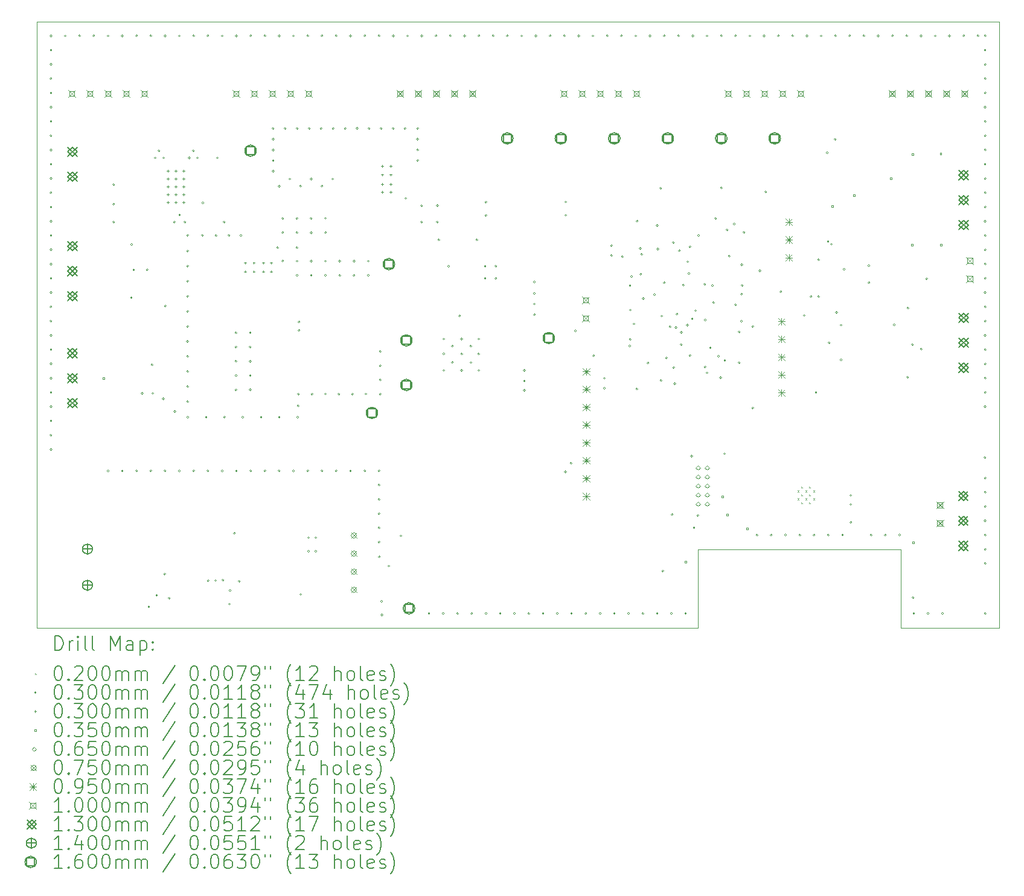
<source format=gbr>
%TF.GenerationSoftware,KiCad,Pcbnew,8.0.7*%
%TF.CreationDate,2025-01-22T18:35:03+01:00*%
%TF.ProjectId,STM32_GateSignalGenerator,53544d33-325f-4476-9174-655369676e61,rev?*%
%TF.SameCoordinates,Original*%
%TF.FileFunction,Drillmap*%
%TF.FilePolarity,Positive*%
%FSLAX45Y45*%
G04 Gerber Fmt 4.5, Leading zero omitted, Abs format (unit mm)*
G04 Created by KiCad (PCBNEW 8.0.7) date 2025-01-22 18:35:03*
%MOMM*%
%LPD*%
G01*
G04 APERTURE LIST*
%ADD10C,0.100000*%
%ADD11C,0.200000*%
%ADD12C,0.130000*%
%ADD13C,0.140000*%
%ADD14C,0.160000*%
G04 APERTURE END LIST*
D10*
X20185000Y-14811500D02*
X20185000Y-14661500D01*
X21565000Y-6311500D02*
X21565000Y-14811500D01*
X17335000Y-13711500D02*
X20185000Y-13711500D01*
X8065000Y-6311500D02*
X21565000Y-6311500D01*
X17335000Y-14811500D02*
X17335000Y-13711500D01*
X8065000Y-6311500D02*
X8065000Y-14811500D01*
X20185000Y-13711500D02*
X20185000Y-14661500D01*
X21565000Y-14811500D02*
X20185000Y-14811500D01*
X8065000Y-14811500D02*
X17335000Y-14811500D01*
D11*
D10*
X18731000Y-12886500D02*
X18751000Y-12906500D01*
X18751000Y-12886500D02*
X18731000Y-12906500D01*
X18731000Y-12996500D02*
X18751000Y-13016500D01*
X18751000Y-12996500D02*
X18731000Y-13016500D01*
X18786000Y-12831500D02*
X18806000Y-12851500D01*
X18806000Y-12831500D02*
X18786000Y-12851500D01*
X18786000Y-12941500D02*
X18806000Y-12961500D01*
X18806000Y-12941500D02*
X18786000Y-12961500D01*
X18786000Y-13051500D02*
X18806000Y-13071500D01*
X18806000Y-13051500D02*
X18786000Y-13071500D01*
X18841000Y-12886500D02*
X18861000Y-12906500D01*
X18861000Y-12886500D02*
X18841000Y-12906500D01*
X18841000Y-12996500D02*
X18861000Y-13016500D01*
X18861000Y-12996500D02*
X18841000Y-13016500D01*
X18896000Y-12831500D02*
X18916000Y-12851500D01*
X18916000Y-12831500D02*
X18896000Y-12851500D01*
X18896000Y-12941500D02*
X18916000Y-12961500D01*
X18916000Y-12941500D02*
X18896000Y-12961500D01*
X18896000Y-13051500D02*
X18916000Y-13071500D01*
X18916000Y-13051500D02*
X18896000Y-13071500D01*
X18951000Y-12886500D02*
X18971000Y-12906500D01*
X18971000Y-12886500D02*
X18951000Y-12906500D01*
X18951000Y-12996500D02*
X18971000Y-13016500D01*
X18971000Y-12996500D02*
X18951000Y-13016500D01*
X8280000Y-6511500D02*
G75*
G02*
X8250000Y-6511500I-15000J0D01*
G01*
X8250000Y-6511500D02*
G75*
G02*
X8280000Y-6511500I15000J0D01*
G01*
X8280000Y-6711500D02*
G75*
G02*
X8250000Y-6711500I-15000J0D01*
G01*
X8250000Y-6711500D02*
G75*
G02*
X8280000Y-6711500I15000J0D01*
G01*
X8280000Y-6911500D02*
G75*
G02*
X8250000Y-6911500I-15000J0D01*
G01*
X8250000Y-6911500D02*
G75*
G02*
X8280000Y-6911500I15000J0D01*
G01*
X8280000Y-7111500D02*
G75*
G02*
X8250000Y-7111500I-15000J0D01*
G01*
X8250000Y-7111500D02*
G75*
G02*
X8280000Y-7111500I15000J0D01*
G01*
X8280000Y-7311500D02*
G75*
G02*
X8250000Y-7311500I-15000J0D01*
G01*
X8250000Y-7311500D02*
G75*
G02*
X8280000Y-7311500I15000J0D01*
G01*
X8280000Y-7511500D02*
G75*
G02*
X8250000Y-7511500I-15000J0D01*
G01*
X8250000Y-7511500D02*
G75*
G02*
X8280000Y-7511500I15000J0D01*
G01*
X8280000Y-7711500D02*
G75*
G02*
X8250000Y-7711500I-15000J0D01*
G01*
X8250000Y-7711500D02*
G75*
G02*
X8280000Y-7711500I15000J0D01*
G01*
X8280000Y-7911500D02*
G75*
G02*
X8250000Y-7911500I-15000J0D01*
G01*
X8250000Y-7911500D02*
G75*
G02*
X8280000Y-7911500I15000J0D01*
G01*
X8280000Y-8111500D02*
G75*
G02*
X8250000Y-8111500I-15000J0D01*
G01*
X8250000Y-8111500D02*
G75*
G02*
X8280000Y-8111500I15000J0D01*
G01*
X8280000Y-8311500D02*
G75*
G02*
X8250000Y-8311500I-15000J0D01*
G01*
X8250000Y-8311500D02*
G75*
G02*
X8280000Y-8311500I15000J0D01*
G01*
X8280000Y-8511500D02*
G75*
G02*
X8250000Y-8511500I-15000J0D01*
G01*
X8250000Y-8511500D02*
G75*
G02*
X8280000Y-8511500I15000J0D01*
G01*
X8280000Y-8711500D02*
G75*
G02*
X8250000Y-8711500I-15000J0D01*
G01*
X8250000Y-8711500D02*
G75*
G02*
X8280000Y-8711500I15000J0D01*
G01*
X8280000Y-8911500D02*
G75*
G02*
X8250000Y-8911500I-15000J0D01*
G01*
X8250000Y-8911500D02*
G75*
G02*
X8280000Y-8911500I15000J0D01*
G01*
X8280000Y-9111500D02*
G75*
G02*
X8250000Y-9111500I-15000J0D01*
G01*
X8250000Y-9111500D02*
G75*
G02*
X8280000Y-9111500I15000J0D01*
G01*
X8280000Y-9311500D02*
G75*
G02*
X8250000Y-9311500I-15000J0D01*
G01*
X8250000Y-9311500D02*
G75*
G02*
X8280000Y-9311500I15000J0D01*
G01*
X8280000Y-9511500D02*
G75*
G02*
X8250000Y-9511500I-15000J0D01*
G01*
X8250000Y-9511500D02*
G75*
G02*
X8280000Y-9511500I15000J0D01*
G01*
X8280000Y-9711500D02*
G75*
G02*
X8250000Y-9711500I-15000J0D01*
G01*
X8250000Y-9711500D02*
G75*
G02*
X8280000Y-9711500I15000J0D01*
G01*
X8280000Y-9911500D02*
G75*
G02*
X8250000Y-9911500I-15000J0D01*
G01*
X8250000Y-9911500D02*
G75*
G02*
X8280000Y-9911500I15000J0D01*
G01*
X8280000Y-10111500D02*
G75*
G02*
X8250000Y-10111500I-15000J0D01*
G01*
X8250000Y-10111500D02*
G75*
G02*
X8280000Y-10111500I15000J0D01*
G01*
X8280000Y-10311500D02*
G75*
G02*
X8250000Y-10311500I-15000J0D01*
G01*
X8250000Y-10311500D02*
G75*
G02*
X8280000Y-10311500I15000J0D01*
G01*
X8280000Y-10511500D02*
G75*
G02*
X8250000Y-10511500I-15000J0D01*
G01*
X8250000Y-10511500D02*
G75*
G02*
X8280000Y-10511500I15000J0D01*
G01*
X8280000Y-10711500D02*
G75*
G02*
X8250000Y-10711500I-15000J0D01*
G01*
X8250000Y-10711500D02*
G75*
G02*
X8280000Y-10711500I15000J0D01*
G01*
X8280000Y-10911500D02*
G75*
G02*
X8250000Y-10911500I-15000J0D01*
G01*
X8250000Y-10911500D02*
G75*
G02*
X8280000Y-10911500I15000J0D01*
G01*
X8280000Y-11111500D02*
G75*
G02*
X8250000Y-11111500I-15000J0D01*
G01*
X8250000Y-11111500D02*
G75*
G02*
X8280000Y-11111500I15000J0D01*
G01*
X8280000Y-11311500D02*
G75*
G02*
X8250000Y-11311500I-15000J0D01*
G01*
X8250000Y-11311500D02*
G75*
G02*
X8280000Y-11311500I15000J0D01*
G01*
X8280000Y-11511500D02*
G75*
G02*
X8250000Y-11511500I-15000J0D01*
G01*
X8250000Y-11511500D02*
G75*
G02*
X8280000Y-11511500I15000J0D01*
G01*
X8280000Y-11711500D02*
G75*
G02*
X8250000Y-11711500I-15000J0D01*
G01*
X8250000Y-11711500D02*
G75*
G02*
X8280000Y-11711500I15000J0D01*
G01*
X8280000Y-11911500D02*
G75*
G02*
X8250000Y-11911500I-15000J0D01*
G01*
X8250000Y-11911500D02*
G75*
G02*
X8280000Y-11911500I15000J0D01*
G01*
X8280000Y-12111500D02*
G75*
G02*
X8250000Y-12111500I-15000J0D01*
G01*
X8250000Y-12111500D02*
G75*
G02*
X8280000Y-12111500I15000J0D01*
G01*
X8280000Y-12311500D02*
G75*
G02*
X8250000Y-12311500I-15000J0D01*
G01*
X8250000Y-12311500D02*
G75*
G02*
X8280000Y-12311500I15000J0D01*
G01*
X8480000Y-6511500D02*
G75*
G02*
X8450000Y-6511500I-15000J0D01*
G01*
X8450000Y-6511500D02*
G75*
G02*
X8480000Y-6511500I15000J0D01*
G01*
X8680000Y-6511500D02*
G75*
G02*
X8650000Y-6511500I-15000J0D01*
G01*
X8650000Y-6511500D02*
G75*
G02*
X8680000Y-6511500I15000J0D01*
G01*
X8880000Y-6511500D02*
G75*
G02*
X8850000Y-6511500I-15000J0D01*
G01*
X8850000Y-6511500D02*
G75*
G02*
X8880000Y-6511500I15000J0D01*
G01*
X9080000Y-6511500D02*
G75*
G02*
X9050000Y-6511500I-15000J0D01*
G01*
X9050000Y-6511500D02*
G75*
G02*
X9080000Y-6511500I15000J0D01*
G01*
X9080000Y-12611500D02*
G75*
G02*
X9050000Y-12611500I-15000J0D01*
G01*
X9050000Y-12611500D02*
G75*
G02*
X9080000Y-12611500I15000J0D01*
G01*
X9158306Y-8597250D02*
G75*
G02*
X9128306Y-8597250I-15000J0D01*
G01*
X9128306Y-8597250D02*
G75*
G02*
X9158306Y-8597250I15000J0D01*
G01*
X9158306Y-8871750D02*
G75*
G02*
X9128306Y-8871750I-15000J0D01*
G01*
X9128306Y-8871750D02*
G75*
G02*
X9158306Y-8871750I15000J0D01*
G01*
X9158306Y-9122250D02*
G75*
G02*
X9128306Y-9122250I-15000J0D01*
G01*
X9128306Y-9122250D02*
G75*
G02*
X9158306Y-9122250I15000J0D01*
G01*
X9280000Y-6511500D02*
G75*
G02*
X9250000Y-6511500I-15000J0D01*
G01*
X9250000Y-6511500D02*
G75*
G02*
X9280000Y-6511500I15000J0D01*
G01*
X9280000Y-12611500D02*
G75*
G02*
X9250000Y-12611500I-15000J0D01*
G01*
X9250000Y-12611500D02*
G75*
G02*
X9280000Y-12611500I15000J0D01*
G01*
X9407000Y-10183500D02*
G75*
G02*
X9377000Y-10183500I-15000J0D01*
G01*
X9377000Y-10183500D02*
G75*
G02*
X9407000Y-10183500I15000J0D01*
G01*
X9409000Y-9437500D02*
G75*
G02*
X9379000Y-9437500I-15000J0D01*
G01*
X9379000Y-9437500D02*
G75*
G02*
X9409000Y-9437500I15000J0D01*
G01*
X9439250Y-9792750D02*
G75*
G02*
X9409250Y-9792750I-15000J0D01*
G01*
X9409250Y-9792750D02*
G75*
G02*
X9439250Y-9792750I15000J0D01*
G01*
X9480000Y-6511500D02*
G75*
G02*
X9450000Y-6511500I-15000J0D01*
G01*
X9450000Y-6511500D02*
G75*
G02*
X9480000Y-6511500I15000J0D01*
G01*
X9480000Y-12611500D02*
G75*
G02*
X9450000Y-12611500I-15000J0D01*
G01*
X9450000Y-12611500D02*
G75*
G02*
X9480000Y-12611500I15000J0D01*
G01*
X9560000Y-11524500D02*
G75*
G02*
X9530000Y-11524500I-15000J0D01*
G01*
X9530000Y-11524500D02*
G75*
G02*
X9560000Y-11524500I15000J0D01*
G01*
X9629000Y-9789500D02*
G75*
G02*
X9599000Y-9789500I-15000J0D01*
G01*
X9599000Y-9789500D02*
G75*
G02*
X9629000Y-9789500I15000J0D01*
G01*
X9652250Y-14518750D02*
G75*
G02*
X9622250Y-14518750I-15000J0D01*
G01*
X9622250Y-14518750D02*
G75*
G02*
X9652250Y-14518750I15000J0D01*
G01*
X9680000Y-6511500D02*
G75*
G02*
X9650000Y-6511500I-15000J0D01*
G01*
X9650000Y-6511500D02*
G75*
G02*
X9680000Y-6511500I15000J0D01*
G01*
X9680000Y-12611500D02*
G75*
G02*
X9650000Y-12611500I-15000J0D01*
G01*
X9650000Y-12611500D02*
G75*
G02*
X9680000Y-12611500I15000J0D01*
G01*
X9697000Y-11125500D02*
G75*
G02*
X9667000Y-11125500I-15000J0D01*
G01*
X9667000Y-11125500D02*
G75*
G02*
X9697000Y-11125500I15000J0D01*
G01*
X9707000Y-11524500D02*
G75*
G02*
X9677000Y-11524500I-15000J0D01*
G01*
X9677000Y-11524500D02*
G75*
G02*
X9707000Y-11524500I15000J0D01*
G01*
X9741500Y-8222250D02*
G75*
G02*
X9711500Y-8222250I-15000J0D01*
G01*
X9711500Y-8222250D02*
G75*
G02*
X9741500Y-8222250I15000J0D01*
G01*
X9762250Y-14358750D02*
G75*
G02*
X9732250Y-14358750I-15000J0D01*
G01*
X9732250Y-14358750D02*
G75*
G02*
X9762250Y-14358750I15000J0D01*
G01*
X9794000Y-8122250D02*
G75*
G02*
X9764000Y-8122250I-15000J0D01*
G01*
X9764000Y-8122250D02*
G75*
G02*
X9794000Y-8122250I15000J0D01*
G01*
X9855500Y-11603000D02*
G75*
G02*
X9825500Y-11603000I-15000J0D01*
G01*
X9825500Y-11603000D02*
G75*
G02*
X9855500Y-11603000I15000J0D01*
G01*
X9858306Y-8222250D02*
G75*
G02*
X9828306Y-8222250I-15000J0D01*
G01*
X9828306Y-8222250D02*
G75*
G02*
X9858306Y-8222250I15000J0D01*
G01*
X9872250Y-14058750D02*
G75*
G02*
X9842250Y-14058750I-15000J0D01*
G01*
X9842250Y-14058750D02*
G75*
G02*
X9872250Y-14058750I15000J0D01*
G01*
X9880000Y-6511500D02*
G75*
G02*
X9850000Y-6511500I-15000J0D01*
G01*
X9850000Y-6511500D02*
G75*
G02*
X9880000Y-6511500I15000J0D01*
G01*
X9880000Y-12611500D02*
G75*
G02*
X9850000Y-12611500I-15000J0D01*
G01*
X9850000Y-12611500D02*
G75*
G02*
X9880000Y-12611500I15000J0D01*
G01*
X9883000Y-10299500D02*
G75*
G02*
X9853000Y-10299500I-15000J0D01*
G01*
X9853000Y-10299500D02*
G75*
G02*
X9883000Y-10299500I15000J0D01*
G01*
X9936535Y-14397750D02*
G75*
G02*
X9906535Y-14397750I-15000J0D01*
G01*
X9906535Y-14397750D02*
G75*
G02*
X9936535Y-14397750I15000J0D01*
G01*
X10008306Y-9122250D02*
G75*
G02*
X9978306Y-9122250I-15000J0D01*
G01*
X9978306Y-9122250D02*
G75*
G02*
X10008306Y-9122250I15000J0D01*
G01*
X10015250Y-11778250D02*
G75*
G02*
X9985250Y-11778250I-15000J0D01*
G01*
X9985250Y-11778250D02*
G75*
G02*
X10015250Y-11778250I15000J0D01*
G01*
X10080000Y-6511500D02*
G75*
G02*
X10050000Y-6511500I-15000J0D01*
G01*
X10050000Y-6511500D02*
G75*
G02*
X10080000Y-6511500I15000J0D01*
G01*
X10080000Y-12611500D02*
G75*
G02*
X10050000Y-12611500I-15000J0D01*
G01*
X10050000Y-12611500D02*
G75*
G02*
X10080000Y-12611500I15000J0D01*
G01*
X10083306Y-9022250D02*
G75*
G02*
X10053306Y-9022250I-15000J0D01*
G01*
X10053306Y-9022250D02*
G75*
G02*
X10083306Y-9022250I15000J0D01*
G01*
X10158306Y-9122250D02*
G75*
G02*
X10128306Y-9122250I-15000J0D01*
G01*
X10128306Y-9122250D02*
G75*
G02*
X10158306Y-9122250I15000J0D01*
G01*
X10196093Y-9529264D02*
G75*
G02*
X10166093Y-9529264I-15000J0D01*
G01*
X10166093Y-9529264D02*
G75*
G02*
X10196093Y-9529264I15000J0D01*
G01*
X10196093Y-9740530D02*
G75*
G02*
X10166093Y-9740530I-15000J0D01*
G01*
X10166093Y-9740530D02*
G75*
G02*
X10196093Y-9740530I15000J0D01*
G01*
X10196093Y-9951796D02*
G75*
G02*
X10166093Y-9951796I-15000J0D01*
G01*
X10166093Y-9951796D02*
G75*
G02*
X10196093Y-9951796I15000J0D01*
G01*
X10196093Y-10163062D02*
G75*
G02*
X10166093Y-10163062I-15000J0D01*
G01*
X10166093Y-10163062D02*
G75*
G02*
X10196093Y-10163062I15000J0D01*
G01*
X10196093Y-10374328D02*
G75*
G02*
X10166093Y-10374328I-15000J0D01*
G01*
X10166093Y-10374328D02*
G75*
G02*
X10196093Y-10374328I15000J0D01*
G01*
X10196093Y-10585594D02*
G75*
G02*
X10166093Y-10585594I-15000J0D01*
G01*
X10166093Y-10585594D02*
G75*
G02*
X10196093Y-10585594I15000J0D01*
G01*
X10196093Y-10796860D02*
G75*
G02*
X10166093Y-10796860I-15000J0D01*
G01*
X10166093Y-10796860D02*
G75*
G02*
X10196093Y-10796860I15000J0D01*
G01*
X10196093Y-11008126D02*
G75*
G02*
X10166093Y-11008126I-15000J0D01*
G01*
X10166093Y-11008126D02*
G75*
G02*
X10196093Y-11008126I15000J0D01*
G01*
X10196093Y-11219391D02*
G75*
G02*
X10166093Y-11219391I-15000J0D01*
G01*
X10166093Y-11219391D02*
G75*
G02*
X10196093Y-11219391I15000J0D01*
G01*
X10196093Y-11430657D02*
G75*
G02*
X10166093Y-11430657I-15000J0D01*
G01*
X10166093Y-11430657D02*
G75*
G02*
X10196093Y-11430657I15000J0D01*
G01*
X10196093Y-11641923D02*
G75*
G02*
X10166093Y-11641923I-15000J0D01*
G01*
X10166093Y-11641923D02*
G75*
G02*
X10196093Y-11641923I15000J0D01*
G01*
X10196290Y-9309338D02*
G75*
G02*
X10166290Y-9309338I-15000J0D01*
G01*
X10166290Y-9309338D02*
G75*
G02*
X10196290Y-9309338I15000J0D01*
G01*
X10198429Y-11858895D02*
G75*
G02*
X10168429Y-11858895I-15000J0D01*
G01*
X10168429Y-11858895D02*
G75*
G02*
X10198429Y-11858895I15000J0D01*
G01*
X10218863Y-8222250D02*
G75*
G02*
X10188863Y-8222250I-15000J0D01*
G01*
X10188863Y-8222250D02*
G75*
G02*
X10218863Y-8222250I15000J0D01*
G01*
X10276863Y-8122250D02*
G75*
G02*
X10246863Y-8122250I-15000J0D01*
G01*
X10246863Y-8122250D02*
G75*
G02*
X10276863Y-8122250I15000J0D01*
G01*
X10280000Y-6511500D02*
G75*
G02*
X10250000Y-6511500I-15000J0D01*
G01*
X10250000Y-6511500D02*
G75*
G02*
X10280000Y-6511500I15000J0D01*
G01*
X10280000Y-12611500D02*
G75*
G02*
X10250000Y-12611500I-15000J0D01*
G01*
X10250000Y-12611500D02*
G75*
G02*
X10280000Y-12611500I15000J0D01*
G01*
X10333306Y-8222446D02*
G75*
G02*
X10303306Y-8222446I-15000J0D01*
G01*
X10303306Y-8222446D02*
G75*
G02*
X10333306Y-8222446I15000J0D01*
G01*
X10403162Y-9309357D02*
G75*
G02*
X10373162Y-9309357I-15000J0D01*
G01*
X10373162Y-9309357D02*
G75*
G02*
X10403162Y-9309357I15000J0D01*
G01*
X10410113Y-8854250D02*
G75*
G02*
X10380113Y-8854250I-15000J0D01*
G01*
X10380113Y-8854250D02*
G75*
G02*
X10410113Y-8854250I15000J0D01*
G01*
X10455172Y-11858895D02*
G75*
G02*
X10425172Y-11858895I-15000J0D01*
G01*
X10425172Y-11858895D02*
G75*
G02*
X10455172Y-11858895I15000J0D01*
G01*
X10480000Y-6511500D02*
G75*
G02*
X10450000Y-6511500I-15000J0D01*
G01*
X10450000Y-6511500D02*
G75*
G02*
X10480000Y-6511500I15000J0D01*
G01*
X10480000Y-12611500D02*
G75*
G02*
X10450000Y-12611500I-15000J0D01*
G01*
X10450000Y-12611500D02*
G75*
G02*
X10480000Y-12611500I15000J0D01*
G01*
X10484250Y-14152750D02*
G75*
G02*
X10454250Y-14152750I-15000J0D01*
G01*
X10454250Y-14152750D02*
G75*
G02*
X10484250Y-14152750I15000J0D01*
G01*
X10587250Y-14148750D02*
G75*
G02*
X10557250Y-14148750I-15000J0D01*
G01*
X10557250Y-14148750D02*
G75*
G02*
X10587250Y-14148750I15000J0D01*
G01*
X10595205Y-9312786D02*
G75*
G02*
X10565205Y-9312786I-15000J0D01*
G01*
X10565205Y-9312786D02*
G75*
G02*
X10595205Y-9312786I15000J0D01*
G01*
X10612863Y-8222250D02*
G75*
G02*
X10582863Y-8222250I-15000J0D01*
G01*
X10582863Y-8222250D02*
G75*
G02*
X10612863Y-8222250I15000J0D01*
G01*
X10680000Y-6511500D02*
G75*
G02*
X10650000Y-6511500I-15000J0D01*
G01*
X10650000Y-6511500D02*
G75*
G02*
X10680000Y-6511500I15000J0D01*
G01*
X10680000Y-12611500D02*
G75*
G02*
X10650000Y-12611500I-15000J0D01*
G01*
X10650000Y-12611500D02*
G75*
G02*
X10680000Y-12611500I15000J0D01*
G01*
X10691449Y-14143949D02*
G75*
G02*
X10661449Y-14143949I-15000J0D01*
G01*
X10661449Y-14143949D02*
G75*
G02*
X10691449Y-14143949I15000J0D01*
G01*
X10708306Y-9122250D02*
G75*
G02*
X10678306Y-9122250I-15000J0D01*
G01*
X10678306Y-9122250D02*
G75*
G02*
X10708306Y-9122250I15000J0D01*
G01*
X10711915Y-11858895D02*
G75*
G02*
X10681915Y-11858895I-15000J0D01*
G01*
X10681915Y-11858895D02*
G75*
G02*
X10711915Y-11858895I15000J0D01*
G01*
X10775245Y-9309357D02*
G75*
G02*
X10745245Y-9309357I-15000J0D01*
G01*
X10745245Y-9309357D02*
G75*
G02*
X10775245Y-9309357I15000J0D01*
G01*
X10782250Y-14478750D02*
G75*
G02*
X10752250Y-14478750I-15000J0D01*
G01*
X10752250Y-14478750D02*
G75*
G02*
X10782250Y-14478750I15000J0D01*
G01*
X10792250Y-14288750D02*
G75*
G02*
X10762250Y-14288750I-15000J0D01*
G01*
X10762250Y-14288750D02*
G75*
G02*
X10792250Y-14288750I15000J0D01*
G01*
X10852250Y-13488750D02*
G75*
G02*
X10822250Y-13488750I-15000J0D01*
G01*
X10822250Y-13488750D02*
G75*
G02*
X10852250Y-13488750I15000J0D01*
G01*
X10874306Y-10675250D02*
G75*
G02*
X10844306Y-10675250I-15000J0D01*
G01*
X10844306Y-10675250D02*
G75*
G02*
X10874306Y-10675250I15000J0D01*
G01*
X10874306Y-10875250D02*
G75*
G02*
X10844306Y-10875250I-15000J0D01*
G01*
X10844306Y-10875250D02*
G75*
G02*
X10874306Y-10875250I15000J0D01*
G01*
X10874306Y-11075250D02*
G75*
G02*
X10844306Y-11075250I-15000J0D01*
G01*
X10844306Y-11075250D02*
G75*
G02*
X10874306Y-11075250I15000J0D01*
G01*
X10874306Y-11275250D02*
G75*
G02*
X10844306Y-11275250I-15000J0D01*
G01*
X10844306Y-11275250D02*
G75*
G02*
X10874306Y-11275250I15000J0D01*
G01*
X10874306Y-11475250D02*
G75*
G02*
X10844306Y-11475250I-15000J0D01*
G01*
X10844306Y-11475250D02*
G75*
G02*
X10874306Y-11475250I15000J0D01*
G01*
X10880000Y-6511500D02*
G75*
G02*
X10850000Y-6511500I-15000J0D01*
G01*
X10850000Y-6511500D02*
G75*
G02*
X10880000Y-6511500I15000J0D01*
G01*
X10880000Y-12611500D02*
G75*
G02*
X10850000Y-12611500I-15000J0D01*
G01*
X10850000Y-12611500D02*
G75*
G02*
X10880000Y-12611500I15000J0D01*
G01*
X10919250Y-14159750D02*
G75*
G02*
X10889250Y-14159750I-15000J0D01*
G01*
X10889250Y-14159750D02*
G75*
G02*
X10919250Y-14159750I15000J0D01*
G01*
X10944230Y-9309933D02*
G75*
G02*
X10914230Y-9309933I-15000J0D01*
G01*
X10914230Y-9309933D02*
G75*
G02*
X10944230Y-9309933I15000J0D01*
G01*
X10968658Y-11858895D02*
G75*
G02*
X10938658Y-11858895I-15000J0D01*
G01*
X10938658Y-11858895D02*
G75*
G02*
X10968658Y-11858895I15000J0D01*
G01*
X11074306Y-10675250D02*
G75*
G02*
X11044306Y-10675250I-15000J0D01*
G01*
X11044306Y-10675250D02*
G75*
G02*
X11074306Y-10675250I15000J0D01*
G01*
X11074306Y-10875250D02*
G75*
G02*
X11044306Y-10875250I-15000J0D01*
G01*
X11044306Y-10875250D02*
G75*
G02*
X11074306Y-10875250I15000J0D01*
G01*
X11074306Y-11075250D02*
G75*
G02*
X11044306Y-11075250I-15000J0D01*
G01*
X11044306Y-11075250D02*
G75*
G02*
X11074306Y-11075250I15000J0D01*
G01*
X11074306Y-11275250D02*
G75*
G02*
X11044306Y-11275250I-15000J0D01*
G01*
X11044306Y-11275250D02*
G75*
G02*
X11074306Y-11275250I15000J0D01*
G01*
X11074306Y-11475250D02*
G75*
G02*
X11044306Y-11475250I-15000J0D01*
G01*
X11044306Y-11475250D02*
G75*
G02*
X11074306Y-11475250I15000J0D01*
G01*
X11080000Y-6511500D02*
G75*
G02*
X11050000Y-6511500I-15000J0D01*
G01*
X11050000Y-6511500D02*
G75*
G02*
X11080000Y-6511500I15000J0D01*
G01*
X11080000Y-12611500D02*
G75*
G02*
X11050000Y-12611500I-15000J0D01*
G01*
X11050000Y-12611500D02*
G75*
G02*
X11080000Y-12611500I15000J0D01*
G01*
X11225401Y-11858895D02*
G75*
G02*
X11195401Y-11858895I-15000J0D01*
G01*
X11195401Y-11858895D02*
G75*
G02*
X11225401Y-11858895I15000J0D01*
G01*
X11280000Y-6511500D02*
G75*
G02*
X11250000Y-6511500I-15000J0D01*
G01*
X11250000Y-6511500D02*
G75*
G02*
X11280000Y-6511500I15000J0D01*
G01*
X11280000Y-12611500D02*
G75*
G02*
X11250000Y-12611500I-15000J0D01*
G01*
X11250000Y-12611500D02*
G75*
G02*
X11280000Y-12611500I15000J0D01*
G01*
X11395703Y-7961876D02*
G75*
G02*
X11365703Y-7961876I-15000J0D01*
G01*
X11365703Y-7961876D02*
G75*
G02*
X11395703Y-7961876I15000J0D01*
G01*
X11395703Y-8111400D02*
G75*
G02*
X11365703Y-8111400I-15000J0D01*
G01*
X11365703Y-8111400D02*
G75*
G02*
X11395703Y-8111400I15000J0D01*
G01*
X11395703Y-8260924D02*
G75*
G02*
X11365703Y-8260924I-15000J0D01*
G01*
X11365703Y-8260924D02*
G75*
G02*
X11395703Y-8260924I15000J0D01*
G01*
X11395703Y-8410448D02*
G75*
G02*
X11365703Y-8410448I-15000J0D01*
G01*
X11365703Y-8410448D02*
G75*
G02*
X11395703Y-8410448I15000J0D01*
G01*
X11395771Y-7809934D02*
G75*
G02*
X11365771Y-7809934I-15000J0D01*
G01*
X11365771Y-7809934D02*
G75*
G02*
X11395771Y-7809934I15000J0D01*
G01*
X11458306Y-9482250D02*
G75*
G02*
X11428306Y-9482250I-15000J0D01*
G01*
X11428306Y-9482250D02*
G75*
G02*
X11458306Y-9482250I15000J0D01*
G01*
X11479306Y-8620250D02*
G75*
G02*
X11449306Y-8620250I-15000J0D01*
G01*
X11449306Y-8620250D02*
G75*
G02*
X11479306Y-8620250I15000J0D01*
G01*
X11480000Y-6511500D02*
G75*
G02*
X11450000Y-6511500I-15000J0D01*
G01*
X11450000Y-6511500D02*
G75*
G02*
X11480000Y-6511500I15000J0D01*
G01*
X11480000Y-12611500D02*
G75*
G02*
X11450000Y-12611500I-15000J0D01*
G01*
X11450000Y-12611500D02*
G75*
G02*
X11480000Y-12611500I15000J0D01*
G01*
X11482144Y-11858895D02*
G75*
G02*
X11452144Y-11858895I-15000J0D01*
G01*
X11452144Y-11858895D02*
G75*
G02*
X11482144Y-11858895I15000J0D01*
G01*
X11529306Y-9070250D02*
G75*
G02*
X11499306Y-9070250I-15000J0D01*
G01*
X11499306Y-9070250D02*
G75*
G02*
X11529306Y-9070250I15000J0D01*
G01*
X11529306Y-9270250D02*
G75*
G02*
X11499306Y-9270250I-15000J0D01*
G01*
X11499306Y-9270250D02*
G75*
G02*
X11529306Y-9270250I15000J0D01*
G01*
X11529306Y-9670250D02*
G75*
G02*
X11499306Y-9670250I-15000J0D01*
G01*
X11499306Y-9670250D02*
G75*
G02*
X11529306Y-9670250I15000J0D01*
G01*
X11563981Y-7809934D02*
G75*
G02*
X11533981Y-7809934I-15000J0D01*
G01*
X11533981Y-7809934D02*
G75*
G02*
X11563981Y-7809934I15000J0D01*
G01*
X11629306Y-8520250D02*
G75*
G02*
X11599306Y-8520250I-15000J0D01*
G01*
X11599306Y-8520250D02*
G75*
G02*
X11629306Y-8520250I15000J0D01*
G01*
X11680000Y-6511500D02*
G75*
G02*
X11650000Y-6511500I-15000J0D01*
G01*
X11650000Y-6511500D02*
G75*
G02*
X11680000Y-6511500I15000J0D01*
G01*
X11680000Y-12611500D02*
G75*
G02*
X11650000Y-12611500I-15000J0D01*
G01*
X11650000Y-12611500D02*
G75*
G02*
X11680000Y-12611500I15000J0D01*
G01*
X11728306Y-9072250D02*
G75*
G02*
X11698306Y-9072250I-15000J0D01*
G01*
X11698306Y-9072250D02*
G75*
G02*
X11728306Y-9072250I15000J0D01*
G01*
X11728306Y-9272250D02*
G75*
G02*
X11698306Y-9272250I-15000J0D01*
G01*
X11698306Y-9272250D02*
G75*
G02*
X11728306Y-9272250I15000J0D01*
G01*
X11728306Y-9482250D02*
G75*
G02*
X11698306Y-9482250I-15000J0D01*
G01*
X11698306Y-9482250D02*
G75*
G02*
X11728306Y-9482250I15000J0D01*
G01*
X11729306Y-9670250D02*
G75*
G02*
X11699306Y-9670250I-15000J0D01*
G01*
X11699306Y-9670250D02*
G75*
G02*
X11729306Y-9670250I15000J0D01*
G01*
X11729306Y-9870250D02*
G75*
G02*
X11699306Y-9870250I-15000J0D01*
G01*
X11699306Y-9870250D02*
G75*
G02*
X11729306Y-9870250I15000J0D01*
G01*
X11732191Y-7809934D02*
G75*
G02*
X11702191Y-7809934I-15000J0D01*
G01*
X11702191Y-7809934D02*
G75*
G02*
X11732191Y-7809934I15000J0D01*
G01*
X11738887Y-11858895D02*
G75*
G02*
X11708887Y-11858895I-15000J0D01*
G01*
X11708887Y-11858895D02*
G75*
G02*
X11738887Y-11858895I15000J0D01*
G01*
X11745915Y-11699454D02*
G75*
G02*
X11715915Y-11699454I-15000J0D01*
G01*
X11715915Y-11699454D02*
G75*
G02*
X11745915Y-11699454I15000J0D01*
G01*
X11750302Y-11534658D02*
G75*
G02*
X11720302Y-11534658I-15000J0D01*
G01*
X11720302Y-11534658D02*
G75*
G02*
X11750302Y-11534658I15000J0D01*
G01*
X11758306Y-10522250D02*
G75*
G02*
X11728306Y-10522250I-15000J0D01*
G01*
X11728306Y-10522250D02*
G75*
G02*
X11758306Y-10522250I15000J0D01*
G01*
X11758306Y-10642250D02*
G75*
G02*
X11728306Y-10642250I-15000J0D01*
G01*
X11728306Y-10642250D02*
G75*
G02*
X11758306Y-10642250I15000J0D01*
G01*
X11779306Y-8620250D02*
G75*
G02*
X11749306Y-8620250I-15000J0D01*
G01*
X11749306Y-8620250D02*
G75*
G02*
X11779306Y-8620250I15000J0D01*
G01*
X11781285Y-14342750D02*
G75*
G02*
X11751285Y-14342750I-15000J0D01*
G01*
X11751285Y-14342750D02*
G75*
G02*
X11781285Y-14342750I15000J0D01*
G01*
X11880000Y-6511500D02*
G75*
G02*
X11850000Y-6511500I-15000J0D01*
G01*
X11850000Y-6511500D02*
G75*
G02*
X11880000Y-6511500I15000J0D01*
G01*
X11880000Y-12611500D02*
G75*
G02*
X11850000Y-12611500I-15000J0D01*
G01*
X11850000Y-12611500D02*
G75*
G02*
X11880000Y-12611500I15000J0D01*
G01*
X11892250Y-13548750D02*
G75*
G02*
X11862250Y-13548750I-15000J0D01*
G01*
X11862250Y-13548750D02*
G75*
G02*
X11892250Y-13548750I15000J0D01*
G01*
X11892250Y-13738750D02*
G75*
G02*
X11862250Y-13738750I-15000J0D01*
G01*
X11862250Y-13738750D02*
G75*
G02*
X11892250Y-13738750I15000J0D01*
G01*
X11900401Y-7809934D02*
G75*
G02*
X11870401Y-7809934I-15000J0D01*
G01*
X11870401Y-7809934D02*
G75*
G02*
X11900401Y-7809934I15000J0D01*
G01*
X11928306Y-9072250D02*
G75*
G02*
X11898306Y-9072250I-15000J0D01*
G01*
X11898306Y-9072250D02*
G75*
G02*
X11928306Y-9072250I15000J0D01*
G01*
X11928306Y-9272250D02*
G75*
G02*
X11898306Y-9272250I-15000J0D01*
G01*
X11898306Y-9272250D02*
G75*
G02*
X11928306Y-9272250I15000J0D01*
G01*
X11929306Y-8520250D02*
G75*
G02*
X11899306Y-8520250I-15000J0D01*
G01*
X11899306Y-8520250D02*
G75*
G02*
X11929306Y-8520250I15000J0D01*
G01*
X11929306Y-9670250D02*
G75*
G02*
X11899306Y-9670250I-15000J0D01*
G01*
X11899306Y-9670250D02*
G75*
G02*
X11929306Y-9670250I15000J0D01*
G01*
X11929306Y-9870250D02*
G75*
G02*
X11899306Y-9870250I-15000J0D01*
G01*
X11899306Y-9870250D02*
G75*
G02*
X11929306Y-9870250I15000J0D01*
G01*
X11939515Y-11534658D02*
G75*
G02*
X11909515Y-11534658I-15000J0D01*
G01*
X11909515Y-11534658D02*
G75*
G02*
X11939515Y-11534658I15000J0D01*
G01*
X11992250Y-13547750D02*
G75*
G02*
X11962250Y-13547750I-15000J0D01*
G01*
X11962250Y-13547750D02*
G75*
G02*
X11992250Y-13547750I15000J0D01*
G01*
X11992250Y-13737750D02*
G75*
G02*
X11962250Y-13737750I-15000J0D01*
G01*
X11962250Y-13737750D02*
G75*
G02*
X11992250Y-13737750I15000J0D01*
G01*
X12068611Y-7809934D02*
G75*
G02*
X12038611Y-7809934I-15000J0D01*
G01*
X12038611Y-7809934D02*
G75*
G02*
X12068611Y-7809934I15000J0D01*
G01*
X12079306Y-8620250D02*
G75*
G02*
X12049306Y-8620250I-15000J0D01*
G01*
X12049306Y-8620250D02*
G75*
G02*
X12079306Y-8620250I15000J0D01*
G01*
X12080000Y-6511500D02*
G75*
G02*
X12050000Y-6511500I-15000J0D01*
G01*
X12050000Y-6511500D02*
G75*
G02*
X12080000Y-6511500I15000J0D01*
G01*
X12080000Y-12611500D02*
G75*
G02*
X12050000Y-12611500I-15000J0D01*
G01*
X12050000Y-12611500D02*
G75*
G02*
X12080000Y-12611500I15000J0D01*
G01*
X12128728Y-11534658D02*
G75*
G02*
X12098728Y-11534658I-15000J0D01*
G01*
X12098728Y-11534658D02*
G75*
G02*
X12128728Y-11534658I15000J0D01*
G01*
X12129306Y-9070250D02*
G75*
G02*
X12099306Y-9070250I-15000J0D01*
G01*
X12099306Y-9070250D02*
G75*
G02*
X12129306Y-9070250I15000J0D01*
G01*
X12129306Y-9270250D02*
G75*
G02*
X12099306Y-9270250I-15000J0D01*
G01*
X12099306Y-9270250D02*
G75*
G02*
X12129306Y-9270250I15000J0D01*
G01*
X12129306Y-9670250D02*
G75*
G02*
X12099306Y-9670250I-15000J0D01*
G01*
X12099306Y-9670250D02*
G75*
G02*
X12129306Y-9670250I15000J0D01*
G01*
X12129306Y-9870250D02*
G75*
G02*
X12099306Y-9870250I-15000J0D01*
G01*
X12099306Y-9870250D02*
G75*
G02*
X12129306Y-9870250I15000J0D01*
G01*
X12229306Y-8520250D02*
G75*
G02*
X12199306Y-8520250I-15000J0D01*
G01*
X12199306Y-8520250D02*
G75*
G02*
X12229306Y-8520250I15000J0D01*
G01*
X12236822Y-7809934D02*
G75*
G02*
X12206822Y-7809934I-15000J0D01*
G01*
X12206822Y-7809934D02*
G75*
G02*
X12236822Y-7809934I15000J0D01*
G01*
X12280000Y-6511500D02*
G75*
G02*
X12250000Y-6511500I-15000J0D01*
G01*
X12250000Y-6511500D02*
G75*
G02*
X12280000Y-6511500I15000J0D01*
G01*
X12280000Y-12611500D02*
G75*
G02*
X12250000Y-12611500I-15000J0D01*
G01*
X12250000Y-12611500D02*
G75*
G02*
X12280000Y-12611500I15000J0D01*
G01*
X12317941Y-11534658D02*
G75*
G02*
X12287941Y-11534658I-15000J0D01*
G01*
X12287941Y-11534658D02*
G75*
G02*
X12317941Y-11534658I15000J0D01*
G01*
X12329306Y-9670250D02*
G75*
G02*
X12299306Y-9670250I-15000J0D01*
G01*
X12299306Y-9670250D02*
G75*
G02*
X12329306Y-9670250I15000J0D01*
G01*
X12329306Y-9870250D02*
G75*
G02*
X12299306Y-9870250I-15000J0D01*
G01*
X12299306Y-9870250D02*
G75*
G02*
X12329306Y-9870250I15000J0D01*
G01*
X12405032Y-7809934D02*
G75*
G02*
X12375032Y-7809934I-15000J0D01*
G01*
X12375032Y-7809934D02*
G75*
G02*
X12405032Y-7809934I15000J0D01*
G01*
X12480000Y-6511500D02*
G75*
G02*
X12450000Y-6511500I-15000J0D01*
G01*
X12450000Y-6511500D02*
G75*
G02*
X12480000Y-6511500I15000J0D01*
G01*
X12480000Y-12611500D02*
G75*
G02*
X12450000Y-12611500I-15000J0D01*
G01*
X12450000Y-12611500D02*
G75*
G02*
X12480000Y-12611500I15000J0D01*
G01*
X12507154Y-11534658D02*
G75*
G02*
X12477154Y-11534658I-15000J0D01*
G01*
X12477154Y-11534658D02*
G75*
G02*
X12507154Y-11534658I15000J0D01*
G01*
X12529306Y-9670250D02*
G75*
G02*
X12499306Y-9670250I-15000J0D01*
G01*
X12499306Y-9670250D02*
G75*
G02*
X12529306Y-9670250I15000J0D01*
G01*
X12529306Y-9870250D02*
G75*
G02*
X12499306Y-9870250I-15000J0D01*
G01*
X12499306Y-9870250D02*
G75*
G02*
X12529306Y-9870250I15000J0D01*
G01*
X12573242Y-7809934D02*
G75*
G02*
X12543242Y-7809934I-15000J0D01*
G01*
X12543242Y-7809934D02*
G75*
G02*
X12573242Y-7809934I15000J0D01*
G01*
X12680000Y-6511500D02*
G75*
G02*
X12650000Y-6511500I-15000J0D01*
G01*
X12650000Y-6511500D02*
G75*
G02*
X12680000Y-6511500I15000J0D01*
G01*
X12680000Y-12611500D02*
G75*
G02*
X12650000Y-12611500I-15000J0D01*
G01*
X12650000Y-12611500D02*
G75*
G02*
X12680000Y-12611500I15000J0D01*
G01*
X12696367Y-11534658D02*
G75*
G02*
X12666367Y-11534658I-15000J0D01*
G01*
X12666367Y-11534658D02*
G75*
G02*
X12696367Y-11534658I15000J0D01*
G01*
X12729306Y-9670250D02*
G75*
G02*
X12699306Y-9670250I-15000J0D01*
G01*
X12699306Y-9670250D02*
G75*
G02*
X12729306Y-9670250I15000J0D01*
G01*
X12729306Y-9870250D02*
G75*
G02*
X12699306Y-9870250I-15000J0D01*
G01*
X12699306Y-9870250D02*
G75*
G02*
X12729306Y-9870250I15000J0D01*
G01*
X12741452Y-7809934D02*
G75*
G02*
X12711452Y-7809934I-15000J0D01*
G01*
X12711452Y-7809934D02*
G75*
G02*
X12741452Y-7809934I15000J0D01*
G01*
X12880000Y-6511500D02*
G75*
G02*
X12850000Y-6511500I-15000J0D01*
G01*
X12850000Y-6511500D02*
G75*
G02*
X12880000Y-6511500I15000J0D01*
G01*
X12880000Y-12611500D02*
G75*
G02*
X12850000Y-12611500I-15000J0D01*
G01*
X12850000Y-12611500D02*
G75*
G02*
X12880000Y-12611500I15000J0D01*
G01*
X12880000Y-12811500D02*
G75*
G02*
X12850000Y-12811500I-15000J0D01*
G01*
X12850000Y-12811500D02*
G75*
G02*
X12880000Y-12811500I15000J0D01*
G01*
X12880000Y-13011500D02*
G75*
G02*
X12850000Y-13011500I-15000J0D01*
G01*
X12850000Y-13011500D02*
G75*
G02*
X12880000Y-13011500I15000J0D01*
G01*
X12880000Y-13211500D02*
G75*
G02*
X12850000Y-13211500I-15000J0D01*
G01*
X12850000Y-13211500D02*
G75*
G02*
X12880000Y-13211500I15000J0D01*
G01*
X12880000Y-13411500D02*
G75*
G02*
X12850000Y-13411500I-15000J0D01*
G01*
X12850000Y-13411500D02*
G75*
G02*
X12880000Y-13411500I15000J0D01*
G01*
X12880000Y-13611500D02*
G75*
G02*
X12850000Y-13611500I-15000J0D01*
G01*
X12850000Y-13611500D02*
G75*
G02*
X12880000Y-13611500I15000J0D01*
G01*
X12885000Y-13817500D02*
G75*
G02*
X12855000Y-13817500I-15000J0D01*
G01*
X12855000Y-13817500D02*
G75*
G02*
X12885000Y-13817500I15000J0D01*
G01*
X12895839Y-10939083D02*
G75*
G02*
X12865839Y-10939083I-15000J0D01*
G01*
X12865839Y-10939083D02*
G75*
G02*
X12895839Y-10939083I15000J0D01*
G01*
X12895839Y-11137948D02*
G75*
G02*
X12865839Y-11137948I-15000J0D01*
G01*
X12865839Y-11137948D02*
G75*
G02*
X12895839Y-11137948I15000J0D01*
G01*
X12895839Y-11336812D02*
G75*
G02*
X12865839Y-11336812I-15000J0D01*
G01*
X12865839Y-11336812D02*
G75*
G02*
X12895839Y-11336812I15000J0D01*
G01*
X12895839Y-11535676D02*
G75*
G02*
X12865839Y-11535676I-15000J0D01*
G01*
X12865839Y-11535676D02*
G75*
G02*
X12895839Y-11535676I15000J0D01*
G01*
X12909662Y-7809934D02*
G75*
G02*
X12879662Y-7809934I-15000J0D01*
G01*
X12879662Y-7809934D02*
G75*
G02*
X12909662Y-7809934I15000J0D01*
G01*
X12915000Y-14442500D02*
G75*
G02*
X12885000Y-14442500I-15000J0D01*
G01*
X12885000Y-14442500D02*
G75*
G02*
X12915000Y-14442500I15000J0D01*
G01*
X12920000Y-14633500D02*
G75*
G02*
X12890000Y-14633500I-15000J0D01*
G01*
X12890000Y-14633500D02*
G75*
G02*
X12920000Y-14633500I15000J0D01*
G01*
X13017000Y-13945500D02*
G75*
G02*
X12987000Y-13945500I-15000J0D01*
G01*
X12987000Y-13945500D02*
G75*
G02*
X13017000Y-13945500I15000J0D01*
G01*
X13077873Y-7809934D02*
G75*
G02*
X13047873Y-7809934I-15000J0D01*
G01*
X13047873Y-7809934D02*
G75*
G02*
X13077873Y-7809934I15000J0D01*
G01*
X13080000Y-6511500D02*
G75*
G02*
X13050000Y-6511500I-15000J0D01*
G01*
X13050000Y-6511500D02*
G75*
G02*
X13080000Y-6511500I15000J0D01*
G01*
X13187000Y-13521500D02*
G75*
G02*
X13157000Y-13521500I-15000J0D01*
G01*
X13157000Y-13521500D02*
G75*
G02*
X13187000Y-13521500I15000J0D01*
G01*
X13246083Y-7809934D02*
G75*
G02*
X13216083Y-7809934I-15000J0D01*
G01*
X13216083Y-7809934D02*
G75*
G02*
X13246083Y-7809934I15000J0D01*
G01*
X13254306Y-8790250D02*
G75*
G02*
X13224306Y-8790250I-15000J0D01*
G01*
X13224306Y-8790250D02*
G75*
G02*
X13254306Y-8790250I15000J0D01*
G01*
X13280000Y-6511500D02*
G75*
G02*
X13250000Y-6511500I-15000J0D01*
G01*
X13250000Y-6511500D02*
G75*
G02*
X13280000Y-6511500I15000J0D01*
G01*
X13420953Y-7809596D02*
G75*
G02*
X13390953Y-7809596I-15000J0D01*
G01*
X13390953Y-7809596D02*
G75*
G02*
X13420953Y-7809596I15000J0D01*
G01*
X13420953Y-7959501D02*
G75*
G02*
X13390953Y-7959501I-15000J0D01*
G01*
X13390953Y-7959501D02*
G75*
G02*
X13420953Y-7959501I15000J0D01*
G01*
X13420953Y-8109407D02*
G75*
G02*
X13390953Y-8109407I-15000J0D01*
G01*
X13390953Y-8109407D02*
G75*
G02*
X13420953Y-8109407I15000J0D01*
G01*
X13420953Y-8259313D02*
G75*
G02*
X13390953Y-8259313I-15000J0D01*
G01*
X13390953Y-8259313D02*
G75*
G02*
X13420953Y-8259313I15000J0D01*
G01*
X13476306Y-8892250D02*
G75*
G02*
X13446306Y-8892250I-15000J0D01*
G01*
X13446306Y-8892250D02*
G75*
G02*
X13476306Y-8892250I15000J0D01*
G01*
X13478306Y-9122250D02*
G75*
G02*
X13448306Y-9122250I-15000J0D01*
G01*
X13448306Y-9122250D02*
G75*
G02*
X13478306Y-9122250I15000J0D01*
G01*
X13480000Y-6511500D02*
G75*
G02*
X13450000Y-6511500I-15000J0D01*
G01*
X13450000Y-6511500D02*
G75*
G02*
X13480000Y-6511500I15000J0D01*
G01*
X13580000Y-14611500D02*
G75*
G02*
X13550000Y-14611500I-15000J0D01*
G01*
X13550000Y-14611500D02*
G75*
G02*
X13580000Y-14611500I15000J0D01*
G01*
X13680000Y-6511500D02*
G75*
G02*
X13650000Y-6511500I-15000J0D01*
G01*
X13650000Y-6511500D02*
G75*
G02*
X13680000Y-6511500I15000J0D01*
G01*
X13698306Y-8892250D02*
G75*
G02*
X13668306Y-8892250I-15000J0D01*
G01*
X13668306Y-8892250D02*
G75*
G02*
X13698306Y-8892250I15000J0D01*
G01*
X13698306Y-9122250D02*
G75*
G02*
X13668306Y-9122250I-15000J0D01*
G01*
X13668306Y-9122250D02*
G75*
G02*
X13698306Y-9122250I15000J0D01*
G01*
X13719306Y-9373250D02*
G75*
G02*
X13689306Y-9373250I-15000J0D01*
G01*
X13689306Y-9373250D02*
G75*
G02*
X13719306Y-9373250I15000J0D01*
G01*
X13780000Y-14611500D02*
G75*
G02*
X13750000Y-14611500I-15000J0D01*
G01*
X13750000Y-14611500D02*
G75*
G02*
X13780000Y-14611500I15000J0D01*
G01*
X13788306Y-10762250D02*
G75*
G02*
X13758306Y-10762250I-15000J0D01*
G01*
X13758306Y-10762250D02*
G75*
G02*
X13788306Y-10762250I15000J0D01*
G01*
X13788306Y-10972250D02*
G75*
G02*
X13758306Y-10972250I-15000J0D01*
G01*
X13758306Y-10972250D02*
G75*
G02*
X13788306Y-10972250I15000J0D01*
G01*
X13788306Y-11202250D02*
G75*
G02*
X13758306Y-11202250I-15000J0D01*
G01*
X13758306Y-11202250D02*
G75*
G02*
X13788306Y-11202250I15000J0D01*
G01*
X13855056Y-9742250D02*
G75*
G02*
X13825056Y-9742250I-15000J0D01*
G01*
X13825056Y-9742250D02*
G75*
G02*
X13855056Y-9742250I15000J0D01*
G01*
X13880000Y-6511500D02*
G75*
G02*
X13850000Y-6511500I-15000J0D01*
G01*
X13850000Y-6511500D02*
G75*
G02*
X13880000Y-6511500I15000J0D01*
G01*
X13908306Y-10862250D02*
G75*
G02*
X13878306Y-10862250I-15000J0D01*
G01*
X13878306Y-10862250D02*
G75*
G02*
X13908306Y-10862250I15000J0D01*
G01*
X13908306Y-11092250D02*
G75*
G02*
X13878306Y-11092250I-15000J0D01*
G01*
X13878306Y-11092250D02*
G75*
G02*
X13908306Y-11092250I15000J0D01*
G01*
X13980000Y-14611500D02*
G75*
G02*
X13950000Y-14611500I-15000J0D01*
G01*
X13950000Y-14611500D02*
G75*
G02*
X13980000Y-14611500I15000J0D01*
G01*
X14010306Y-10440250D02*
G75*
G02*
X13980306Y-10440250I-15000J0D01*
G01*
X13980306Y-10440250D02*
G75*
G02*
X14010306Y-10440250I15000J0D01*
G01*
X14038306Y-10762250D02*
G75*
G02*
X14008306Y-10762250I-15000J0D01*
G01*
X14008306Y-10762250D02*
G75*
G02*
X14038306Y-10762250I15000J0D01*
G01*
X14038306Y-10972250D02*
G75*
G02*
X14008306Y-10972250I-15000J0D01*
G01*
X14008306Y-10972250D02*
G75*
G02*
X14038306Y-10972250I15000J0D01*
G01*
X14038306Y-11202250D02*
G75*
G02*
X14008306Y-11202250I-15000J0D01*
G01*
X14008306Y-11202250D02*
G75*
G02*
X14038306Y-11202250I15000J0D01*
G01*
X14080000Y-6511500D02*
G75*
G02*
X14050000Y-6511500I-15000J0D01*
G01*
X14050000Y-6511500D02*
G75*
G02*
X14080000Y-6511500I15000J0D01*
G01*
X14168306Y-10862250D02*
G75*
G02*
X14138306Y-10862250I-15000J0D01*
G01*
X14138306Y-10862250D02*
G75*
G02*
X14168306Y-10862250I15000J0D01*
G01*
X14168306Y-11092250D02*
G75*
G02*
X14138306Y-11092250I-15000J0D01*
G01*
X14138306Y-11092250D02*
G75*
G02*
X14168306Y-11092250I15000J0D01*
G01*
X14180000Y-14611500D02*
G75*
G02*
X14150000Y-14611500I-15000J0D01*
G01*
X14150000Y-14611500D02*
G75*
G02*
X14180000Y-14611500I15000J0D01*
G01*
X14251056Y-9373250D02*
G75*
G02*
X14221056Y-9373250I-15000J0D01*
G01*
X14221056Y-9373250D02*
G75*
G02*
X14251056Y-9373250I15000J0D01*
G01*
X14278306Y-10762250D02*
G75*
G02*
X14248306Y-10762250I-15000J0D01*
G01*
X14248306Y-10762250D02*
G75*
G02*
X14278306Y-10762250I15000J0D01*
G01*
X14278306Y-10972250D02*
G75*
G02*
X14248306Y-10972250I-15000J0D01*
G01*
X14248306Y-10972250D02*
G75*
G02*
X14278306Y-10972250I15000J0D01*
G01*
X14278306Y-11202250D02*
G75*
G02*
X14248306Y-11202250I-15000J0D01*
G01*
X14248306Y-11202250D02*
G75*
G02*
X14278306Y-11202250I15000J0D01*
G01*
X14280000Y-6511500D02*
G75*
G02*
X14250000Y-6511500I-15000J0D01*
G01*
X14250000Y-6511500D02*
G75*
G02*
X14280000Y-6511500I15000J0D01*
G01*
X14368306Y-9742250D02*
G75*
G02*
X14338306Y-9742250I-15000J0D01*
G01*
X14338306Y-9742250D02*
G75*
G02*
X14368306Y-9742250I15000J0D01*
G01*
X14368306Y-9912250D02*
G75*
G02*
X14338306Y-9912250I-15000J0D01*
G01*
X14338306Y-9912250D02*
G75*
G02*
X14368306Y-9912250I15000J0D01*
G01*
X14378306Y-8842250D02*
G75*
G02*
X14348306Y-8842250I-15000J0D01*
G01*
X14348306Y-8842250D02*
G75*
G02*
X14378306Y-8842250I15000J0D01*
G01*
X14378306Y-9029250D02*
G75*
G02*
X14348306Y-9029250I-15000J0D01*
G01*
X14348306Y-9029250D02*
G75*
G02*
X14378306Y-9029250I15000J0D01*
G01*
X14380000Y-14611500D02*
G75*
G02*
X14350000Y-14611500I-15000J0D01*
G01*
X14350000Y-14611500D02*
G75*
G02*
X14380000Y-14611500I15000J0D01*
G01*
X14480000Y-6511500D02*
G75*
G02*
X14450000Y-6511500I-15000J0D01*
G01*
X14450000Y-6511500D02*
G75*
G02*
X14480000Y-6511500I15000J0D01*
G01*
X14518306Y-9742250D02*
G75*
G02*
X14488306Y-9742250I-15000J0D01*
G01*
X14488306Y-9742250D02*
G75*
G02*
X14518306Y-9742250I15000J0D01*
G01*
X14518306Y-9912250D02*
G75*
G02*
X14488306Y-9912250I-15000J0D01*
G01*
X14488306Y-9912250D02*
G75*
G02*
X14518306Y-9912250I15000J0D01*
G01*
X14580000Y-14611500D02*
G75*
G02*
X14550000Y-14611500I-15000J0D01*
G01*
X14550000Y-14611500D02*
G75*
G02*
X14580000Y-14611500I15000J0D01*
G01*
X14680000Y-6511500D02*
G75*
G02*
X14650000Y-6511500I-15000J0D01*
G01*
X14650000Y-6511500D02*
G75*
G02*
X14680000Y-6511500I15000J0D01*
G01*
X14780000Y-14611500D02*
G75*
G02*
X14750000Y-14611500I-15000J0D01*
G01*
X14750000Y-14611500D02*
G75*
G02*
X14780000Y-14611500I15000J0D01*
G01*
X14880000Y-6511500D02*
G75*
G02*
X14850000Y-6511500I-15000J0D01*
G01*
X14850000Y-6511500D02*
G75*
G02*
X14880000Y-6511500I15000J0D01*
G01*
X14918306Y-11202250D02*
G75*
G02*
X14888306Y-11202250I-15000J0D01*
G01*
X14888306Y-11202250D02*
G75*
G02*
X14918306Y-11202250I15000J0D01*
G01*
X14918306Y-11352250D02*
G75*
G02*
X14888306Y-11352250I-15000J0D01*
G01*
X14888306Y-11352250D02*
G75*
G02*
X14918306Y-11352250I15000J0D01*
G01*
X14918306Y-11482250D02*
G75*
G02*
X14888306Y-11482250I-15000J0D01*
G01*
X14888306Y-11482250D02*
G75*
G02*
X14918306Y-11482250I15000J0D01*
G01*
X14980000Y-14611500D02*
G75*
G02*
X14950000Y-14611500I-15000J0D01*
G01*
X14950000Y-14611500D02*
G75*
G02*
X14980000Y-14611500I15000J0D01*
G01*
X15056306Y-9962250D02*
G75*
G02*
X15026306Y-9962250I-15000J0D01*
G01*
X15026306Y-9962250D02*
G75*
G02*
X15056306Y-9962250I15000J0D01*
G01*
X15058306Y-10122250D02*
G75*
G02*
X15028306Y-10122250I-15000J0D01*
G01*
X15028306Y-10122250D02*
G75*
G02*
X15058306Y-10122250I15000J0D01*
G01*
X15058306Y-10272250D02*
G75*
G02*
X15028306Y-10272250I-15000J0D01*
G01*
X15028306Y-10272250D02*
G75*
G02*
X15058306Y-10272250I15000J0D01*
G01*
X15058306Y-10422250D02*
G75*
G02*
X15028306Y-10422250I-15000J0D01*
G01*
X15028306Y-10422250D02*
G75*
G02*
X15058306Y-10422250I15000J0D01*
G01*
X15080000Y-6511500D02*
G75*
G02*
X15050000Y-6511500I-15000J0D01*
G01*
X15050000Y-6511500D02*
G75*
G02*
X15080000Y-6511500I15000J0D01*
G01*
X15180000Y-14611500D02*
G75*
G02*
X15150000Y-14611500I-15000J0D01*
G01*
X15150000Y-14611500D02*
G75*
G02*
X15180000Y-14611500I15000J0D01*
G01*
X15280000Y-6511500D02*
G75*
G02*
X15250000Y-6511500I-15000J0D01*
G01*
X15250000Y-6511500D02*
G75*
G02*
X15280000Y-6511500I15000J0D01*
G01*
X15380000Y-14611500D02*
G75*
G02*
X15350000Y-14611500I-15000J0D01*
G01*
X15350000Y-14611500D02*
G75*
G02*
X15380000Y-14611500I15000J0D01*
G01*
X15480000Y-6511500D02*
G75*
G02*
X15450000Y-6511500I-15000J0D01*
G01*
X15450000Y-6511500D02*
G75*
G02*
X15480000Y-6511500I15000J0D01*
G01*
X15495000Y-12625500D02*
G75*
G02*
X15465000Y-12625500I-15000J0D01*
G01*
X15465000Y-12625500D02*
G75*
G02*
X15495000Y-12625500I15000J0D01*
G01*
X15498306Y-8842250D02*
G75*
G02*
X15468306Y-8842250I-15000J0D01*
G01*
X15468306Y-8842250D02*
G75*
G02*
X15498306Y-8842250I15000J0D01*
G01*
X15498306Y-9027250D02*
G75*
G02*
X15468306Y-9027250I-15000J0D01*
G01*
X15468306Y-9027250D02*
G75*
G02*
X15498306Y-9027250I15000J0D01*
G01*
X15571000Y-12504500D02*
G75*
G02*
X15541000Y-12504500I-15000J0D01*
G01*
X15541000Y-12504500D02*
G75*
G02*
X15571000Y-12504500I15000J0D01*
G01*
X15580000Y-14611500D02*
G75*
G02*
X15550000Y-14611500I-15000J0D01*
G01*
X15550000Y-14611500D02*
G75*
G02*
X15580000Y-14611500I15000J0D01*
G01*
X15635000Y-10649500D02*
G75*
G02*
X15605000Y-10649500I-15000J0D01*
G01*
X15605000Y-10649500D02*
G75*
G02*
X15635000Y-10649500I15000J0D01*
G01*
X15680000Y-6511500D02*
G75*
G02*
X15650000Y-6511500I-15000J0D01*
G01*
X15650000Y-6511500D02*
G75*
G02*
X15680000Y-6511500I15000J0D01*
G01*
X15780000Y-14611500D02*
G75*
G02*
X15750000Y-14611500I-15000J0D01*
G01*
X15750000Y-14611500D02*
G75*
G02*
X15780000Y-14611500I15000J0D01*
G01*
X15880000Y-6511500D02*
G75*
G02*
X15850000Y-6511500I-15000J0D01*
G01*
X15850000Y-6511500D02*
G75*
G02*
X15880000Y-6511500I15000J0D01*
G01*
X15890500Y-10999000D02*
G75*
G02*
X15860500Y-10999000I-15000J0D01*
G01*
X15860500Y-10999000D02*
G75*
G02*
X15890500Y-10999000I15000J0D01*
G01*
X15980000Y-14611500D02*
G75*
G02*
X15950000Y-14611500I-15000J0D01*
G01*
X15950000Y-14611500D02*
G75*
G02*
X15980000Y-14611500I15000J0D01*
G01*
X16040000Y-11311500D02*
G75*
G02*
X16010000Y-11311500I-15000J0D01*
G01*
X16010000Y-11311500D02*
G75*
G02*
X16040000Y-11311500I15000J0D01*
G01*
X16040000Y-11451500D02*
G75*
G02*
X16010000Y-11451500I-15000J0D01*
G01*
X16010000Y-11451500D02*
G75*
G02*
X16040000Y-11451500I15000J0D01*
G01*
X16080000Y-6511500D02*
G75*
G02*
X16050000Y-6511500I-15000J0D01*
G01*
X16050000Y-6511500D02*
G75*
G02*
X16080000Y-6511500I15000J0D01*
G01*
X16140000Y-9451500D02*
G75*
G02*
X16110000Y-9451500I-15000J0D01*
G01*
X16110000Y-9451500D02*
G75*
G02*
X16140000Y-9451500I15000J0D01*
G01*
X16140000Y-9591500D02*
G75*
G02*
X16110000Y-9591500I-15000J0D01*
G01*
X16110000Y-9591500D02*
G75*
G02*
X16140000Y-9591500I15000J0D01*
G01*
X16180000Y-14611500D02*
G75*
G02*
X16150000Y-14611500I-15000J0D01*
G01*
X16150000Y-14611500D02*
G75*
G02*
X16180000Y-14611500I15000J0D01*
G01*
X16280000Y-6511500D02*
G75*
G02*
X16250000Y-6511500I-15000J0D01*
G01*
X16250000Y-6511500D02*
G75*
G02*
X16280000Y-6511500I15000J0D01*
G01*
X16290500Y-9609000D02*
G75*
G02*
X16260500Y-9609000I-15000J0D01*
G01*
X16260500Y-9609000D02*
G75*
G02*
X16290500Y-9609000I15000J0D01*
G01*
X16380000Y-14611500D02*
G75*
G02*
X16350000Y-14611500I-15000J0D01*
G01*
X16350000Y-14611500D02*
G75*
G02*
X16380000Y-14611500I15000J0D01*
G01*
X16394500Y-10861000D02*
G75*
G02*
X16364500Y-10861000I-15000J0D01*
G01*
X16364500Y-10861000D02*
G75*
G02*
X16394500Y-10861000I15000J0D01*
G01*
X16400500Y-10014000D02*
G75*
G02*
X16370500Y-10014000I-15000J0D01*
G01*
X16370500Y-10014000D02*
G75*
G02*
X16400500Y-10014000I15000J0D01*
G01*
X16400500Y-10769000D02*
G75*
G02*
X16370500Y-10769000I-15000J0D01*
G01*
X16370500Y-10769000D02*
G75*
G02*
X16400500Y-10769000I15000J0D01*
G01*
X16404000Y-10357500D02*
G75*
G02*
X16374000Y-10357500I-15000J0D01*
G01*
X16374000Y-10357500D02*
G75*
G02*
X16404000Y-10357500I15000J0D01*
G01*
X16419500Y-9887000D02*
G75*
G02*
X16389500Y-9887000I-15000J0D01*
G01*
X16389500Y-9887000D02*
G75*
G02*
X16419500Y-9887000I15000J0D01*
G01*
X16456500Y-10551000D02*
G75*
G02*
X16426500Y-10551000I-15000J0D01*
G01*
X16426500Y-10551000D02*
G75*
G02*
X16456500Y-10551000I15000J0D01*
G01*
X16480000Y-6511500D02*
G75*
G02*
X16450000Y-6511500I-15000J0D01*
G01*
X16450000Y-6511500D02*
G75*
G02*
X16480000Y-6511500I15000J0D01*
G01*
X16497000Y-11463500D02*
G75*
G02*
X16467000Y-11463500I-15000J0D01*
G01*
X16467000Y-11463500D02*
G75*
G02*
X16497000Y-11463500I15000J0D01*
G01*
X16500500Y-9109000D02*
G75*
G02*
X16470500Y-9109000I-15000J0D01*
G01*
X16470500Y-9109000D02*
G75*
G02*
X16500500Y-9109000I15000J0D01*
G01*
X16544000Y-9493500D02*
G75*
G02*
X16514000Y-9493500I-15000J0D01*
G01*
X16514000Y-9493500D02*
G75*
G02*
X16544000Y-9493500I15000J0D01*
G01*
X16551250Y-9855750D02*
G75*
G02*
X16521250Y-9855750I-15000J0D01*
G01*
X16521250Y-9855750D02*
G75*
G02*
X16551250Y-9855750I15000J0D01*
G01*
X16564000Y-9576500D02*
G75*
G02*
X16534000Y-9576500I-15000J0D01*
G01*
X16534000Y-9576500D02*
G75*
G02*
X16564000Y-9576500I15000J0D01*
G01*
X16580000Y-14611500D02*
G75*
G02*
X16550000Y-14611500I-15000J0D01*
G01*
X16550000Y-14611500D02*
G75*
G02*
X16580000Y-14611500I15000J0D01*
G01*
X16586628Y-10195627D02*
G75*
G02*
X16556628Y-10195627I-15000J0D01*
G01*
X16556628Y-10195627D02*
G75*
G02*
X16586628Y-10195627I15000J0D01*
G01*
X16650500Y-11099000D02*
G75*
G02*
X16620500Y-11099000I-15000J0D01*
G01*
X16620500Y-11099000D02*
G75*
G02*
X16650500Y-11099000I15000J0D01*
G01*
X16680000Y-6511500D02*
G75*
G02*
X16650000Y-6511500I-15000J0D01*
G01*
X16650000Y-6511500D02*
G75*
G02*
X16680000Y-6511500I15000J0D01*
G01*
X16741776Y-10139474D02*
G75*
G02*
X16711776Y-10139474I-15000J0D01*
G01*
X16711776Y-10139474D02*
G75*
G02*
X16741776Y-10139474I15000J0D01*
G01*
X16780000Y-9171500D02*
G75*
G02*
X16750000Y-9171500I-15000J0D01*
G01*
X16750000Y-9171500D02*
G75*
G02*
X16780000Y-9171500I15000J0D01*
G01*
X16780000Y-14611500D02*
G75*
G02*
X16750000Y-14611500I-15000J0D01*
G01*
X16750000Y-14611500D02*
G75*
G02*
X16780000Y-14611500I15000J0D01*
G01*
X16789500Y-9502000D02*
G75*
G02*
X16759500Y-9502000I-15000J0D01*
G01*
X16759500Y-9502000D02*
G75*
G02*
X16789500Y-9502000I15000J0D01*
G01*
X16829250Y-8649750D02*
G75*
G02*
X16799250Y-8649750I-15000J0D01*
G01*
X16799250Y-8649750D02*
G75*
G02*
X16829250Y-8649750I15000J0D01*
G01*
X16832500Y-11345000D02*
G75*
G02*
X16802500Y-11345000I-15000J0D01*
G01*
X16802500Y-11345000D02*
G75*
G02*
X16832500Y-11345000I15000J0D01*
G01*
X16843250Y-10440750D02*
G75*
G02*
X16813250Y-10440750I-15000J0D01*
G01*
X16813250Y-10440750D02*
G75*
G02*
X16843250Y-10440750I15000J0D01*
G01*
X16859000Y-14017500D02*
G75*
G02*
X16829000Y-14017500I-15000J0D01*
G01*
X16829000Y-14017500D02*
G75*
G02*
X16859000Y-14017500I15000J0D01*
G01*
X16880000Y-6511500D02*
G75*
G02*
X16850000Y-6511500I-15000J0D01*
G01*
X16850000Y-6511500D02*
G75*
G02*
X16880000Y-6511500I15000J0D01*
G01*
X16881043Y-9973271D02*
G75*
G02*
X16851043Y-9973271I-15000J0D01*
G01*
X16851043Y-9973271D02*
G75*
G02*
X16881043Y-9973271I15000J0D01*
G01*
X16909000Y-11028500D02*
G75*
G02*
X16879000Y-11028500I-15000J0D01*
G01*
X16879000Y-11028500D02*
G75*
G02*
X16909000Y-11028500I15000J0D01*
G01*
X16958883Y-10591284D02*
G75*
G02*
X16928883Y-10591284I-15000J0D01*
G01*
X16928883Y-10591284D02*
G75*
G02*
X16958883Y-10591284I15000J0D01*
G01*
X16980000Y-14611500D02*
G75*
G02*
X16950000Y-14611500I-15000J0D01*
G01*
X16950000Y-14611500D02*
G75*
G02*
X16980000Y-14611500I15000J0D01*
G01*
X16991000Y-13224500D02*
G75*
G02*
X16961000Y-13224500I-15000J0D01*
G01*
X16961000Y-13224500D02*
G75*
G02*
X16991000Y-13224500I15000J0D01*
G01*
X17007250Y-9411750D02*
G75*
G02*
X16977250Y-9411750I-15000J0D01*
G01*
X16977250Y-9411750D02*
G75*
G02*
X17007250Y-9411750I15000J0D01*
G01*
X17010500Y-11164000D02*
G75*
G02*
X16980500Y-11164000I-15000J0D01*
G01*
X16980500Y-11164000D02*
G75*
G02*
X17010500Y-11164000I15000J0D01*
G01*
X17025500Y-11389000D02*
G75*
G02*
X16995500Y-11389000I-15000J0D01*
G01*
X16995500Y-11389000D02*
G75*
G02*
X17025500Y-11389000I15000J0D01*
G01*
X17041500Y-10602000D02*
G75*
G02*
X17011500Y-10602000I-15000J0D01*
G01*
X17011500Y-10602000D02*
G75*
G02*
X17041500Y-10602000I15000J0D01*
G01*
X17059500Y-10414000D02*
G75*
G02*
X17029500Y-10414000I-15000J0D01*
G01*
X17029500Y-10414000D02*
G75*
G02*
X17059500Y-10414000I15000J0D01*
G01*
X17080000Y-6511500D02*
G75*
G02*
X17050000Y-6511500I-15000J0D01*
G01*
X17050000Y-6511500D02*
G75*
G02*
X17080000Y-6511500I15000J0D01*
G01*
X17093250Y-9524184D02*
G75*
G02*
X17063250Y-9524184I-15000J0D01*
G01*
X17063250Y-9524184D02*
G75*
G02*
X17093250Y-9524184I15000J0D01*
G01*
X17116023Y-10841354D02*
G75*
G02*
X17086023Y-10841354I-15000J0D01*
G01*
X17086023Y-10841354D02*
G75*
G02*
X17116023Y-10841354I15000J0D01*
G01*
X17120000Y-10671500D02*
G75*
G02*
X17090000Y-10671500I-15000J0D01*
G01*
X17090000Y-10671500D02*
G75*
G02*
X17120000Y-10671500I15000J0D01*
G01*
X17147500Y-10006000D02*
G75*
G02*
X17117500Y-10006000I-15000J0D01*
G01*
X17117500Y-10006000D02*
G75*
G02*
X17147500Y-10006000I15000J0D01*
G01*
X17180000Y-14611500D02*
G75*
G02*
X17150000Y-14611500I-15000J0D01*
G01*
X17150000Y-14611500D02*
G75*
G02*
X17180000Y-14611500I15000J0D01*
G01*
X17204061Y-10569939D02*
G75*
G02*
X17174061Y-10569939I-15000J0D01*
G01*
X17174061Y-10569939D02*
G75*
G02*
X17204061Y-10569939I15000J0D01*
G01*
X17209024Y-9678524D02*
G75*
G02*
X17179024Y-9678524I-15000J0D01*
G01*
X17179024Y-9678524D02*
G75*
G02*
X17209024Y-9678524I15000J0D01*
G01*
X17226500Y-9845285D02*
G75*
G02*
X17196500Y-9845285I-15000J0D01*
G01*
X17196500Y-9845285D02*
G75*
G02*
X17226500Y-9845285I15000J0D01*
G01*
X17240000Y-9471500D02*
G75*
G02*
X17210000Y-9471500I-15000J0D01*
G01*
X17210000Y-9471500D02*
G75*
G02*
X17240000Y-9471500I15000J0D01*
G01*
X17240500Y-10994000D02*
G75*
G02*
X17210500Y-10994000I-15000J0D01*
G01*
X17210500Y-10994000D02*
G75*
G02*
X17240500Y-10994000I15000J0D01*
G01*
X17262750Y-12405250D02*
G75*
G02*
X17232750Y-12405250I-15000J0D01*
G01*
X17232750Y-12405250D02*
G75*
G02*
X17262750Y-12405250I15000J0D01*
G01*
X17270500Y-10479000D02*
G75*
G02*
X17240500Y-10479000I-15000J0D01*
G01*
X17240500Y-10479000D02*
G75*
G02*
X17270500Y-10479000I15000J0D01*
G01*
X17280000Y-6511500D02*
G75*
G02*
X17250000Y-6511500I-15000J0D01*
G01*
X17250000Y-6511500D02*
G75*
G02*
X17280000Y-6511500I15000J0D01*
G01*
X17297000Y-13409500D02*
G75*
G02*
X17267000Y-13409500I-15000J0D01*
G01*
X17267000Y-13409500D02*
G75*
G02*
X17297000Y-13409500I15000J0D01*
G01*
X17319500Y-10364000D02*
G75*
G02*
X17289500Y-10364000I-15000J0D01*
G01*
X17289500Y-10364000D02*
G75*
G02*
X17319500Y-10364000I15000J0D01*
G01*
X17350500Y-13238750D02*
G75*
G02*
X17320500Y-13238750I-15000J0D01*
G01*
X17320500Y-13238750D02*
G75*
G02*
X17350500Y-13238750I15000J0D01*
G01*
X17360000Y-9311500D02*
G75*
G02*
X17330000Y-9311500I-15000J0D01*
G01*
X17330000Y-9311500D02*
G75*
G02*
X17360000Y-9311500I15000J0D01*
G01*
X17446372Y-9994128D02*
G75*
G02*
X17416372Y-9994128I-15000J0D01*
G01*
X17416372Y-9994128D02*
G75*
G02*
X17446372Y-9994128I15000J0D01*
G01*
X17451000Y-11154500D02*
G75*
G02*
X17421000Y-11154500I-15000J0D01*
G01*
X17421000Y-11154500D02*
G75*
G02*
X17451000Y-11154500I15000J0D01*
G01*
X17452678Y-10496822D02*
G75*
G02*
X17422678Y-10496822I-15000J0D01*
G01*
X17422678Y-10496822D02*
G75*
G02*
X17452678Y-10496822I15000J0D01*
G01*
X17479000Y-11237500D02*
G75*
G02*
X17449000Y-11237500I-15000J0D01*
G01*
X17449000Y-11237500D02*
G75*
G02*
X17479000Y-11237500I15000J0D01*
G01*
X17480000Y-6511500D02*
G75*
G02*
X17450000Y-6511500I-15000J0D01*
G01*
X17450000Y-6511500D02*
G75*
G02*
X17480000Y-6511500I15000J0D01*
G01*
X17526500Y-10885000D02*
G75*
G02*
X17496500Y-10885000I-15000J0D01*
G01*
X17496500Y-10885000D02*
G75*
G02*
X17526500Y-10885000I15000J0D01*
G01*
X17555500Y-10012000D02*
G75*
G02*
X17525500Y-10012000I-15000J0D01*
G01*
X17525500Y-10012000D02*
G75*
G02*
X17555500Y-10012000I15000J0D01*
G01*
X17571500Y-10253000D02*
G75*
G02*
X17541500Y-10253000I-15000J0D01*
G01*
X17541500Y-10253000D02*
G75*
G02*
X17571500Y-10253000I15000J0D01*
G01*
X17600000Y-9071500D02*
G75*
G02*
X17570000Y-9071500I-15000J0D01*
G01*
X17570000Y-9071500D02*
G75*
G02*
X17600000Y-9071500I15000J0D01*
G01*
X17640500Y-11003000D02*
G75*
G02*
X17610500Y-11003000I-15000J0D01*
G01*
X17610500Y-11003000D02*
G75*
G02*
X17640500Y-11003000I15000J0D01*
G01*
X17670500Y-11303500D02*
G75*
G02*
X17640500Y-11303500I-15000J0D01*
G01*
X17640500Y-11303500D02*
G75*
G02*
X17670500Y-11303500I15000J0D01*
G01*
X17680000Y-6511500D02*
G75*
G02*
X17650000Y-6511500I-15000J0D01*
G01*
X17650000Y-6511500D02*
G75*
G02*
X17680000Y-6511500I15000J0D01*
G01*
X17681250Y-8644750D02*
G75*
G02*
X17651250Y-8644750I-15000J0D01*
G01*
X17651250Y-8644750D02*
G75*
G02*
X17681250Y-8644750I15000J0D01*
G01*
X17726250Y-12371500D02*
G75*
G02*
X17696250Y-12371500I-15000J0D01*
G01*
X17696250Y-12371500D02*
G75*
G02*
X17726250Y-12371500I15000J0D01*
G01*
X17730500Y-11064000D02*
G75*
G02*
X17700500Y-11064000I-15000J0D01*
G01*
X17700500Y-11064000D02*
G75*
G02*
X17730500Y-11064000I15000J0D01*
G01*
X17760000Y-9231500D02*
G75*
G02*
X17730000Y-9231500I-15000J0D01*
G01*
X17730000Y-9231500D02*
G75*
G02*
X17760000Y-9231500I15000J0D01*
G01*
X17790500Y-9599500D02*
G75*
G02*
X17760500Y-9599500I-15000J0D01*
G01*
X17760500Y-9599500D02*
G75*
G02*
X17790500Y-9599500I15000J0D01*
G01*
X17860000Y-9151500D02*
G75*
G02*
X17830000Y-9151500I-15000J0D01*
G01*
X17830000Y-9151500D02*
G75*
G02*
X17860000Y-9151500I15000J0D01*
G01*
X17879000Y-10282418D02*
G75*
G02*
X17849000Y-10282418I-15000J0D01*
G01*
X17849000Y-10282418D02*
G75*
G02*
X17879000Y-10282418I15000J0D01*
G01*
X17880000Y-6511500D02*
G75*
G02*
X17850000Y-6511500I-15000J0D01*
G01*
X17850000Y-6511500D02*
G75*
G02*
X17880000Y-6511500I15000J0D01*
G01*
X17930500Y-10661750D02*
G75*
G02*
X17900500Y-10661750I-15000J0D01*
G01*
X17900500Y-10661750D02*
G75*
G02*
X17930500Y-10661750I15000J0D01*
G01*
X17930500Y-11094000D02*
G75*
G02*
X17900500Y-11094000I-15000J0D01*
G01*
X17900500Y-11094000D02*
G75*
G02*
X17930500Y-11094000I15000J0D01*
G01*
X17963552Y-10513031D02*
G75*
G02*
X17933552Y-10513031I-15000J0D01*
G01*
X17933552Y-10513031D02*
G75*
G02*
X17963552Y-10513031I15000J0D01*
G01*
X17964500Y-10134000D02*
G75*
G02*
X17934500Y-10134000I-15000J0D01*
G01*
X17934500Y-10134000D02*
G75*
G02*
X17964500Y-10134000I15000J0D01*
G01*
X17966099Y-9720481D02*
G75*
G02*
X17936099Y-9720481I-15000J0D01*
G01*
X17936099Y-9720481D02*
G75*
G02*
X17966099Y-9720481I15000J0D01*
G01*
X17974000Y-10011750D02*
G75*
G02*
X17944000Y-10011750I-15000J0D01*
G01*
X17944000Y-10011750D02*
G75*
G02*
X17974000Y-10011750I15000J0D01*
G01*
X17999333Y-9267225D02*
G75*
G02*
X17969333Y-9267225I-15000J0D01*
G01*
X17969333Y-9267225D02*
G75*
G02*
X17999333Y-9267225I15000J0D01*
G01*
X18080000Y-6511500D02*
G75*
G02*
X18050000Y-6511500I-15000J0D01*
G01*
X18050000Y-6511500D02*
G75*
G02*
X18080000Y-6511500I15000J0D01*
G01*
X18120500Y-10589000D02*
G75*
G02*
X18090500Y-10589000I-15000J0D01*
G01*
X18090500Y-10589000D02*
G75*
G02*
X18120500Y-10589000I15000J0D01*
G01*
X18120500Y-11729000D02*
G75*
G02*
X18090500Y-11729000I-15000J0D01*
G01*
X18090500Y-11729000D02*
G75*
G02*
X18120500Y-11729000I15000J0D01*
G01*
X18180000Y-13511500D02*
G75*
G02*
X18150000Y-13511500I-15000J0D01*
G01*
X18150000Y-13511500D02*
G75*
G02*
X18180000Y-13511500I15000J0D01*
G01*
X18221000Y-9806500D02*
G75*
G02*
X18191000Y-9806500I-15000J0D01*
G01*
X18191000Y-9806500D02*
G75*
G02*
X18221000Y-9806500I15000J0D01*
G01*
X18280000Y-6511500D02*
G75*
G02*
X18250000Y-6511500I-15000J0D01*
G01*
X18250000Y-6511500D02*
G75*
G02*
X18280000Y-6511500I15000J0D01*
G01*
X18303000Y-8699500D02*
G75*
G02*
X18273000Y-8699500I-15000J0D01*
G01*
X18273000Y-8699500D02*
G75*
G02*
X18303000Y-8699500I15000J0D01*
G01*
X18380000Y-13511500D02*
G75*
G02*
X18350000Y-13511500I-15000J0D01*
G01*
X18350000Y-13511500D02*
G75*
G02*
X18380000Y-13511500I15000J0D01*
G01*
X18480000Y-6511500D02*
G75*
G02*
X18450000Y-6511500I-15000J0D01*
G01*
X18450000Y-6511500D02*
G75*
G02*
X18480000Y-6511500I15000J0D01*
G01*
X18514000Y-10100500D02*
G75*
G02*
X18484000Y-10100500I-15000J0D01*
G01*
X18484000Y-10100500D02*
G75*
G02*
X18514000Y-10100500I15000J0D01*
G01*
X18580000Y-13511500D02*
G75*
G02*
X18550000Y-13511500I-15000J0D01*
G01*
X18550000Y-13511500D02*
G75*
G02*
X18580000Y-13511500I15000J0D01*
G01*
X18680000Y-6511500D02*
G75*
G02*
X18650000Y-6511500I-15000J0D01*
G01*
X18650000Y-6511500D02*
G75*
G02*
X18680000Y-6511500I15000J0D01*
G01*
X18780000Y-13511500D02*
G75*
G02*
X18750000Y-13511500I-15000J0D01*
G01*
X18750000Y-13511500D02*
G75*
G02*
X18780000Y-13511500I15000J0D01*
G01*
X18844000Y-10432500D02*
G75*
G02*
X18814000Y-10432500I-15000J0D01*
G01*
X18814000Y-10432500D02*
G75*
G02*
X18844000Y-10432500I15000J0D01*
G01*
X18880000Y-6511500D02*
G75*
G02*
X18850000Y-6511500I-15000J0D01*
G01*
X18850000Y-6511500D02*
G75*
G02*
X18880000Y-6511500I15000J0D01*
G01*
X18938250Y-10168750D02*
G75*
G02*
X18908250Y-10168750I-15000J0D01*
G01*
X18908250Y-10168750D02*
G75*
G02*
X18938250Y-10168750I15000J0D01*
G01*
X18980000Y-13511500D02*
G75*
G02*
X18950000Y-13511500I-15000J0D01*
G01*
X18950000Y-13511500D02*
G75*
G02*
X18980000Y-13511500I15000J0D01*
G01*
X19008000Y-11513500D02*
G75*
G02*
X18978000Y-11513500I-15000J0D01*
G01*
X18978000Y-11513500D02*
G75*
G02*
X19008000Y-11513500I15000J0D01*
G01*
X19043250Y-10166750D02*
G75*
G02*
X19013250Y-10166750I-15000J0D01*
G01*
X19013250Y-10166750D02*
G75*
G02*
X19043250Y-10166750I15000J0D01*
G01*
X19045250Y-9651750D02*
G75*
G02*
X19015250Y-9651750I-15000J0D01*
G01*
X19015250Y-9651750D02*
G75*
G02*
X19045250Y-9651750I15000J0D01*
G01*
X19080000Y-6511500D02*
G75*
G02*
X19050000Y-6511500I-15000J0D01*
G01*
X19050000Y-6511500D02*
G75*
G02*
X19080000Y-6511500I15000J0D01*
G01*
X19166000Y-8151500D02*
G75*
G02*
X19136000Y-8151500I-15000J0D01*
G01*
X19136000Y-8151500D02*
G75*
G02*
X19166000Y-8151500I15000J0D01*
G01*
X19177000Y-9395500D02*
G75*
G02*
X19147000Y-9395500I-15000J0D01*
G01*
X19147000Y-9395500D02*
G75*
G02*
X19177000Y-9395500I15000J0D01*
G01*
X19180000Y-13511500D02*
G75*
G02*
X19150000Y-13511500I-15000J0D01*
G01*
X19150000Y-13511500D02*
G75*
G02*
X19180000Y-13511500I15000J0D01*
G01*
X19192250Y-10816750D02*
G75*
G02*
X19162250Y-10816750I-15000J0D01*
G01*
X19162250Y-10816750D02*
G75*
G02*
X19192250Y-10816750I15000J0D01*
G01*
X19224000Y-9432500D02*
G75*
G02*
X19194000Y-9432500I-15000J0D01*
G01*
X19194000Y-9432500D02*
G75*
G02*
X19224000Y-9432500I15000J0D01*
G01*
X19277250Y-7962750D02*
G75*
G02*
X19247250Y-7962750I-15000J0D01*
G01*
X19247250Y-7962750D02*
G75*
G02*
X19277250Y-7962750I15000J0D01*
G01*
X19280000Y-6511500D02*
G75*
G02*
X19250000Y-6511500I-15000J0D01*
G01*
X19250000Y-6511500D02*
G75*
G02*
X19280000Y-6511500I15000J0D01*
G01*
X19296000Y-10390500D02*
G75*
G02*
X19266000Y-10390500I-15000J0D01*
G01*
X19266000Y-10390500D02*
G75*
G02*
X19296000Y-10390500I15000J0D01*
G01*
X19358250Y-10567750D02*
G75*
G02*
X19328250Y-10567750I-15000J0D01*
G01*
X19328250Y-10567750D02*
G75*
G02*
X19358250Y-10567750I15000J0D01*
G01*
X19359250Y-11054750D02*
G75*
G02*
X19329250Y-11054750I-15000J0D01*
G01*
X19329250Y-11054750D02*
G75*
G02*
X19359250Y-11054750I15000J0D01*
G01*
X19380000Y-13511500D02*
G75*
G02*
X19350000Y-13511500I-15000J0D01*
G01*
X19350000Y-13511500D02*
G75*
G02*
X19380000Y-13511500I15000J0D01*
G01*
X19400250Y-9784750D02*
G75*
G02*
X19370250Y-9784750I-15000J0D01*
G01*
X19370250Y-9784750D02*
G75*
G02*
X19400250Y-9784750I15000J0D01*
G01*
X19480000Y-6511500D02*
G75*
G02*
X19450000Y-6511500I-15000J0D01*
G01*
X19450000Y-6511500D02*
G75*
G02*
X19480000Y-6511500I15000J0D01*
G01*
X19493250Y-12955750D02*
G75*
G02*
X19463250Y-12955750I-15000J0D01*
G01*
X19463250Y-12955750D02*
G75*
G02*
X19493250Y-12955750I15000J0D01*
G01*
X19496000Y-13082500D02*
G75*
G02*
X19466000Y-13082500I-15000J0D01*
G01*
X19466000Y-13082500D02*
G75*
G02*
X19496000Y-13082500I15000J0D01*
G01*
X19497250Y-13335750D02*
G75*
G02*
X19467250Y-13335750I-15000J0D01*
G01*
X19467250Y-13335750D02*
G75*
G02*
X19497250Y-13335750I15000J0D01*
G01*
X19680000Y-6511500D02*
G75*
G02*
X19650000Y-6511500I-15000J0D01*
G01*
X19650000Y-6511500D02*
G75*
G02*
X19680000Y-6511500I15000J0D01*
G01*
X19750250Y-9733750D02*
G75*
G02*
X19720250Y-9733750I-15000J0D01*
G01*
X19720250Y-9733750D02*
G75*
G02*
X19750250Y-9733750I15000J0D01*
G01*
X19750250Y-9972750D02*
G75*
G02*
X19720250Y-9972750I-15000J0D01*
G01*
X19720250Y-9972750D02*
G75*
G02*
X19750250Y-9972750I15000J0D01*
G01*
X19780000Y-13511500D02*
G75*
G02*
X19750000Y-13511500I-15000J0D01*
G01*
X19750000Y-13511500D02*
G75*
G02*
X19780000Y-13511500I15000J0D01*
G01*
X19880000Y-6511500D02*
G75*
G02*
X19850000Y-6511500I-15000J0D01*
G01*
X19850000Y-6511500D02*
G75*
G02*
X19880000Y-6511500I15000J0D01*
G01*
X19980000Y-13511500D02*
G75*
G02*
X19950000Y-13511500I-15000J0D01*
G01*
X19950000Y-13511500D02*
G75*
G02*
X19980000Y-13511500I15000J0D01*
G01*
X20080000Y-6511500D02*
G75*
G02*
X20050000Y-6511500I-15000J0D01*
G01*
X20050000Y-6511500D02*
G75*
G02*
X20080000Y-6511500I15000J0D01*
G01*
X20104250Y-10564250D02*
G75*
G02*
X20074250Y-10564250I-15000J0D01*
G01*
X20074250Y-10564250D02*
G75*
G02*
X20104250Y-10564250I15000J0D01*
G01*
X20180000Y-13511500D02*
G75*
G02*
X20150000Y-13511500I-15000J0D01*
G01*
X20150000Y-13511500D02*
G75*
G02*
X20180000Y-13511500I15000J0D01*
G01*
X20280000Y-6511500D02*
G75*
G02*
X20250000Y-6511500I-15000J0D01*
G01*
X20250000Y-6511500D02*
G75*
G02*
X20280000Y-6511500I15000J0D01*
G01*
X20293415Y-11299500D02*
G75*
G02*
X20263415Y-11299500I-15000J0D01*
G01*
X20263415Y-11299500D02*
G75*
G02*
X20293415Y-11299500I15000J0D01*
G01*
X20297250Y-10329750D02*
G75*
G02*
X20267250Y-10329750I-15000J0D01*
G01*
X20267250Y-10329750D02*
G75*
G02*
X20297250Y-10329750I15000J0D01*
G01*
X20361250Y-10841750D02*
G75*
G02*
X20331250Y-10841750I-15000J0D01*
G01*
X20331250Y-10841750D02*
G75*
G02*
X20361250Y-10841750I15000J0D01*
G01*
X20368000Y-14387500D02*
G75*
G02*
X20338000Y-14387500I-15000J0D01*
G01*
X20338000Y-14387500D02*
G75*
G02*
X20368000Y-14387500I15000J0D01*
G01*
X20380000Y-14611500D02*
G75*
G02*
X20350000Y-14611500I-15000J0D01*
G01*
X20350000Y-14611500D02*
G75*
G02*
X20380000Y-14611500I15000J0D01*
G01*
X20480000Y-6511500D02*
G75*
G02*
X20450000Y-6511500I-15000J0D01*
G01*
X20450000Y-6511500D02*
G75*
G02*
X20480000Y-6511500I15000J0D01*
G01*
X20482250Y-10904750D02*
G75*
G02*
X20452250Y-10904750I-15000J0D01*
G01*
X20452250Y-10904750D02*
G75*
G02*
X20482250Y-10904750I15000J0D01*
G01*
X20560250Y-9919250D02*
G75*
G02*
X20530250Y-9919250I-15000J0D01*
G01*
X20530250Y-9919250D02*
G75*
G02*
X20560250Y-9919250I15000J0D01*
G01*
X20580000Y-14611500D02*
G75*
G02*
X20550000Y-14611500I-15000J0D01*
G01*
X20550000Y-14611500D02*
G75*
G02*
X20580000Y-14611500I15000J0D01*
G01*
X20680000Y-6511500D02*
G75*
G02*
X20650000Y-6511500I-15000J0D01*
G01*
X20650000Y-6511500D02*
G75*
G02*
X20680000Y-6511500I15000J0D01*
G01*
X20780000Y-14611500D02*
G75*
G02*
X20750000Y-14611500I-15000J0D01*
G01*
X20750000Y-14611500D02*
G75*
G02*
X20780000Y-14611500I15000J0D01*
G01*
X20880000Y-6511500D02*
G75*
G02*
X20850000Y-6511500I-15000J0D01*
G01*
X20850000Y-6511500D02*
G75*
G02*
X20880000Y-6511500I15000J0D01*
G01*
X21080000Y-6511500D02*
G75*
G02*
X21050000Y-6511500I-15000J0D01*
G01*
X21050000Y-6511500D02*
G75*
G02*
X21080000Y-6511500I15000J0D01*
G01*
X21280000Y-6511500D02*
G75*
G02*
X21250000Y-6511500I-15000J0D01*
G01*
X21250000Y-6511500D02*
G75*
G02*
X21280000Y-6511500I15000J0D01*
G01*
X21376000Y-12423500D02*
G75*
G02*
X21346000Y-12423500I-15000J0D01*
G01*
X21346000Y-12423500D02*
G75*
G02*
X21376000Y-12423500I15000J0D01*
G01*
X21380000Y-6511500D02*
G75*
G02*
X21350000Y-6511500I-15000J0D01*
G01*
X21350000Y-6511500D02*
G75*
G02*
X21380000Y-6511500I15000J0D01*
G01*
X21380000Y-6711500D02*
G75*
G02*
X21350000Y-6711500I-15000J0D01*
G01*
X21350000Y-6711500D02*
G75*
G02*
X21380000Y-6711500I15000J0D01*
G01*
X21380000Y-6911500D02*
G75*
G02*
X21350000Y-6911500I-15000J0D01*
G01*
X21350000Y-6911500D02*
G75*
G02*
X21380000Y-6911500I15000J0D01*
G01*
X21380000Y-7111500D02*
G75*
G02*
X21350000Y-7111500I-15000J0D01*
G01*
X21350000Y-7111500D02*
G75*
G02*
X21380000Y-7111500I15000J0D01*
G01*
X21380000Y-7311500D02*
G75*
G02*
X21350000Y-7311500I-15000J0D01*
G01*
X21350000Y-7311500D02*
G75*
G02*
X21380000Y-7311500I15000J0D01*
G01*
X21380000Y-7511500D02*
G75*
G02*
X21350000Y-7511500I-15000J0D01*
G01*
X21350000Y-7511500D02*
G75*
G02*
X21380000Y-7511500I15000J0D01*
G01*
X21380000Y-7711500D02*
G75*
G02*
X21350000Y-7711500I-15000J0D01*
G01*
X21350000Y-7711500D02*
G75*
G02*
X21380000Y-7711500I15000J0D01*
G01*
X21380000Y-7911500D02*
G75*
G02*
X21350000Y-7911500I-15000J0D01*
G01*
X21350000Y-7911500D02*
G75*
G02*
X21380000Y-7911500I15000J0D01*
G01*
X21380000Y-8111500D02*
G75*
G02*
X21350000Y-8111500I-15000J0D01*
G01*
X21350000Y-8111500D02*
G75*
G02*
X21380000Y-8111500I15000J0D01*
G01*
X21380000Y-8311500D02*
G75*
G02*
X21350000Y-8311500I-15000J0D01*
G01*
X21350000Y-8311500D02*
G75*
G02*
X21380000Y-8311500I15000J0D01*
G01*
X21380000Y-8511500D02*
G75*
G02*
X21350000Y-8511500I-15000J0D01*
G01*
X21350000Y-8511500D02*
G75*
G02*
X21380000Y-8511500I15000J0D01*
G01*
X21380000Y-8711500D02*
G75*
G02*
X21350000Y-8711500I-15000J0D01*
G01*
X21350000Y-8711500D02*
G75*
G02*
X21380000Y-8711500I15000J0D01*
G01*
X21380000Y-8911500D02*
G75*
G02*
X21350000Y-8911500I-15000J0D01*
G01*
X21350000Y-8911500D02*
G75*
G02*
X21380000Y-8911500I15000J0D01*
G01*
X21380000Y-9111500D02*
G75*
G02*
X21350000Y-9111500I-15000J0D01*
G01*
X21350000Y-9111500D02*
G75*
G02*
X21380000Y-9111500I15000J0D01*
G01*
X21380000Y-9311500D02*
G75*
G02*
X21350000Y-9311500I-15000J0D01*
G01*
X21350000Y-9311500D02*
G75*
G02*
X21380000Y-9311500I15000J0D01*
G01*
X21380000Y-9511500D02*
G75*
G02*
X21350000Y-9511500I-15000J0D01*
G01*
X21350000Y-9511500D02*
G75*
G02*
X21380000Y-9511500I15000J0D01*
G01*
X21380000Y-9711500D02*
G75*
G02*
X21350000Y-9711500I-15000J0D01*
G01*
X21350000Y-9711500D02*
G75*
G02*
X21380000Y-9711500I15000J0D01*
G01*
X21380000Y-9911500D02*
G75*
G02*
X21350000Y-9911500I-15000J0D01*
G01*
X21350000Y-9911500D02*
G75*
G02*
X21380000Y-9911500I15000J0D01*
G01*
X21380000Y-10111500D02*
G75*
G02*
X21350000Y-10111500I-15000J0D01*
G01*
X21350000Y-10111500D02*
G75*
G02*
X21380000Y-10111500I15000J0D01*
G01*
X21380000Y-10311500D02*
G75*
G02*
X21350000Y-10311500I-15000J0D01*
G01*
X21350000Y-10311500D02*
G75*
G02*
X21380000Y-10311500I15000J0D01*
G01*
X21380000Y-10511500D02*
G75*
G02*
X21350000Y-10511500I-15000J0D01*
G01*
X21350000Y-10511500D02*
G75*
G02*
X21380000Y-10511500I15000J0D01*
G01*
X21380000Y-10711500D02*
G75*
G02*
X21350000Y-10711500I-15000J0D01*
G01*
X21350000Y-10711500D02*
G75*
G02*
X21380000Y-10711500I15000J0D01*
G01*
X21380000Y-10911500D02*
G75*
G02*
X21350000Y-10911500I-15000J0D01*
G01*
X21350000Y-10911500D02*
G75*
G02*
X21380000Y-10911500I15000J0D01*
G01*
X21380000Y-11111500D02*
G75*
G02*
X21350000Y-11111500I-15000J0D01*
G01*
X21350000Y-11111500D02*
G75*
G02*
X21380000Y-11111500I15000J0D01*
G01*
X21380000Y-11311500D02*
G75*
G02*
X21350000Y-11311500I-15000J0D01*
G01*
X21350000Y-11311500D02*
G75*
G02*
X21380000Y-11311500I15000J0D01*
G01*
X21380000Y-11511500D02*
G75*
G02*
X21350000Y-11511500I-15000J0D01*
G01*
X21350000Y-11511500D02*
G75*
G02*
X21380000Y-11511500I15000J0D01*
G01*
X21380000Y-11711500D02*
G75*
G02*
X21350000Y-11711500I-15000J0D01*
G01*
X21350000Y-11711500D02*
G75*
G02*
X21380000Y-11711500I15000J0D01*
G01*
X21380000Y-12711500D02*
G75*
G02*
X21350000Y-12711500I-15000J0D01*
G01*
X21350000Y-12711500D02*
G75*
G02*
X21380000Y-12711500I15000J0D01*
G01*
X21380000Y-12911500D02*
G75*
G02*
X21350000Y-12911500I-15000J0D01*
G01*
X21350000Y-12911500D02*
G75*
G02*
X21380000Y-12911500I15000J0D01*
G01*
X21380000Y-13111500D02*
G75*
G02*
X21350000Y-13111500I-15000J0D01*
G01*
X21350000Y-13111500D02*
G75*
G02*
X21380000Y-13111500I15000J0D01*
G01*
X21380000Y-13311500D02*
G75*
G02*
X21350000Y-13311500I-15000J0D01*
G01*
X21350000Y-13311500D02*
G75*
G02*
X21380000Y-13311500I15000J0D01*
G01*
X21380000Y-13511500D02*
G75*
G02*
X21350000Y-13511500I-15000J0D01*
G01*
X21350000Y-13511500D02*
G75*
G02*
X21380000Y-13511500I15000J0D01*
G01*
X21380000Y-13711500D02*
G75*
G02*
X21350000Y-13711500I-15000J0D01*
G01*
X21350000Y-13711500D02*
G75*
G02*
X21380000Y-13711500I15000J0D01*
G01*
X21380000Y-13911500D02*
G75*
G02*
X21350000Y-13911500I-15000J0D01*
G01*
X21350000Y-13911500D02*
G75*
G02*
X21380000Y-13911500I15000J0D01*
G01*
X21380000Y-14611500D02*
G75*
G02*
X21350000Y-14611500I-15000J0D01*
G01*
X21350000Y-14611500D02*
G75*
G02*
X21380000Y-14611500I15000J0D01*
G01*
X9905250Y-8391750D02*
X9905250Y-8421750D01*
X9890250Y-8406750D02*
X9920250Y-8406750D01*
X9905250Y-8501750D02*
X9905250Y-8531750D01*
X9890250Y-8516750D02*
X9920250Y-8516750D01*
X9905250Y-8611750D02*
X9905250Y-8641750D01*
X9890250Y-8626750D02*
X9920250Y-8626750D01*
X9905250Y-8721750D02*
X9905250Y-8751750D01*
X9890250Y-8736750D02*
X9920250Y-8736750D01*
X9905250Y-8831750D02*
X9905250Y-8861750D01*
X9890250Y-8846750D02*
X9920250Y-8846750D01*
X10015250Y-8391750D02*
X10015250Y-8421750D01*
X10000250Y-8406750D02*
X10030250Y-8406750D01*
X10015250Y-8501750D02*
X10015250Y-8531750D01*
X10000250Y-8516750D02*
X10030250Y-8516750D01*
X10015250Y-8611750D02*
X10015250Y-8641750D01*
X10000250Y-8626750D02*
X10030250Y-8626750D01*
X10015250Y-8721750D02*
X10015250Y-8751750D01*
X10000250Y-8736750D02*
X10030250Y-8736750D01*
X10015250Y-8831750D02*
X10015250Y-8861750D01*
X10000250Y-8846750D02*
X10030250Y-8846750D01*
X10125250Y-8391750D02*
X10125250Y-8421750D01*
X10110250Y-8406750D02*
X10140250Y-8406750D01*
X10125250Y-8501750D02*
X10125250Y-8531750D01*
X10110250Y-8516750D02*
X10140250Y-8516750D01*
X10125250Y-8611750D02*
X10125250Y-8641750D01*
X10110250Y-8626750D02*
X10140250Y-8626750D01*
X10125250Y-8721750D02*
X10125250Y-8751750D01*
X10110250Y-8736750D02*
X10140250Y-8736750D01*
X10125250Y-8831750D02*
X10125250Y-8861750D01*
X10110250Y-8846750D02*
X10140250Y-8846750D01*
X10989306Y-9680250D02*
X10989306Y-9710250D01*
X10974306Y-9695250D02*
X11004306Y-9695250D01*
X10989306Y-9800250D02*
X10989306Y-9830250D01*
X10974306Y-9815250D02*
X11004306Y-9815250D01*
X11109306Y-9680250D02*
X11109306Y-9710250D01*
X11094306Y-9695250D02*
X11124306Y-9695250D01*
X11109306Y-9800250D02*
X11109306Y-9830250D01*
X11094306Y-9815250D02*
X11124306Y-9815250D01*
X11239306Y-9680250D02*
X11239306Y-9710250D01*
X11224306Y-9695250D02*
X11254306Y-9695250D01*
X11239306Y-9800250D02*
X11239306Y-9830250D01*
X11224306Y-9815250D02*
X11254306Y-9815250D01*
X11349306Y-9680250D02*
X11349306Y-9710250D01*
X11334306Y-9695250D02*
X11364306Y-9695250D01*
X11349306Y-9800250D02*
X11349306Y-9830250D01*
X11334306Y-9815250D02*
X11364306Y-9815250D01*
X12908556Y-8324500D02*
X12908556Y-8354500D01*
X12893556Y-8339500D02*
X12923556Y-8339500D01*
X12908556Y-8444500D02*
X12908556Y-8474500D01*
X12893556Y-8459500D02*
X12923556Y-8459500D01*
X12908556Y-8574500D02*
X12908556Y-8604500D01*
X12893556Y-8589500D02*
X12923556Y-8589500D01*
X12908556Y-8684500D02*
X12908556Y-8714500D01*
X12893556Y-8699500D02*
X12923556Y-8699500D01*
X13028556Y-8324500D02*
X13028556Y-8354500D01*
X13013556Y-8339500D02*
X13043556Y-8339500D01*
X13028556Y-8444500D02*
X13028556Y-8474500D01*
X13013556Y-8459500D02*
X13043556Y-8459500D01*
X13028556Y-8574500D02*
X13028556Y-8604500D01*
X13013556Y-8589500D02*
X13043556Y-8589500D01*
X13028556Y-8684500D02*
X13028556Y-8714500D01*
X13013556Y-8699500D02*
X13043556Y-8699500D01*
X9017625Y-11328124D02*
X9017625Y-11303375D01*
X8992876Y-11303375D01*
X8992876Y-11328124D01*
X9017625Y-11328124D01*
X17176375Y-13902874D02*
X17176375Y-13878125D01*
X17151626Y-13878125D01*
X17151626Y-13902874D01*
X17176375Y-13902874D01*
X17693375Y-12983874D02*
X17693375Y-12959125D01*
X17668626Y-12959125D01*
X17668626Y-12983874D01*
X17693375Y-12983874D01*
X17763375Y-13240874D02*
X17763375Y-13216125D01*
X17738626Y-13216125D01*
X17738626Y-13240874D01*
X17763375Y-13240874D01*
X18041375Y-13432874D02*
X18041375Y-13408125D01*
X18016626Y-13408125D01*
X18016626Y-13432874D01*
X18041375Y-13432874D01*
X19231625Y-8914125D02*
X19231625Y-8889376D01*
X19206876Y-8889376D01*
X19206876Y-8914125D01*
X19231625Y-8914125D01*
X19535625Y-8761125D02*
X19535625Y-8736376D01*
X19510876Y-8736376D01*
X19510876Y-8761125D01*
X19535625Y-8761125D01*
X20058625Y-8526125D02*
X20058625Y-8501376D01*
X20033876Y-8501376D01*
X20033876Y-8526125D01*
X20058625Y-8526125D01*
X20355125Y-9457625D02*
X20355125Y-9432876D01*
X20330376Y-9432876D01*
X20330376Y-9457625D01*
X20355125Y-9457625D01*
X20356125Y-8180624D02*
X20356125Y-8155875D01*
X20331376Y-8155875D01*
X20331376Y-8180624D01*
X20356125Y-8180624D01*
X20365375Y-13624874D02*
X20365375Y-13600125D01*
X20340626Y-13600125D01*
X20340626Y-13624874D01*
X20365375Y-13624874D01*
X20753125Y-8179624D02*
X20753125Y-8154875D01*
X20728376Y-8154875D01*
X20728376Y-8179624D01*
X20753125Y-8179624D01*
X20755125Y-9454625D02*
X20755125Y-9429876D01*
X20730376Y-9429876D01*
X20730376Y-9454625D01*
X20755125Y-9454625D01*
X17335500Y-12600000D02*
X17368000Y-12567500D01*
X17335500Y-12535000D01*
X17303000Y-12567500D01*
X17335500Y-12600000D01*
X17335500Y-12727000D02*
X17368000Y-12694500D01*
X17335500Y-12662000D01*
X17303000Y-12694500D01*
X17335500Y-12727000D01*
X17335500Y-12854000D02*
X17368000Y-12821500D01*
X17335500Y-12789000D01*
X17303000Y-12821500D01*
X17335500Y-12854000D01*
X17335500Y-12981000D02*
X17368000Y-12948500D01*
X17335500Y-12916000D01*
X17303000Y-12948500D01*
X17335500Y-12981000D01*
X17335500Y-13108000D02*
X17368000Y-13075500D01*
X17335500Y-13043000D01*
X17303000Y-13075500D01*
X17335500Y-13108000D01*
X17462500Y-12600000D02*
X17495000Y-12567500D01*
X17462500Y-12535000D01*
X17430000Y-12567500D01*
X17462500Y-12600000D01*
X17462500Y-12727000D02*
X17495000Y-12694500D01*
X17462500Y-12662000D01*
X17430000Y-12694500D01*
X17462500Y-12727000D01*
X17462500Y-12854000D02*
X17495000Y-12821500D01*
X17462500Y-12789000D01*
X17430000Y-12821500D01*
X17462500Y-12854000D01*
X17462500Y-12981000D02*
X17495000Y-12948500D01*
X17462500Y-12916000D01*
X17430000Y-12948500D01*
X17462500Y-12981000D01*
X17462500Y-13108000D02*
X17495000Y-13075500D01*
X17462500Y-13043000D01*
X17430000Y-13075500D01*
X17462500Y-13108000D01*
X12474750Y-13480250D02*
X12549750Y-13555250D01*
X12549750Y-13480250D02*
X12474750Y-13555250D01*
X12549750Y-13517750D02*
G75*
G02*
X12474750Y-13517750I-37500J0D01*
G01*
X12474750Y-13517750D02*
G75*
G02*
X12549750Y-13517750I37500J0D01*
G01*
X12474750Y-13734250D02*
X12549750Y-13809250D01*
X12549750Y-13734250D02*
X12474750Y-13809250D01*
X12549750Y-13771750D02*
G75*
G02*
X12474750Y-13771750I-37500J0D01*
G01*
X12474750Y-13771750D02*
G75*
G02*
X12549750Y-13771750I37500J0D01*
G01*
X12474750Y-13988250D02*
X12549750Y-14063250D01*
X12549750Y-13988250D02*
X12474750Y-14063250D01*
X12549750Y-14025750D02*
G75*
G02*
X12474750Y-14025750I-37500J0D01*
G01*
X12474750Y-14025750D02*
G75*
G02*
X12549750Y-14025750I37500J0D01*
G01*
X12474750Y-14242250D02*
X12549750Y-14317250D01*
X12549750Y-14242250D02*
X12474750Y-14317250D01*
X12549750Y-14279750D02*
G75*
G02*
X12474750Y-14279750I-37500J0D01*
G01*
X12474750Y-14279750D02*
G75*
G02*
X12549750Y-14279750I37500J0D01*
G01*
X15723750Y-11170250D02*
X15818750Y-11265250D01*
X15818750Y-11170250D02*
X15723750Y-11265250D01*
X15771250Y-11170250D02*
X15771250Y-11265250D01*
X15723750Y-11217750D02*
X15818750Y-11217750D01*
X15723750Y-11420250D02*
X15818750Y-11515250D01*
X15818750Y-11420250D02*
X15723750Y-11515250D01*
X15771250Y-11420250D02*
X15771250Y-11515250D01*
X15723750Y-11467750D02*
X15818750Y-11467750D01*
X15723750Y-11670250D02*
X15818750Y-11765250D01*
X15818750Y-11670250D02*
X15723750Y-11765250D01*
X15771250Y-11670250D02*
X15771250Y-11765250D01*
X15723750Y-11717750D02*
X15818750Y-11717750D01*
X15723750Y-11920250D02*
X15818750Y-12015250D01*
X15818750Y-11920250D02*
X15723750Y-12015250D01*
X15771250Y-11920250D02*
X15771250Y-12015250D01*
X15723750Y-11967750D02*
X15818750Y-11967750D01*
X15723750Y-12170250D02*
X15818750Y-12265250D01*
X15818750Y-12170250D02*
X15723750Y-12265250D01*
X15771250Y-12170250D02*
X15771250Y-12265250D01*
X15723750Y-12217750D02*
X15818750Y-12217750D01*
X15723750Y-12420250D02*
X15818750Y-12515250D01*
X15818750Y-12420250D02*
X15723750Y-12515250D01*
X15771250Y-12420250D02*
X15771250Y-12515250D01*
X15723750Y-12467750D02*
X15818750Y-12467750D01*
X15723750Y-12670250D02*
X15818750Y-12765250D01*
X15818750Y-12670250D02*
X15723750Y-12765250D01*
X15771250Y-12670250D02*
X15771250Y-12765250D01*
X15723750Y-12717750D02*
X15818750Y-12717750D01*
X15723750Y-12920250D02*
X15818750Y-13015250D01*
X15818750Y-12920250D02*
X15723750Y-13015250D01*
X15771250Y-12920250D02*
X15771250Y-13015250D01*
X15723750Y-12967750D02*
X15818750Y-12967750D01*
X18459750Y-10467250D02*
X18554750Y-10562250D01*
X18554750Y-10467250D02*
X18459750Y-10562250D01*
X18507250Y-10467250D02*
X18507250Y-10562250D01*
X18459750Y-10514750D02*
X18554750Y-10514750D01*
X18459750Y-10717250D02*
X18554750Y-10812250D01*
X18554750Y-10717250D02*
X18459750Y-10812250D01*
X18507250Y-10717250D02*
X18507250Y-10812250D01*
X18459750Y-10764750D02*
X18554750Y-10764750D01*
X18459750Y-10967250D02*
X18554750Y-11062250D01*
X18554750Y-10967250D02*
X18459750Y-11062250D01*
X18507250Y-10967250D02*
X18507250Y-11062250D01*
X18459750Y-11014750D02*
X18554750Y-11014750D01*
X18459750Y-11217250D02*
X18554750Y-11312250D01*
X18554750Y-11217250D02*
X18459750Y-11312250D01*
X18507250Y-11217250D02*
X18507250Y-11312250D01*
X18459750Y-11264750D02*
X18554750Y-11264750D01*
X18459750Y-11467250D02*
X18554750Y-11562250D01*
X18554750Y-11467250D02*
X18459750Y-11562250D01*
X18507250Y-11467250D02*
X18507250Y-11562250D01*
X18459750Y-11514750D02*
X18554750Y-11514750D01*
X18565250Y-9073250D02*
X18660250Y-9168250D01*
X18660250Y-9073250D02*
X18565250Y-9168250D01*
X18612750Y-9073250D02*
X18612750Y-9168250D01*
X18565250Y-9120750D02*
X18660250Y-9120750D01*
X18565250Y-9323250D02*
X18660250Y-9418250D01*
X18660250Y-9323250D02*
X18565250Y-9418250D01*
X18612750Y-9323250D02*
X18612750Y-9418250D01*
X18565250Y-9370750D02*
X18660250Y-9370750D01*
X18565250Y-9573250D02*
X18660250Y-9668250D01*
X18660250Y-9573250D02*
X18565250Y-9668250D01*
X18612750Y-9573250D02*
X18612750Y-9668250D01*
X18565250Y-9620750D02*
X18660250Y-9620750D01*
X8509000Y-7271500D02*
X8609000Y-7371500D01*
X8609000Y-7271500D02*
X8509000Y-7371500D01*
X8594356Y-7356856D02*
X8594356Y-7286144D01*
X8523644Y-7286144D01*
X8523644Y-7356856D01*
X8594356Y-7356856D01*
X8763000Y-7271500D02*
X8863000Y-7371500D01*
X8863000Y-7271500D02*
X8763000Y-7371500D01*
X8848356Y-7356856D02*
X8848356Y-7286144D01*
X8777644Y-7286144D01*
X8777644Y-7356856D01*
X8848356Y-7356856D01*
X9017000Y-7271500D02*
X9117000Y-7371500D01*
X9117000Y-7271500D02*
X9017000Y-7371500D01*
X9102356Y-7356856D02*
X9102356Y-7286144D01*
X9031644Y-7286144D01*
X9031644Y-7356856D01*
X9102356Y-7356856D01*
X9271000Y-7271500D02*
X9371000Y-7371500D01*
X9371000Y-7271500D02*
X9271000Y-7371500D01*
X9356356Y-7356856D02*
X9356356Y-7286144D01*
X9285644Y-7286144D01*
X9285644Y-7356856D01*
X9356356Y-7356856D01*
X9525000Y-7271500D02*
X9625000Y-7371500D01*
X9625000Y-7271500D02*
X9525000Y-7371500D01*
X9610356Y-7356856D02*
X9610356Y-7286144D01*
X9539644Y-7286144D01*
X9539644Y-7356856D01*
X9610356Y-7356856D01*
X10809000Y-7271500D02*
X10909000Y-7371500D01*
X10909000Y-7271500D02*
X10809000Y-7371500D01*
X10894356Y-7356856D02*
X10894356Y-7286144D01*
X10823644Y-7286144D01*
X10823644Y-7356856D01*
X10894356Y-7356856D01*
X11063000Y-7271500D02*
X11163000Y-7371500D01*
X11163000Y-7271500D02*
X11063000Y-7371500D01*
X11148356Y-7356856D02*
X11148356Y-7286144D01*
X11077644Y-7286144D01*
X11077644Y-7356856D01*
X11148356Y-7356856D01*
X11317000Y-7271500D02*
X11417000Y-7371500D01*
X11417000Y-7271500D02*
X11317000Y-7371500D01*
X11402356Y-7356856D02*
X11402356Y-7286144D01*
X11331644Y-7286144D01*
X11331644Y-7356856D01*
X11402356Y-7356856D01*
X11571000Y-7271500D02*
X11671000Y-7371500D01*
X11671000Y-7271500D02*
X11571000Y-7371500D01*
X11656356Y-7356856D02*
X11656356Y-7286144D01*
X11585644Y-7286144D01*
X11585644Y-7356856D01*
X11656356Y-7356856D01*
X11825000Y-7271500D02*
X11925000Y-7371500D01*
X11925000Y-7271500D02*
X11825000Y-7371500D01*
X11910356Y-7356856D02*
X11910356Y-7286144D01*
X11839644Y-7286144D01*
X11839644Y-7356856D01*
X11910356Y-7356856D01*
X13109000Y-7271500D02*
X13209000Y-7371500D01*
X13209000Y-7271500D02*
X13109000Y-7371500D01*
X13194356Y-7356856D02*
X13194356Y-7286144D01*
X13123644Y-7286144D01*
X13123644Y-7356856D01*
X13194356Y-7356856D01*
X13363000Y-7271500D02*
X13463000Y-7371500D01*
X13463000Y-7271500D02*
X13363000Y-7371500D01*
X13448356Y-7356856D02*
X13448356Y-7286144D01*
X13377644Y-7286144D01*
X13377644Y-7356856D01*
X13448356Y-7356856D01*
X13617000Y-7271500D02*
X13717000Y-7371500D01*
X13717000Y-7271500D02*
X13617000Y-7371500D01*
X13702356Y-7356856D02*
X13702356Y-7286144D01*
X13631644Y-7286144D01*
X13631644Y-7356856D01*
X13702356Y-7356856D01*
X13871000Y-7271500D02*
X13971000Y-7371500D01*
X13971000Y-7271500D02*
X13871000Y-7371500D01*
X13956356Y-7356856D02*
X13956356Y-7286144D01*
X13885644Y-7286144D01*
X13885644Y-7356856D01*
X13956356Y-7356856D01*
X14125000Y-7271500D02*
X14225000Y-7371500D01*
X14225000Y-7271500D02*
X14125000Y-7371500D01*
X14210356Y-7356856D02*
X14210356Y-7286144D01*
X14139644Y-7286144D01*
X14139644Y-7356856D01*
X14210356Y-7356856D01*
X15409000Y-7271500D02*
X15509000Y-7371500D01*
X15509000Y-7271500D02*
X15409000Y-7371500D01*
X15494356Y-7356856D02*
X15494356Y-7286144D01*
X15423644Y-7286144D01*
X15423644Y-7356856D01*
X15494356Y-7356856D01*
X15663000Y-7271500D02*
X15763000Y-7371500D01*
X15763000Y-7271500D02*
X15663000Y-7371500D01*
X15748356Y-7356856D02*
X15748356Y-7286144D01*
X15677644Y-7286144D01*
X15677644Y-7356856D01*
X15748356Y-7356856D01*
X15714250Y-10168750D02*
X15814250Y-10268750D01*
X15814250Y-10168750D02*
X15714250Y-10268750D01*
X15799606Y-10254106D02*
X15799606Y-10183394D01*
X15728894Y-10183394D01*
X15728894Y-10254106D01*
X15799606Y-10254106D01*
X15714250Y-10418750D02*
X15814250Y-10518750D01*
X15814250Y-10418750D02*
X15714250Y-10518750D01*
X15799606Y-10504106D02*
X15799606Y-10433394D01*
X15728894Y-10433394D01*
X15728894Y-10504106D01*
X15799606Y-10504106D01*
X15917000Y-7271500D02*
X16017000Y-7371500D01*
X16017000Y-7271500D02*
X15917000Y-7371500D01*
X16002356Y-7356856D02*
X16002356Y-7286144D01*
X15931644Y-7286144D01*
X15931644Y-7356856D01*
X16002356Y-7356856D01*
X16171000Y-7271500D02*
X16271000Y-7371500D01*
X16271000Y-7271500D02*
X16171000Y-7371500D01*
X16256356Y-7356856D02*
X16256356Y-7286144D01*
X16185644Y-7286144D01*
X16185644Y-7356856D01*
X16256356Y-7356856D01*
X16425000Y-7271500D02*
X16525000Y-7371500D01*
X16525000Y-7271500D02*
X16425000Y-7371500D01*
X16510356Y-7356856D02*
X16510356Y-7286144D01*
X16439644Y-7286144D01*
X16439644Y-7356856D01*
X16510356Y-7356856D01*
X17709000Y-7271500D02*
X17809000Y-7371500D01*
X17809000Y-7271500D02*
X17709000Y-7371500D01*
X17794356Y-7356856D02*
X17794356Y-7286144D01*
X17723644Y-7286144D01*
X17723644Y-7356856D01*
X17794356Y-7356856D01*
X17963000Y-7271500D02*
X18063000Y-7371500D01*
X18063000Y-7271500D02*
X17963000Y-7371500D01*
X18048356Y-7356856D02*
X18048356Y-7286144D01*
X17977644Y-7286144D01*
X17977644Y-7356856D01*
X18048356Y-7356856D01*
X18217000Y-7271500D02*
X18317000Y-7371500D01*
X18317000Y-7271500D02*
X18217000Y-7371500D01*
X18302356Y-7356856D02*
X18302356Y-7286144D01*
X18231644Y-7286144D01*
X18231644Y-7356856D01*
X18302356Y-7356856D01*
X18471000Y-7271500D02*
X18571000Y-7371500D01*
X18571000Y-7271500D02*
X18471000Y-7371500D01*
X18556356Y-7356856D02*
X18556356Y-7286144D01*
X18485644Y-7286144D01*
X18485644Y-7356856D01*
X18556356Y-7356856D01*
X18725000Y-7271500D02*
X18825000Y-7371500D01*
X18825000Y-7271500D02*
X18725000Y-7371500D01*
X18810356Y-7356856D02*
X18810356Y-7286144D01*
X18739644Y-7286144D01*
X18739644Y-7356856D01*
X18810356Y-7356856D01*
X20009000Y-7271500D02*
X20109000Y-7371500D01*
X20109000Y-7271500D02*
X20009000Y-7371500D01*
X20094356Y-7356856D02*
X20094356Y-7286144D01*
X20023644Y-7286144D01*
X20023644Y-7356856D01*
X20094356Y-7356856D01*
X20263000Y-7271500D02*
X20363000Y-7371500D01*
X20363000Y-7271500D02*
X20263000Y-7371500D01*
X20348356Y-7356856D02*
X20348356Y-7286144D01*
X20277644Y-7286144D01*
X20277644Y-7356856D01*
X20348356Y-7356856D01*
X20517000Y-7271500D02*
X20617000Y-7371500D01*
X20617000Y-7271500D02*
X20517000Y-7371500D01*
X20602356Y-7356856D02*
X20602356Y-7286144D01*
X20531644Y-7286144D01*
X20531644Y-7356856D01*
X20602356Y-7356856D01*
X20679500Y-13041500D02*
X20779500Y-13141500D01*
X20779500Y-13041500D02*
X20679500Y-13141500D01*
X20764856Y-13126856D02*
X20764856Y-13056144D01*
X20694144Y-13056144D01*
X20694144Y-13126856D01*
X20764856Y-13126856D01*
X20679500Y-13295500D02*
X20779500Y-13395500D01*
X20779500Y-13295500D02*
X20679500Y-13395500D01*
X20764856Y-13380856D02*
X20764856Y-13310144D01*
X20694144Y-13310144D01*
X20694144Y-13380856D01*
X20764856Y-13380856D01*
X20771000Y-7271500D02*
X20871000Y-7371500D01*
X20871000Y-7271500D02*
X20771000Y-7371500D01*
X20856356Y-7356856D02*
X20856356Y-7286144D01*
X20785644Y-7286144D01*
X20785644Y-7356856D01*
X20856356Y-7356856D01*
X21025000Y-7271500D02*
X21125000Y-7371500D01*
X21125000Y-7271500D02*
X21025000Y-7371500D01*
X21110356Y-7356856D02*
X21110356Y-7286144D01*
X21039644Y-7286144D01*
X21039644Y-7356856D01*
X21110356Y-7356856D01*
X21100250Y-9613250D02*
X21200250Y-9713250D01*
X21200250Y-9613250D02*
X21100250Y-9713250D01*
X21185606Y-9698606D02*
X21185606Y-9627894D01*
X21114894Y-9627894D01*
X21114894Y-9698606D01*
X21185606Y-9698606D01*
X21100250Y-9867250D02*
X21200250Y-9967250D01*
X21200250Y-9867250D02*
X21100250Y-9967250D01*
X21185606Y-9952606D02*
X21185606Y-9881894D01*
X21114894Y-9881894D01*
X21114894Y-9952606D01*
X21185606Y-9952606D01*
D12*
X8500250Y-9396750D02*
X8630250Y-9526750D01*
X8630250Y-9396750D02*
X8500250Y-9526750D01*
X8565250Y-9526750D02*
X8630250Y-9461750D01*
X8565250Y-9396750D01*
X8500250Y-9461750D01*
X8565250Y-9526750D01*
X8500250Y-9746750D02*
X8630250Y-9876750D01*
X8630250Y-9746750D02*
X8500250Y-9876750D01*
X8565250Y-9876750D02*
X8630250Y-9811750D01*
X8565250Y-9746750D01*
X8500250Y-9811750D01*
X8565250Y-9876750D01*
X8500250Y-10096750D02*
X8630250Y-10226750D01*
X8630250Y-10096750D02*
X8500250Y-10226750D01*
X8565250Y-10226750D02*
X8630250Y-10161750D01*
X8565250Y-10096750D01*
X8500250Y-10161750D01*
X8565250Y-10226750D01*
X8500250Y-10895750D02*
X8630250Y-11025750D01*
X8630250Y-10895750D02*
X8500250Y-11025750D01*
X8565250Y-11025750D02*
X8630250Y-10960750D01*
X8565250Y-10895750D01*
X8500250Y-10960750D01*
X8565250Y-11025750D01*
X8500250Y-11245750D02*
X8630250Y-11375750D01*
X8630250Y-11245750D02*
X8500250Y-11375750D01*
X8565250Y-11375750D02*
X8630250Y-11310750D01*
X8565250Y-11245750D01*
X8500250Y-11310750D01*
X8565250Y-11375750D01*
X8500250Y-11595750D02*
X8630250Y-11725750D01*
X8630250Y-11595750D02*
X8500250Y-11725750D01*
X8565250Y-11725750D02*
X8630250Y-11660750D01*
X8565250Y-11595750D01*
X8500250Y-11660750D01*
X8565250Y-11725750D01*
X8501000Y-8072500D02*
X8631000Y-8202500D01*
X8631000Y-8072500D02*
X8501000Y-8202500D01*
X8566000Y-8202500D02*
X8631000Y-8137500D01*
X8566000Y-8072500D01*
X8501000Y-8137500D01*
X8566000Y-8202500D01*
X8501000Y-8422500D02*
X8631000Y-8552500D01*
X8631000Y-8422500D02*
X8501000Y-8552500D01*
X8566000Y-8552500D02*
X8631000Y-8487500D01*
X8566000Y-8422500D01*
X8501000Y-8487500D01*
X8566000Y-8552500D01*
X20996250Y-12898750D02*
X21126250Y-13028750D01*
X21126250Y-12898750D02*
X20996250Y-13028750D01*
X21061250Y-13028750D02*
X21126250Y-12963750D01*
X21061250Y-12898750D01*
X20996250Y-12963750D01*
X21061250Y-13028750D01*
X20996250Y-13248750D02*
X21126250Y-13378750D01*
X21126250Y-13248750D02*
X20996250Y-13378750D01*
X21061250Y-13378750D02*
X21126250Y-13313750D01*
X21061250Y-13248750D01*
X20996250Y-13313750D01*
X21061250Y-13378750D01*
X20996250Y-13598750D02*
X21126250Y-13728750D01*
X21126250Y-13598750D02*
X20996250Y-13728750D01*
X21061250Y-13728750D02*
X21126250Y-13663750D01*
X21061250Y-13598750D01*
X20996250Y-13663750D01*
X21061250Y-13728750D01*
X20998250Y-8398750D02*
X21128250Y-8528750D01*
X21128250Y-8398750D02*
X20998250Y-8528750D01*
X21063250Y-8528750D02*
X21128250Y-8463750D01*
X21063250Y-8398750D01*
X20998250Y-8463750D01*
X21063250Y-8528750D01*
X20998250Y-8748750D02*
X21128250Y-8878750D01*
X21128250Y-8748750D02*
X20998250Y-8878750D01*
X21063250Y-8878750D02*
X21128250Y-8813750D01*
X21063250Y-8748750D01*
X20998250Y-8813750D01*
X21063250Y-8878750D01*
X20998250Y-9098750D02*
X21128250Y-9228750D01*
X21128250Y-9098750D02*
X20998250Y-9228750D01*
X21063250Y-9228750D02*
X21128250Y-9163750D01*
X21063250Y-9098750D01*
X20998250Y-9163750D01*
X21063250Y-9228750D01*
X20999250Y-10399750D02*
X21129250Y-10529750D01*
X21129250Y-10399750D02*
X20999250Y-10529750D01*
X21064250Y-10529750D02*
X21129250Y-10464750D01*
X21064250Y-10399750D01*
X20999250Y-10464750D01*
X21064250Y-10529750D01*
X20999250Y-10749750D02*
X21129250Y-10879750D01*
X21129250Y-10749750D02*
X20999250Y-10879750D01*
X21064250Y-10879750D02*
X21129250Y-10814750D01*
X21064250Y-10749750D01*
X20999250Y-10814750D01*
X21064250Y-10879750D01*
X20999250Y-11099750D02*
X21129250Y-11229750D01*
X21129250Y-11099750D02*
X20999250Y-11229750D01*
X21064250Y-11229750D02*
X21129250Y-11164750D01*
X21064250Y-11099750D01*
X20999250Y-11164750D01*
X21064250Y-11229750D01*
D13*
X8776000Y-13637750D02*
X8776000Y-13777750D01*
X8706000Y-13707750D02*
X8846000Y-13707750D01*
X8846000Y-13707750D02*
G75*
G02*
X8706000Y-13707750I-70000J0D01*
G01*
X8706000Y-13707750D02*
G75*
G02*
X8846000Y-13707750I70000J0D01*
G01*
X8776000Y-14145750D02*
X8776000Y-14285750D01*
X8706000Y-14215750D02*
X8846000Y-14215750D01*
X8846000Y-14215750D02*
G75*
G02*
X8706000Y-14215750I-70000J0D01*
G01*
X8706000Y-14215750D02*
G75*
G02*
X8846000Y-14215750I70000J0D01*
G01*
D14*
X11119876Y-8178819D02*
X11119876Y-8065681D01*
X11006737Y-8065681D01*
X11006737Y-8178819D01*
X11119876Y-8178819D01*
X11143306Y-8122250D02*
G75*
G02*
X10983306Y-8122250I-80000J0D01*
G01*
X10983306Y-8122250D02*
G75*
G02*
X11143306Y-8122250I80000J0D01*
G01*
X12822069Y-11855569D02*
X12822069Y-11742431D01*
X12708931Y-11742431D01*
X12708931Y-11855569D01*
X12822069Y-11855569D01*
X12845500Y-11799000D02*
G75*
G02*
X12685500Y-11799000I-80000J0D01*
G01*
X12685500Y-11799000D02*
G75*
G02*
X12845500Y-11799000I80000J0D01*
G01*
X13059875Y-9768819D02*
X13059875Y-9655681D01*
X12946737Y-9655681D01*
X12946737Y-9768819D01*
X13059875Y-9768819D01*
X13083306Y-9712250D02*
G75*
G02*
X12923306Y-9712250I-80000J0D01*
G01*
X12923306Y-9712250D02*
G75*
G02*
X13083306Y-9712250I80000J0D01*
G01*
X13304875Y-10838819D02*
X13304875Y-10725681D01*
X13191737Y-10725681D01*
X13191737Y-10838819D01*
X13304875Y-10838819D01*
X13328306Y-10782250D02*
G75*
G02*
X13168306Y-10782250I-80000J0D01*
G01*
X13168306Y-10782250D02*
G75*
G02*
X13328306Y-10782250I80000J0D01*
G01*
X13304875Y-11463819D02*
X13304875Y-11350681D01*
X13191737Y-11350681D01*
X13191737Y-11463819D01*
X13304875Y-11463819D01*
X13328306Y-11407250D02*
G75*
G02*
X13168306Y-11407250I-80000J0D01*
G01*
X13168306Y-11407250D02*
G75*
G02*
X13328306Y-11407250I80000J0D01*
G01*
X13341819Y-14596319D02*
X13341819Y-14483181D01*
X13228681Y-14483181D01*
X13228681Y-14596319D01*
X13341819Y-14596319D01*
X13365250Y-14539750D02*
G75*
G02*
X13205250Y-14539750I-80000J0D01*
G01*
X13205250Y-14539750D02*
G75*
G02*
X13365250Y-14539750I80000J0D01*
G01*
X14720819Y-8006319D02*
X14720819Y-7893181D01*
X14607681Y-7893181D01*
X14607681Y-8006319D01*
X14720819Y-8006319D01*
X14744250Y-7949750D02*
G75*
G02*
X14584250Y-7949750I-80000J0D01*
G01*
X14584250Y-7949750D02*
G75*
G02*
X14744250Y-7949750I80000J0D01*
G01*
X15302069Y-10805569D02*
X15302069Y-10692431D01*
X15188931Y-10692431D01*
X15188931Y-10805569D01*
X15302069Y-10805569D01*
X15325500Y-10749000D02*
G75*
G02*
X15165500Y-10749000I-80000J0D01*
G01*
X15165500Y-10749000D02*
G75*
G02*
X15325500Y-10749000I80000J0D01*
G01*
X15470819Y-8006319D02*
X15470819Y-7893181D01*
X15357681Y-7893181D01*
X15357681Y-8006319D01*
X15470819Y-8006319D01*
X15494250Y-7949750D02*
G75*
G02*
X15334250Y-7949750I-80000J0D01*
G01*
X15334250Y-7949750D02*
G75*
G02*
X15494250Y-7949750I80000J0D01*
G01*
X16220819Y-8006319D02*
X16220819Y-7893181D01*
X16107681Y-7893181D01*
X16107681Y-8006319D01*
X16220819Y-8006319D01*
X16244250Y-7949750D02*
G75*
G02*
X16084250Y-7949750I-80000J0D01*
G01*
X16084250Y-7949750D02*
G75*
G02*
X16244250Y-7949750I80000J0D01*
G01*
X16970819Y-8006319D02*
X16970819Y-7893181D01*
X16857681Y-7893181D01*
X16857681Y-8006319D01*
X16970819Y-8006319D01*
X16994250Y-7949750D02*
G75*
G02*
X16834250Y-7949750I-80000J0D01*
G01*
X16834250Y-7949750D02*
G75*
G02*
X16994250Y-7949750I80000J0D01*
G01*
X17720819Y-8006319D02*
X17720819Y-7893181D01*
X17607681Y-7893181D01*
X17607681Y-8006319D01*
X17720819Y-8006319D01*
X17744250Y-7949750D02*
G75*
G02*
X17584250Y-7949750I-80000J0D01*
G01*
X17584250Y-7949750D02*
G75*
G02*
X17744250Y-7949750I80000J0D01*
G01*
X18470819Y-8006319D02*
X18470819Y-7893181D01*
X18357681Y-7893181D01*
X18357681Y-8006319D01*
X18470819Y-8006319D01*
X18494250Y-7949750D02*
G75*
G02*
X18334250Y-7949750I-80000J0D01*
G01*
X18334250Y-7949750D02*
G75*
G02*
X18494250Y-7949750I80000J0D01*
G01*
D11*
X8320777Y-15127984D02*
X8320777Y-14927984D01*
X8320777Y-14927984D02*
X8368396Y-14927984D01*
X8368396Y-14927984D02*
X8396967Y-14937508D01*
X8396967Y-14937508D02*
X8416015Y-14956555D01*
X8416015Y-14956555D02*
X8425539Y-14975603D01*
X8425539Y-14975603D02*
X8435063Y-15013698D01*
X8435063Y-15013698D02*
X8435063Y-15042269D01*
X8435063Y-15042269D02*
X8425539Y-15080365D01*
X8425539Y-15080365D02*
X8416015Y-15099412D01*
X8416015Y-15099412D02*
X8396967Y-15118460D01*
X8396967Y-15118460D02*
X8368396Y-15127984D01*
X8368396Y-15127984D02*
X8320777Y-15127984D01*
X8520777Y-15127984D02*
X8520777Y-14994650D01*
X8520777Y-15032746D02*
X8530301Y-15013698D01*
X8530301Y-15013698D02*
X8539824Y-15004174D01*
X8539824Y-15004174D02*
X8558872Y-14994650D01*
X8558872Y-14994650D02*
X8577920Y-14994650D01*
X8644586Y-15127984D02*
X8644586Y-14994650D01*
X8644586Y-14927984D02*
X8635063Y-14937508D01*
X8635063Y-14937508D02*
X8644586Y-14947031D01*
X8644586Y-14947031D02*
X8654110Y-14937508D01*
X8654110Y-14937508D02*
X8644586Y-14927984D01*
X8644586Y-14927984D02*
X8644586Y-14947031D01*
X8768396Y-15127984D02*
X8749348Y-15118460D01*
X8749348Y-15118460D02*
X8739824Y-15099412D01*
X8739824Y-15099412D02*
X8739824Y-14927984D01*
X8873158Y-15127984D02*
X8854110Y-15118460D01*
X8854110Y-15118460D02*
X8844586Y-15099412D01*
X8844586Y-15099412D02*
X8844586Y-14927984D01*
X9101729Y-15127984D02*
X9101729Y-14927984D01*
X9101729Y-14927984D02*
X9168396Y-15070841D01*
X9168396Y-15070841D02*
X9235063Y-14927984D01*
X9235063Y-14927984D02*
X9235063Y-15127984D01*
X9416015Y-15127984D02*
X9416015Y-15023222D01*
X9416015Y-15023222D02*
X9406491Y-15004174D01*
X9406491Y-15004174D02*
X9387444Y-14994650D01*
X9387444Y-14994650D02*
X9349348Y-14994650D01*
X9349348Y-14994650D02*
X9330301Y-15004174D01*
X9416015Y-15118460D02*
X9396967Y-15127984D01*
X9396967Y-15127984D02*
X9349348Y-15127984D01*
X9349348Y-15127984D02*
X9330301Y-15118460D01*
X9330301Y-15118460D02*
X9320777Y-15099412D01*
X9320777Y-15099412D02*
X9320777Y-15080365D01*
X9320777Y-15080365D02*
X9330301Y-15061317D01*
X9330301Y-15061317D02*
X9349348Y-15051793D01*
X9349348Y-15051793D02*
X9396967Y-15051793D01*
X9396967Y-15051793D02*
X9416015Y-15042269D01*
X9511253Y-14994650D02*
X9511253Y-15194650D01*
X9511253Y-15004174D02*
X9530301Y-14994650D01*
X9530301Y-14994650D02*
X9568396Y-14994650D01*
X9568396Y-14994650D02*
X9587444Y-15004174D01*
X9587444Y-15004174D02*
X9596967Y-15013698D01*
X9596967Y-15013698D02*
X9606491Y-15032746D01*
X9606491Y-15032746D02*
X9606491Y-15089888D01*
X9606491Y-15089888D02*
X9596967Y-15108936D01*
X9596967Y-15108936D02*
X9587444Y-15118460D01*
X9587444Y-15118460D02*
X9568396Y-15127984D01*
X9568396Y-15127984D02*
X9530301Y-15127984D01*
X9530301Y-15127984D02*
X9511253Y-15118460D01*
X9692205Y-15108936D02*
X9701729Y-15118460D01*
X9701729Y-15118460D02*
X9692205Y-15127984D01*
X9692205Y-15127984D02*
X9682682Y-15118460D01*
X9682682Y-15118460D02*
X9692205Y-15108936D01*
X9692205Y-15108936D02*
X9692205Y-15127984D01*
X9692205Y-15004174D02*
X9701729Y-15013698D01*
X9701729Y-15013698D02*
X9692205Y-15023222D01*
X9692205Y-15023222D02*
X9682682Y-15013698D01*
X9682682Y-15013698D02*
X9692205Y-15004174D01*
X9692205Y-15004174D02*
X9692205Y-15023222D01*
D10*
X8040000Y-15446500D02*
X8060000Y-15466500D01*
X8060000Y-15446500D02*
X8040000Y-15466500D01*
D11*
X8358872Y-15347984D02*
X8377920Y-15347984D01*
X8377920Y-15347984D02*
X8396967Y-15357508D01*
X8396967Y-15357508D02*
X8406491Y-15367031D01*
X8406491Y-15367031D02*
X8416015Y-15386079D01*
X8416015Y-15386079D02*
X8425539Y-15424174D01*
X8425539Y-15424174D02*
X8425539Y-15471793D01*
X8425539Y-15471793D02*
X8416015Y-15509888D01*
X8416015Y-15509888D02*
X8406491Y-15528936D01*
X8406491Y-15528936D02*
X8396967Y-15538460D01*
X8396967Y-15538460D02*
X8377920Y-15547984D01*
X8377920Y-15547984D02*
X8358872Y-15547984D01*
X8358872Y-15547984D02*
X8339824Y-15538460D01*
X8339824Y-15538460D02*
X8330301Y-15528936D01*
X8330301Y-15528936D02*
X8320777Y-15509888D01*
X8320777Y-15509888D02*
X8311253Y-15471793D01*
X8311253Y-15471793D02*
X8311253Y-15424174D01*
X8311253Y-15424174D02*
X8320777Y-15386079D01*
X8320777Y-15386079D02*
X8330301Y-15367031D01*
X8330301Y-15367031D02*
X8339824Y-15357508D01*
X8339824Y-15357508D02*
X8358872Y-15347984D01*
X8511253Y-15528936D02*
X8520777Y-15538460D01*
X8520777Y-15538460D02*
X8511253Y-15547984D01*
X8511253Y-15547984D02*
X8501729Y-15538460D01*
X8501729Y-15538460D02*
X8511253Y-15528936D01*
X8511253Y-15528936D02*
X8511253Y-15547984D01*
X8596967Y-15367031D02*
X8606491Y-15357508D01*
X8606491Y-15357508D02*
X8625539Y-15347984D01*
X8625539Y-15347984D02*
X8673158Y-15347984D01*
X8673158Y-15347984D02*
X8692205Y-15357508D01*
X8692205Y-15357508D02*
X8701729Y-15367031D01*
X8701729Y-15367031D02*
X8711253Y-15386079D01*
X8711253Y-15386079D02*
X8711253Y-15405127D01*
X8711253Y-15405127D02*
X8701729Y-15433698D01*
X8701729Y-15433698D02*
X8587444Y-15547984D01*
X8587444Y-15547984D02*
X8711253Y-15547984D01*
X8835063Y-15347984D02*
X8854110Y-15347984D01*
X8854110Y-15347984D02*
X8873158Y-15357508D01*
X8873158Y-15357508D02*
X8882682Y-15367031D01*
X8882682Y-15367031D02*
X8892205Y-15386079D01*
X8892205Y-15386079D02*
X8901729Y-15424174D01*
X8901729Y-15424174D02*
X8901729Y-15471793D01*
X8901729Y-15471793D02*
X8892205Y-15509888D01*
X8892205Y-15509888D02*
X8882682Y-15528936D01*
X8882682Y-15528936D02*
X8873158Y-15538460D01*
X8873158Y-15538460D02*
X8854110Y-15547984D01*
X8854110Y-15547984D02*
X8835063Y-15547984D01*
X8835063Y-15547984D02*
X8816015Y-15538460D01*
X8816015Y-15538460D02*
X8806491Y-15528936D01*
X8806491Y-15528936D02*
X8796967Y-15509888D01*
X8796967Y-15509888D02*
X8787444Y-15471793D01*
X8787444Y-15471793D02*
X8787444Y-15424174D01*
X8787444Y-15424174D02*
X8796967Y-15386079D01*
X8796967Y-15386079D02*
X8806491Y-15367031D01*
X8806491Y-15367031D02*
X8816015Y-15357508D01*
X8816015Y-15357508D02*
X8835063Y-15347984D01*
X9025539Y-15347984D02*
X9044586Y-15347984D01*
X9044586Y-15347984D02*
X9063634Y-15357508D01*
X9063634Y-15357508D02*
X9073158Y-15367031D01*
X9073158Y-15367031D02*
X9082682Y-15386079D01*
X9082682Y-15386079D02*
X9092205Y-15424174D01*
X9092205Y-15424174D02*
X9092205Y-15471793D01*
X9092205Y-15471793D02*
X9082682Y-15509888D01*
X9082682Y-15509888D02*
X9073158Y-15528936D01*
X9073158Y-15528936D02*
X9063634Y-15538460D01*
X9063634Y-15538460D02*
X9044586Y-15547984D01*
X9044586Y-15547984D02*
X9025539Y-15547984D01*
X9025539Y-15547984D02*
X9006491Y-15538460D01*
X9006491Y-15538460D02*
X8996967Y-15528936D01*
X8996967Y-15528936D02*
X8987444Y-15509888D01*
X8987444Y-15509888D02*
X8977920Y-15471793D01*
X8977920Y-15471793D02*
X8977920Y-15424174D01*
X8977920Y-15424174D02*
X8987444Y-15386079D01*
X8987444Y-15386079D02*
X8996967Y-15367031D01*
X8996967Y-15367031D02*
X9006491Y-15357508D01*
X9006491Y-15357508D02*
X9025539Y-15347984D01*
X9177920Y-15547984D02*
X9177920Y-15414650D01*
X9177920Y-15433698D02*
X9187444Y-15424174D01*
X9187444Y-15424174D02*
X9206491Y-15414650D01*
X9206491Y-15414650D02*
X9235063Y-15414650D01*
X9235063Y-15414650D02*
X9254110Y-15424174D01*
X9254110Y-15424174D02*
X9263634Y-15443222D01*
X9263634Y-15443222D02*
X9263634Y-15547984D01*
X9263634Y-15443222D02*
X9273158Y-15424174D01*
X9273158Y-15424174D02*
X9292205Y-15414650D01*
X9292205Y-15414650D02*
X9320777Y-15414650D01*
X9320777Y-15414650D02*
X9339825Y-15424174D01*
X9339825Y-15424174D02*
X9349348Y-15443222D01*
X9349348Y-15443222D02*
X9349348Y-15547984D01*
X9444586Y-15547984D02*
X9444586Y-15414650D01*
X9444586Y-15433698D02*
X9454110Y-15424174D01*
X9454110Y-15424174D02*
X9473158Y-15414650D01*
X9473158Y-15414650D02*
X9501729Y-15414650D01*
X9501729Y-15414650D02*
X9520777Y-15424174D01*
X9520777Y-15424174D02*
X9530301Y-15443222D01*
X9530301Y-15443222D02*
X9530301Y-15547984D01*
X9530301Y-15443222D02*
X9539825Y-15424174D01*
X9539825Y-15424174D02*
X9558872Y-15414650D01*
X9558872Y-15414650D02*
X9587444Y-15414650D01*
X9587444Y-15414650D02*
X9606491Y-15424174D01*
X9606491Y-15424174D02*
X9616015Y-15443222D01*
X9616015Y-15443222D02*
X9616015Y-15547984D01*
X10006491Y-15338460D02*
X9835063Y-15595603D01*
X10263634Y-15347984D02*
X10282682Y-15347984D01*
X10282682Y-15347984D02*
X10301729Y-15357508D01*
X10301729Y-15357508D02*
X10311253Y-15367031D01*
X10311253Y-15367031D02*
X10320777Y-15386079D01*
X10320777Y-15386079D02*
X10330301Y-15424174D01*
X10330301Y-15424174D02*
X10330301Y-15471793D01*
X10330301Y-15471793D02*
X10320777Y-15509888D01*
X10320777Y-15509888D02*
X10311253Y-15528936D01*
X10311253Y-15528936D02*
X10301729Y-15538460D01*
X10301729Y-15538460D02*
X10282682Y-15547984D01*
X10282682Y-15547984D02*
X10263634Y-15547984D01*
X10263634Y-15547984D02*
X10244587Y-15538460D01*
X10244587Y-15538460D02*
X10235063Y-15528936D01*
X10235063Y-15528936D02*
X10225539Y-15509888D01*
X10225539Y-15509888D02*
X10216015Y-15471793D01*
X10216015Y-15471793D02*
X10216015Y-15424174D01*
X10216015Y-15424174D02*
X10225539Y-15386079D01*
X10225539Y-15386079D02*
X10235063Y-15367031D01*
X10235063Y-15367031D02*
X10244587Y-15357508D01*
X10244587Y-15357508D02*
X10263634Y-15347984D01*
X10416015Y-15528936D02*
X10425539Y-15538460D01*
X10425539Y-15538460D02*
X10416015Y-15547984D01*
X10416015Y-15547984D02*
X10406491Y-15538460D01*
X10406491Y-15538460D02*
X10416015Y-15528936D01*
X10416015Y-15528936D02*
X10416015Y-15547984D01*
X10549348Y-15347984D02*
X10568396Y-15347984D01*
X10568396Y-15347984D02*
X10587444Y-15357508D01*
X10587444Y-15357508D02*
X10596968Y-15367031D01*
X10596968Y-15367031D02*
X10606491Y-15386079D01*
X10606491Y-15386079D02*
X10616015Y-15424174D01*
X10616015Y-15424174D02*
X10616015Y-15471793D01*
X10616015Y-15471793D02*
X10606491Y-15509888D01*
X10606491Y-15509888D02*
X10596968Y-15528936D01*
X10596968Y-15528936D02*
X10587444Y-15538460D01*
X10587444Y-15538460D02*
X10568396Y-15547984D01*
X10568396Y-15547984D02*
X10549348Y-15547984D01*
X10549348Y-15547984D02*
X10530301Y-15538460D01*
X10530301Y-15538460D02*
X10520777Y-15528936D01*
X10520777Y-15528936D02*
X10511253Y-15509888D01*
X10511253Y-15509888D02*
X10501729Y-15471793D01*
X10501729Y-15471793D02*
X10501729Y-15424174D01*
X10501729Y-15424174D02*
X10511253Y-15386079D01*
X10511253Y-15386079D02*
X10520777Y-15367031D01*
X10520777Y-15367031D02*
X10530301Y-15357508D01*
X10530301Y-15357508D02*
X10549348Y-15347984D01*
X10739825Y-15347984D02*
X10758872Y-15347984D01*
X10758872Y-15347984D02*
X10777920Y-15357508D01*
X10777920Y-15357508D02*
X10787444Y-15367031D01*
X10787444Y-15367031D02*
X10796968Y-15386079D01*
X10796968Y-15386079D02*
X10806491Y-15424174D01*
X10806491Y-15424174D02*
X10806491Y-15471793D01*
X10806491Y-15471793D02*
X10796968Y-15509888D01*
X10796968Y-15509888D02*
X10787444Y-15528936D01*
X10787444Y-15528936D02*
X10777920Y-15538460D01*
X10777920Y-15538460D02*
X10758872Y-15547984D01*
X10758872Y-15547984D02*
X10739825Y-15547984D01*
X10739825Y-15547984D02*
X10720777Y-15538460D01*
X10720777Y-15538460D02*
X10711253Y-15528936D01*
X10711253Y-15528936D02*
X10701729Y-15509888D01*
X10701729Y-15509888D02*
X10692206Y-15471793D01*
X10692206Y-15471793D02*
X10692206Y-15424174D01*
X10692206Y-15424174D02*
X10701729Y-15386079D01*
X10701729Y-15386079D02*
X10711253Y-15367031D01*
X10711253Y-15367031D02*
X10720777Y-15357508D01*
X10720777Y-15357508D02*
X10739825Y-15347984D01*
X10873158Y-15347984D02*
X11006491Y-15347984D01*
X11006491Y-15347984D02*
X10920777Y-15547984D01*
X11092206Y-15547984D02*
X11130301Y-15547984D01*
X11130301Y-15547984D02*
X11149349Y-15538460D01*
X11149349Y-15538460D02*
X11158872Y-15528936D01*
X11158872Y-15528936D02*
X11177920Y-15500365D01*
X11177920Y-15500365D02*
X11187444Y-15462269D01*
X11187444Y-15462269D02*
X11187444Y-15386079D01*
X11187444Y-15386079D02*
X11177920Y-15367031D01*
X11177920Y-15367031D02*
X11168396Y-15357508D01*
X11168396Y-15357508D02*
X11149349Y-15347984D01*
X11149349Y-15347984D02*
X11111253Y-15347984D01*
X11111253Y-15347984D02*
X11092206Y-15357508D01*
X11092206Y-15357508D02*
X11082682Y-15367031D01*
X11082682Y-15367031D02*
X11073158Y-15386079D01*
X11073158Y-15386079D02*
X11073158Y-15433698D01*
X11073158Y-15433698D02*
X11082682Y-15452746D01*
X11082682Y-15452746D02*
X11092206Y-15462269D01*
X11092206Y-15462269D02*
X11111253Y-15471793D01*
X11111253Y-15471793D02*
X11149349Y-15471793D01*
X11149349Y-15471793D02*
X11168396Y-15462269D01*
X11168396Y-15462269D02*
X11177920Y-15452746D01*
X11177920Y-15452746D02*
X11187444Y-15433698D01*
X11263634Y-15347984D02*
X11263634Y-15386079D01*
X11339825Y-15347984D02*
X11339825Y-15386079D01*
X11635063Y-15624174D02*
X11625539Y-15614650D01*
X11625539Y-15614650D02*
X11606491Y-15586079D01*
X11606491Y-15586079D02*
X11596968Y-15567031D01*
X11596968Y-15567031D02*
X11587444Y-15538460D01*
X11587444Y-15538460D02*
X11577920Y-15490841D01*
X11577920Y-15490841D02*
X11577920Y-15452746D01*
X11577920Y-15452746D02*
X11587444Y-15405127D01*
X11587444Y-15405127D02*
X11596968Y-15376555D01*
X11596968Y-15376555D02*
X11606491Y-15357508D01*
X11606491Y-15357508D02*
X11625539Y-15328936D01*
X11625539Y-15328936D02*
X11635063Y-15319412D01*
X11816015Y-15547984D02*
X11701729Y-15547984D01*
X11758872Y-15547984D02*
X11758872Y-15347984D01*
X11758872Y-15347984D02*
X11739825Y-15376555D01*
X11739825Y-15376555D02*
X11720777Y-15395603D01*
X11720777Y-15395603D02*
X11701729Y-15405127D01*
X11892206Y-15367031D02*
X11901729Y-15357508D01*
X11901729Y-15357508D02*
X11920777Y-15347984D01*
X11920777Y-15347984D02*
X11968396Y-15347984D01*
X11968396Y-15347984D02*
X11987444Y-15357508D01*
X11987444Y-15357508D02*
X11996968Y-15367031D01*
X11996968Y-15367031D02*
X12006491Y-15386079D01*
X12006491Y-15386079D02*
X12006491Y-15405127D01*
X12006491Y-15405127D02*
X11996968Y-15433698D01*
X11996968Y-15433698D02*
X11882682Y-15547984D01*
X11882682Y-15547984D02*
X12006491Y-15547984D01*
X12244587Y-15547984D02*
X12244587Y-15347984D01*
X12330301Y-15547984D02*
X12330301Y-15443222D01*
X12330301Y-15443222D02*
X12320777Y-15424174D01*
X12320777Y-15424174D02*
X12301730Y-15414650D01*
X12301730Y-15414650D02*
X12273158Y-15414650D01*
X12273158Y-15414650D02*
X12254110Y-15424174D01*
X12254110Y-15424174D02*
X12244587Y-15433698D01*
X12454110Y-15547984D02*
X12435063Y-15538460D01*
X12435063Y-15538460D02*
X12425539Y-15528936D01*
X12425539Y-15528936D02*
X12416015Y-15509888D01*
X12416015Y-15509888D02*
X12416015Y-15452746D01*
X12416015Y-15452746D02*
X12425539Y-15433698D01*
X12425539Y-15433698D02*
X12435063Y-15424174D01*
X12435063Y-15424174D02*
X12454110Y-15414650D01*
X12454110Y-15414650D02*
X12482682Y-15414650D01*
X12482682Y-15414650D02*
X12501730Y-15424174D01*
X12501730Y-15424174D02*
X12511253Y-15433698D01*
X12511253Y-15433698D02*
X12520777Y-15452746D01*
X12520777Y-15452746D02*
X12520777Y-15509888D01*
X12520777Y-15509888D02*
X12511253Y-15528936D01*
X12511253Y-15528936D02*
X12501730Y-15538460D01*
X12501730Y-15538460D02*
X12482682Y-15547984D01*
X12482682Y-15547984D02*
X12454110Y-15547984D01*
X12635063Y-15547984D02*
X12616015Y-15538460D01*
X12616015Y-15538460D02*
X12606491Y-15519412D01*
X12606491Y-15519412D02*
X12606491Y-15347984D01*
X12787444Y-15538460D02*
X12768396Y-15547984D01*
X12768396Y-15547984D02*
X12730301Y-15547984D01*
X12730301Y-15547984D02*
X12711253Y-15538460D01*
X12711253Y-15538460D02*
X12701730Y-15519412D01*
X12701730Y-15519412D02*
X12701730Y-15443222D01*
X12701730Y-15443222D02*
X12711253Y-15424174D01*
X12711253Y-15424174D02*
X12730301Y-15414650D01*
X12730301Y-15414650D02*
X12768396Y-15414650D01*
X12768396Y-15414650D02*
X12787444Y-15424174D01*
X12787444Y-15424174D02*
X12796968Y-15443222D01*
X12796968Y-15443222D02*
X12796968Y-15462269D01*
X12796968Y-15462269D02*
X12701730Y-15481317D01*
X12873158Y-15538460D02*
X12892206Y-15547984D01*
X12892206Y-15547984D02*
X12930301Y-15547984D01*
X12930301Y-15547984D02*
X12949349Y-15538460D01*
X12949349Y-15538460D02*
X12958872Y-15519412D01*
X12958872Y-15519412D02*
X12958872Y-15509888D01*
X12958872Y-15509888D02*
X12949349Y-15490841D01*
X12949349Y-15490841D02*
X12930301Y-15481317D01*
X12930301Y-15481317D02*
X12901730Y-15481317D01*
X12901730Y-15481317D02*
X12882682Y-15471793D01*
X12882682Y-15471793D02*
X12873158Y-15452746D01*
X12873158Y-15452746D02*
X12873158Y-15443222D01*
X12873158Y-15443222D02*
X12882682Y-15424174D01*
X12882682Y-15424174D02*
X12901730Y-15414650D01*
X12901730Y-15414650D02*
X12930301Y-15414650D01*
X12930301Y-15414650D02*
X12949349Y-15424174D01*
X13025539Y-15624174D02*
X13035063Y-15614650D01*
X13035063Y-15614650D02*
X13054111Y-15586079D01*
X13054111Y-15586079D02*
X13063634Y-15567031D01*
X13063634Y-15567031D02*
X13073158Y-15538460D01*
X13073158Y-15538460D02*
X13082682Y-15490841D01*
X13082682Y-15490841D02*
X13082682Y-15452746D01*
X13082682Y-15452746D02*
X13073158Y-15405127D01*
X13073158Y-15405127D02*
X13063634Y-15376555D01*
X13063634Y-15376555D02*
X13054111Y-15357508D01*
X13054111Y-15357508D02*
X13035063Y-15328936D01*
X13035063Y-15328936D02*
X13025539Y-15319412D01*
D10*
X8060000Y-15720500D02*
G75*
G02*
X8030000Y-15720500I-15000J0D01*
G01*
X8030000Y-15720500D02*
G75*
G02*
X8060000Y-15720500I15000J0D01*
G01*
D11*
X8358872Y-15611984D02*
X8377920Y-15611984D01*
X8377920Y-15611984D02*
X8396967Y-15621508D01*
X8396967Y-15621508D02*
X8406491Y-15631031D01*
X8406491Y-15631031D02*
X8416015Y-15650079D01*
X8416015Y-15650079D02*
X8425539Y-15688174D01*
X8425539Y-15688174D02*
X8425539Y-15735793D01*
X8425539Y-15735793D02*
X8416015Y-15773888D01*
X8416015Y-15773888D02*
X8406491Y-15792936D01*
X8406491Y-15792936D02*
X8396967Y-15802460D01*
X8396967Y-15802460D02*
X8377920Y-15811984D01*
X8377920Y-15811984D02*
X8358872Y-15811984D01*
X8358872Y-15811984D02*
X8339824Y-15802460D01*
X8339824Y-15802460D02*
X8330301Y-15792936D01*
X8330301Y-15792936D02*
X8320777Y-15773888D01*
X8320777Y-15773888D02*
X8311253Y-15735793D01*
X8311253Y-15735793D02*
X8311253Y-15688174D01*
X8311253Y-15688174D02*
X8320777Y-15650079D01*
X8320777Y-15650079D02*
X8330301Y-15631031D01*
X8330301Y-15631031D02*
X8339824Y-15621508D01*
X8339824Y-15621508D02*
X8358872Y-15611984D01*
X8511253Y-15792936D02*
X8520777Y-15802460D01*
X8520777Y-15802460D02*
X8511253Y-15811984D01*
X8511253Y-15811984D02*
X8501729Y-15802460D01*
X8501729Y-15802460D02*
X8511253Y-15792936D01*
X8511253Y-15792936D02*
X8511253Y-15811984D01*
X8587444Y-15611984D02*
X8711253Y-15611984D01*
X8711253Y-15611984D02*
X8644586Y-15688174D01*
X8644586Y-15688174D02*
X8673158Y-15688174D01*
X8673158Y-15688174D02*
X8692205Y-15697698D01*
X8692205Y-15697698D02*
X8701729Y-15707222D01*
X8701729Y-15707222D02*
X8711253Y-15726269D01*
X8711253Y-15726269D02*
X8711253Y-15773888D01*
X8711253Y-15773888D02*
X8701729Y-15792936D01*
X8701729Y-15792936D02*
X8692205Y-15802460D01*
X8692205Y-15802460D02*
X8673158Y-15811984D01*
X8673158Y-15811984D02*
X8616015Y-15811984D01*
X8616015Y-15811984D02*
X8596967Y-15802460D01*
X8596967Y-15802460D02*
X8587444Y-15792936D01*
X8835063Y-15611984D02*
X8854110Y-15611984D01*
X8854110Y-15611984D02*
X8873158Y-15621508D01*
X8873158Y-15621508D02*
X8882682Y-15631031D01*
X8882682Y-15631031D02*
X8892205Y-15650079D01*
X8892205Y-15650079D02*
X8901729Y-15688174D01*
X8901729Y-15688174D02*
X8901729Y-15735793D01*
X8901729Y-15735793D02*
X8892205Y-15773888D01*
X8892205Y-15773888D02*
X8882682Y-15792936D01*
X8882682Y-15792936D02*
X8873158Y-15802460D01*
X8873158Y-15802460D02*
X8854110Y-15811984D01*
X8854110Y-15811984D02*
X8835063Y-15811984D01*
X8835063Y-15811984D02*
X8816015Y-15802460D01*
X8816015Y-15802460D02*
X8806491Y-15792936D01*
X8806491Y-15792936D02*
X8796967Y-15773888D01*
X8796967Y-15773888D02*
X8787444Y-15735793D01*
X8787444Y-15735793D02*
X8787444Y-15688174D01*
X8787444Y-15688174D02*
X8796967Y-15650079D01*
X8796967Y-15650079D02*
X8806491Y-15631031D01*
X8806491Y-15631031D02*
X8816015Y-15621508D01*
X8816015Y-15621508D02*
X8835063Y-15611984D01*
X9025539Y-15611984D02*
X9044586Y-15611984D01*
X9044586Y-15611984D02*
X9063634Y-15621508D01*
X9063634Y-15621508D02*
X9073158Y-15631031D01*
X9073158Y-15631031D02*
X9082682Y-15650079D01*
X9082682Y-15650079D02*
X9092205Y-15688174D01*
X9092205Y-15688174D02*
X9092205Y-15735793D01*
X9092205Y-15735793D02*
X9082682Y-15773888D01*
X9082682Y-15773888D02*
X9073158Y-15792936D01*
X9073158Y-15792936D02*
X9063634Y-15802460D01*
X9063634Y-15802460D02*
X9044586Y-15811984D01*
X9044586Y-15811984D02*
X9025539Y-15811984D01*
X9025539Y-15811984D02*
X9006491Y-15802460D01*
X9006491Y-15802460D02*
X8996967Y-15792936D01*
X8996967Y-15792936D02*
X8987444Y-15773888D01*
X8987444Y-15773888D02*
X8977920Y-15735793D01*
X8977920Y-15735793D02*
X8977920Y-15688174D01*
X8977920Y-15688174D02*
X8987444Y-15650079D01*
X8987444Y-15650079D02*
X8996967Y-15631031D01*
X8996967Y-15631031D02*
X9006491Y-15621508D01*
X9006491Y-15621508D02*
X9025539Y-15611984D01*
X9177920Y-15811984D02*
X9177920Y-15678650D01*
X9177920Y-15697698D02*
X9187444Y-15688174D01*
X9187444Y-15688174D02*
X9206491Y-15678650D01*
X9206491Y-15678650D02*
X9235063Y-15678650D01*
X9235063Y-15678650D02*
X9254110Y-15688174D01*
X9254110Y-15688174D02*
X9263634Y-15707222D01*
X9263634Y-15707222D02*
X9263634Y-15811984D01*
X9263634Y-15707222D02*
X9273158Y-15688174D01*
X9273158Y-15688174D02*
X9292205Y-15678650D01*
X9292205Y-15678650D02*
X9320777Y-15678650D01*
X9320777Y-15678650D02*
X9339825Y-15688174D01*
X9339825Y-15688174D02*
X9349348Y-15707222D01*
X9349348Y-15707222D02*
X9349348Y-15811984D01*
X9444586Y-15811984D02*
X9444586Y-15678650D01*
X9444586Y-15697698D02*
X9454110Y-15688174D01*
X9454110Y-15688174D02*
X9473158Y-15678650D01*
X9473158Y-15678650D02*
X9501729Y-15678650D01*
X9501729Y-15678650D02*
X9520777Y-15688174D01*
X9520777Y-15688174D02*
X9530301Y-15707222D01*
X9530301Y-15707222D02*
X9530301Y-15811984D01*
X9530301Y-15707222D02*
X9539825Y-15688174D01*
X9539825Y-15688174D02*
X9558872Y-15678650D01*
X9558872Y-15678650D02*
X9587444Y-15678650D01*
X9587444Y-15678650D02*
X9606491Y-15688174D01*
X9606491Y-15688174D02*
X9616015Y-15707222D01*
X9616015Y-15707222D02*
X9616015Y-15811984D01*
X10006491Y-15602460D02*
X9835063Y-15859603D01*
X10263634Y-15611984D02*
X10282682Y-15611984D01*
X10282682Y-15611984D02*
X10301729Y-15621508D01*
X10301729Y-15621508D02*
X10311253Y-15631031D01*
X10311253Y-15631031D02*
X10320777Y-15650079D01*
X10320777Y-15650079D02*
X10330301Y-15688174D01*
X10330301Y-15688174D02*
X10330301Y-15735793D01*
X10330301Y-15735793D02*
X10320777Y-15773888D01*
X10320777Y-15773888D02*
X10311253Y-15792936D01*
X10311253Y-15792936D02*
X10301729Y-15802460D01*
X10301729Y-15802460D02*
X10282682Y-15811984D01*
X10282682Y-15811984D02*
X10263634Y-15811984D01*
X10263634Y-15811984D02*
X10244587Y-15802460D01*
X10244587Y-15802460D02*
X10235063Y-15792936D01*
X10235063Y-15792936D02*
X10225539Y-15773888D01*
X10225539Y-15773888D02*
X10216015Y-15735793D01*
X10216015Y-15735793D02*
X10216015Y-15688174D01*
X10216015Y-15688174D02*
X10225539Y-15650079D01*
X10225539Y-15650079D02*
X10235063Y-15631031D01*
X10235063Y-15631031D02*
X10244587Y-15621508D01*
X10244587Y-15621508D02*
X10263634Y-15611984D01*
X10416015Y-15792936D02*
X10425539Y-15802460D01*
X10425539Y-15802460D02*
X10416015Y-15811984D01*
X10416015Y-15811984D02*
X10406491Y-15802460D01*
X10406491Y-15802460D02*
X10416015Y-15792936D01*
X10416015Y-15792936D02*
X10416015Y-15811984D01*
X10549348Y-15611984D02*
X10568396Y-15611984D01*
X10568396Y-15611984D02*
X10587444Y-15621508D01*
X10587444Y-15621508D02*
X10596968Y-15631031D01*
X10596968Y-15631031D02*
X10606491Y-15650079D01*
X10606491Y-15650079D02*
X10616015Y-15688174D01*
X10616015Y-15688174D02*
X10616015Y-15735793D01*
X10616015Y-15735793D02*
X10606491Y-15773888D01*
X10606491Y-15773888D02*
X10596968Y-15792936D01*
X10596968Y-15792936D02*
X10587444Y-15802460D01*
X10587444Y-15802460D02*
X10568396Y-15811984D01*
X10568396Y-15811984D02*
X10549348Y-15811984D01*
X10549348Y-15811984D02*
X10530301Y-15802460D01*
X10530301Y-15802460D02*
X10520777Y-15792936D01*
X10520777Y-15792936D02*
X10511253Y-15773888D01*
X10511253Y-15773888D02*
X10501729Y-15735793D01*
X10501729Y-15735793D02*
X10501729Y-15688174D01*
X10501729Y-15688174D02*
X10511253Y-15650079D01*
X10511253Y-15650079D02*
X10520777Y-15631031D01*
X10520777Y-15631031D02*
X10530301Y-15621508D01*
X10530301Y-15621508D02*
X10549348Y-15611984D01*
X10806491Y-15811984D02*
X10692206Y-15811984D01*
X10749348Y-15811984D02*
X10749348Y-15611984D01*
X10749348Y-15611984D02*
X10730301Y-15640555D01*
X10730301Y-15640555D02*
X10711253Y-15659603D01*
X10711253Y-15659603D02*
X10692206Y-15669127D01*
X10996968Y-15811984D02*
X10882682Y-15811984D01*
X10939825Y-15811984D02*
X10939825Y-15611984D01*
X10939825Y-15611984D02*
X10920777Y-15640555D01*
X10920777Y-15640555D02*
X10901729Y-15659603D01*
X10901729Y-15659603D02*
X10882682Y-15669127D01*
X11111253Y-15697698D02*
X11092206Y-15688174D01*
X11092206Y-15688174D02*
X11082682Y-15678650D01*
X11082682Y-15678650D02*
X11073158Y-15659603D01*
X11073158Y-15659603D02*
X11073158Y-15650079D01*
X11073158Y-15650079D02*
X11082682Y-15631031D01*
X11082682Y-15631031D02*
X11092206Y-15621508D01*
X11092206Y-15621508D02*
X11111253Y-15611984D01*
X11111253Y-15611984D02*
X11149349Y-15611984D01*
X11149349Y-15611984D02*
X11168396Y-15621508D01*
X11168396Y-15621508D02*
X11177920Y-15631031D01*
X11177920Y-15631031D02*
X11187444Y-15650079D01*
X11187444Y-15650079D02*
X11187444Y-15659603D01*
X11187444Y-15659603D02*
X11177920Y-15678650D01*
X11177920Y-15678650D02*
X11168396Y-15688174D01*
X11168396Y-15688174D02*
X11149349Y-15697698D01*
X11149349Y-15697698D02*
X11111253Y-15697698D01*
X11111253Y-15697698D02*
X11092206Y-15707222D01*
X11092206Y-15707222D02*
X11082682Y-15716746D01*
X11082682Y-15716746D02*
X11073158Y-15735793D01*
X11073158Y-15735793D02*
X11073158Y-15773888D01*
X11073158Y-15773888D02*
X11082682Y-15792936D01*
X11082682Y-15792936D02*
X11092206Y-15802460D01*
X11092206Y-15802460D02*
X11111253Y-15811984D01*
X11111253Y-15811984D02*
X11149349Y-15811984D01*
X11149349Y-15811984D02*
X11168396Y-15802460D01*
X11168396Y-15802460D02*
X11177920Y-15792936D01*
X11177920Y-15792936D02*
X11187444Y-15773888D01*
X11187444Y-15773888D02*
X11187444Y-15735793D01*
X11187444Y-15735793D02*
X11177920Y-15716746D01*
X11177920Y-15716746D02*
X11168396Y-15707222D01*
X11168396Y-15707222D02*
X11149349Y-15697698D01*
X11263634Y-15611984D02*
X11263634Y-15650079D01*
X11339825Y-15611984D02*
X11339825Y-15650079D01*
X11635063Y-15888174D02*
X11625539Y-15878650D01*
X11625539Y-15878650D02*
X11606491Y-15850079D01*
X11606491Y-15850079D02*
X11596968Y-15831031D01*
X11596968Y-15831031D02*
X11587444Y-15802460D01*
X11587444Y-15802460D02*
X11577920Y-15754841D01*
X11577920Y-15754841D02*
X11577920Y-15716746D01*
X11577920Y-15716746D02*
X11587444Y-15669127D01*
X11587444Y-15669127D02*
X11596968Y-15640555D01*
X11596968Y-15640555D02*
X11606491Y-15621508D01*
X11606491Y-15621508D02*
X11625539Y-15592936D01*
X11625539Y-15592936D02*
X11635063Y-15583412D01*
X11796968Y-15678650D02*
X11796968Y-15811984D01*
X11749348Y-15602460D02*
X11701729Y-15745317D01*
X11701729Y-15745317D02*
X11825539Y-15745317D01*
X11882682Y-15611984D02*
X12016015Y-15611984D01*
X12016015Y-15611984D02*
X11930301Y-15811984D01*
X12177920Y-15678650D02*
X12177920Y-15811984D01*
X12130301Y-15602460D02*
X12082682Y-15745317D01*
X12082682Y-15745317D02*
X12206491Y-15745317D01*
X12435063Y-15811984D02*
X12435063Y-15611984D01*
X12520777Y-15811984D02*
X12520777Y-15707222D01*
X12520777Y-15707222D02*
X12511253Y-15688174D01*
X12511253Y-15688174D02*
X12492206Y-15678650D01*
X12492206Y-15678650D02*
X12463634Y-15678650D01*
X12463634Y-15678650D02*
X12444587Y-15688174D01*
X12444587Y-15688174D02*
X12435063Y-15697698D01*
X12644587Y-15811984D02*
X12625539Y-15802460D01*
X12625539Y-15802460D02*
X12616015Y-15792936D01*
X12616015Y-15792936D02*
X12606491Y-15773888D01*
X12606491Y-15773888D02*
X12606491Y-15716746D01*
X12606491Y-15716746D02*
X12616015Y-15697698D01*
X12616015Y-15697698D02*
X12625539Y-15688174D01*
X12625539Y-15688174D02*
X12644587Y-15678650D01*
X12644587Y-15678650D02*
X12673158Y-15678650D01*
X12673158Y-15678650D02*
X12692206Y-15688174D01*
X12692206Y-15688174D02*
X12701730Y-15697698D01*
X12701730Y-15697698D02*
X12711253Y-15716746D01*
X12711253Y-15716746D02*
X12711253Y-15773888D01*
X12711253Y-15773888D02*
X12701730Y-15792936D01*
X12701730Y-15792936D02*
X12692206Y-15802460D01*
X12692206Y-15802460D02*
X12673158Y-15811984D01*
X12673158Y-15811984D02*
X12644587Y-15811984D01*
X12825539Y-15811984D02*
X12806491Y-15802460D01*
X12806491Y-15802460D02*
X12796968Y-15783412D01*
X12796968Y-15783412D02*
X12796968Y-15611984D01*
X12977920Y-15802460D02*
X12958872Y-15811984D01*
X12958872Y-15811984D02*
X12920777Y-15811984D01*
X12920777Y-15811984D02*
X12901730Y-15802460D01*
X12901730Y-15802460D02*
X12892206Y-15783412D01*
X12892206Y-15783412D02*
X12892206Y-15707222D01*
X12892206Y-15707222D02*
X12901730Y-15688174D01*
X12901730Y-15688174D02*
X12920777Y-15678650D01*
X12920777Y-15678650D02*
X12958872Y-15678650D01*
X12958872Y-15678650D02*
X12977920Y-15688174D01*
X12977920Y-15688174D02*
X12987444Y-15707222D01*
X12987444Y-15707222D02*
X12987444Y-15726269D01*
X12987444Y-15726269D02*
X12892206Y-15745317D01*
X13063634Y-15802460D02*
X13082682Y-15811984D01*
X13082682Y-15811984D02*
X13120777Y-15811984D01*
X13120777Y-15811984D02*
X13139825Y-15802460D01*
X13139825Y-15802460D02*
X13149349Y-15783412D01*
X13149349Y-15783412D02*
X13149349Y-15773888D01*
X13149349Y-15773888D02*
X13139825Y-15754841D01*
X13139825Y-15754841D02*
X13120777Y-15745317D01*
X13120777Y-15745317D02*
X13092206Y-15745317D01*
X13092206Y-15745317D02*
X13073158Y-15735793D01*
X13073158Y-15735793D02*
X13063634Y-15716746D01*
X13063634Y-15716746D02*
X13063634Y-15707222D01*
X13063634Y-15707222D02*
X13073158Y-15688174D01*
X13073158Y-15688174D02*
X13092206Y-15678650D01*
X13092206Y-15678650D02*
X13120777Y-15678650D01*
X13120777Y-15678650D02*
X13139825Y-15688174D01*
X13216015Y-15888174D02*
X13225539Y-15878650D01*
X13225539Y-15878650D02*
X13244587Y-15850079D01*
X13244587Y-15850079D02*
X13254111Y-15831031D01*
X13254111Y-15831031D02*
X13263634Y-15802460D01*
X13263634Y-15802460D02*
X13273158Y-15754841D01*
X13273158Y-15754841D02*
X13273158Y-15716746D01*
X13273158Y-15716746D02*
X13263634Y-15669127D01*
X13263634Y-15669127D02*
X13254111Y-15640555D01*
X13254111Y-15640555D02*
X13244587Y-15621508D01*
X13244587Y-15621508D02*
X13225539Y-15592936D01*
X13225539Y-15592936D02*
X13216015Y-15583412D01*
D10*
X8045000Y-15969500D02*
X8045000Y-15999500D01*
X8030000Y-15984500D02*
X8060000Y-15984500D01*
D11*
X8358872Y-15875984D02*
X8377920Y-15875984D01*
X8377920Y-15875984D02*
X8396967Y-15885508D01*
X8396967Y-15885508D02*
X8406491Y-15895031D01*
X8406491Y-15895031D02*
X8416015Y-15914079D01*
X8416015Y-15914079D02*
X8425539Y-15952174D01*
X8425539Y-15952174D02*
X8425539Y-15999793D01*
X8425539Y-15999793D02*
X8416015Y-16037888D01*
X8416015Y-16037888D02*
X8406491Y-16056936D01*
X8406491Y-16056936D02*
X8396967Y-16066460D01*
X8396967Y-16066460D02*
X8377920Y-16075984D01*
X8377920Y-16075984D02*
X8358872Y-16075984D01*
X8358872Y-16075984D02*
X8339824Y-16066460D01*
X8339824Y-16066460D02*
X8330301Y-16056936D01*
X8330301Y-16056936D02*
X8320777Y-16037888D01*
X8320777Y-16037888D02*
X8311253Y-15999793D01*
X8311253Y-15999793D02*
X8311253Y-15952174D01*
X8311253Y-15952174D02*
X8320777Y-15914079D01*
X8320777Y-15914079D02*
X8330301Y-15895031D01*
X8330301Y-15895031D02*
X8339824Y-15885508D01*
X8339824Y-15885508D02*
X8358872Y-15875984D01*
X8511253Y-16056936D02*
X8520777Y-16066460D01*
X8520777Y-16066460D02*
X8511253Y-16075984D01*
X8511253Y-16075984D02*
X8501729Y-16066460D01*
X8501729Y-16066460D02*
X8511253Y-16056936D01*
X8511253Y-16056936D02*
X8511253Y-16075984D01*
X8587444Y-15875984D02*
X8711253Y-15875984D01*
X8711253Y-15875984D02*
X8644586Y-15952174D01*
X8644586Y-15952174D02*
X8673158Y-15952174D01*
X8673158Y-15952174D02*
X8692205Y-15961698D01*
X8692205Y-15961698D02*
X8701729Y-15971222D01*
X8701729Y-15971222D02*
X8711253Y-15990269D01*
X8711253Y-15990269D02*
X8711253Y-16037888D01*
X8711253Y-16037888D02*
X8701729Y-16056936D01*
X8701729Y-16056936D02*
X8692205Y-16066460D01*
X8692205Y-16066460D02*
X8673158Y-16075984D01*
X8673158Y-16075984D02*
X8616015Y-16075984D01*
X8616015Y-16075984D02*
X8596967Y-16066460D01*
X8596967Y-16066460D02*
X8587444Y-16056936D01*
X8835063Y-15875984D02*
X8854110Y-15875984D01*
X8854110Y-15875984D02*
X8873158Y-15885508D01*
X8873158Y-15885508D02*
X8882682Y-15895031D01*
X8882682Y-15895031D02*
X8892205Y-15914079D01*
X8892205Y-15914079D02*
X8901729Y-15952174D01*
X8901729Y-15952174D02*
X8901729Y-15999793D01*
X8901729Y-15999793D02*
X8892205Y-16037888D01*
X8892205Y-16037888D02*
X8882682Y-16056936D01*
X8882682Y-16056936D02*
X8873158Y-16066460D01*
X8873158Y-16066460D02*
X8854110Y-16075984D01*
X8854110Y-16075984D02*
X8835063Y-16075984D01*
X8835063Y-16075984D02*
X8816015Y-16066460D01*
X8816015Y-16066460D02*
X8806491Y-16056936D01*
X8806491Y-16056936D02*
X8796967Y-16037888D01*
X8796967Y-16037888D02*
X8787444Y-15999793D01*
X8787444Y-15999793D02*
X8787444Y-15952174D01*
X8787444Y-15952174D02*
X8796967Y-15914079D01*
X8796967Y-15914079D02*
X8806491Y-15895031D01*
X8806491Y-15895031D02*
X8816015Y-15885508D01*
X8816015Y-15885508D02*
X8835063Y-15875984D01*
X9025539Y-15875984D02*
X9044586Y-15875984D01*
X9044586Y-15875984D02*
X9063634Y-15885508D01*
X9063634Y-15885508D02*
X9073158Y-15895031D01*
X9073158Y-15895031D02*
X9082682Y-15914079D01*
X9082682Y-15914079D02*
X9092205Y-15952174D01*
X9092205Y-15952174D02*
X9092205Y-15999793D01*
X9092205Y-15999793D02*
X9082682Y-16037888D01*
X9082682Y-16037888D02*
X9073158Y-16056936D01*
X9073158Y-16056936D02*
X9063634Y-16066460D01*
X9063634Y-16066460D02*
X9044586Y-16075984D01*
X9044586Y-16075984D02*
X9025539Y-16075984D01*
X9025539Y-16075984D02*
X9006491Y-16066460D01*
X9006491Y-16066460D02*
X8996967Y-16056936D01*
X8996967Y-16056936D02*
X8987444Y-16037888D01*
X8987444Y-16037888D02*
X8977920Y-15999793D01*
X8977920Y-15999793D02*
X8977920Y-15952174D01*
X8977920Y-15952174D02*
X8987444Y-15914079D01*
X8987444Y-15914079D02*
X8996967Y-15895031D01*
X8996967Y-15895031D02*
X9006491Y-15885508D01*
X9006491Y-15885508D02*
X9025539Y-15875984D01*
X9177920Y-16075984D02*
X9177920Y-15942650D01*
X9177920Y-15961698D02*
X9187444Y-15952174D01*
X9187444Y-15952174D02*
X9206491Y-15942650D01*
X9206491Y-15942650D02*
X9235063Y-15942650D01*
X9235063Y-15942650D02*
X9254110Y-15952174D01*
X9254110Y-15952174D02*
X9263634Y-15971222D01*
X9263634Y-15971222D02*
X9263634Y-16075984D01*
X9263634Y-15971222D02*
X9273158Y-15952174D01*
X9273158Y-15952174D02*
X9292205Y-15942650D01*
X9292205Y-15942650D02*
X9320777Y-15942650D01*
X9320777Y-15942650D02*
X9339825Y-15952174D01*
X9339825Y-15952174D02*
X9349348Y-15971222D01*
X9349348Y-15971222D02*
X9349348Y-16075984D01*
X9444586Y-16075984D02*
X9444586Y-15942650D01*
X9444586Y-15961698D02*
X9454110Y-15952174D01*
X9454110Y-15952174D02*
X9473158Y-15942650D01*
X9473158Y-15942650D02*
X9501729Y-15942650D01*
X9501729Y-15942650D02*
X9520777Y-15952174D01*
X9520777Y-15952174D02*
X9530301Y-15971222D01*
X9530301Y-15971222D02*
X9530301Y-16075984D01*
X9530301Y-15971222D02*
X9539825Y-15952174D01*
X9539825Y-15952174D02*
X9558872Y-15942650D01*
X9558872Y-15942650D02*
X9587444Y-15942650D01*
X9587444Y-15942650D02*
X9606491Y-15952174D01*
X9606491Y-15952174D02*
X9616015Y-15971222D01*
X9616015Y-15971222D02*
X9616015Y-16075984D01*
X10006491Y-15866460D02*
X9835063Y-16123603D01*
X10263634Y-15875984D02*
X10282682Y-15875984D01*
X10282682Y-15875984D02*
X10301729Y-15885508D01*
X10301729Y-15885508D02*
X10311253Y-15895031D01*
X10311253Y-15895031D02*
X10320777Y-15914079D01*
X10320777Y-15914079D02*
X10330301Y-15952174D01*
X10330301Y-15952174D02*
X10330301Y-15999793D01*
X10330301Y-15999793D02*
X10320777Y-16037888D01*
X10320777Y-16037888D02*
X10311253Y-16056936D01*
X10311253Y-16056936D02*
X10301729Y-16066460D01*
X10301729Y-16066460D02*
X10282682Y-16075984D01*
X10282682Y-16075984D02*
X10263634Y-16075984D01*
X10263634Y-16075984D02*
X10244587Y-16066460D01*
X10244587Y-16066460D02*
X10235063Y-16056936D01*
X10235063Y-16056936D02*
X10225539Y-16037888D01*
X10225539Y-16037888D02*
X10216015Y-15999793D01*
X10216015Y-15999793D02*
X10216015Y-15952174D01*
X10216015Y-15952174D02*
X10225539Y-15914079D01*
X10225539Y-15914079D02*
X10235063Y-15895031D01*
X10235063Y-15895031D02*
X10244587Y-15885508D01*
X10244587Y-15885508D02*
X10263634Y-15875984D01*
X10416015Y-16056936D02*
X10425539Y-16066460D01*
X10425539Y-16066460D02*
X10416015Y-16075984D01*
X10416015Y-16075984D02*
X10406491Y-16066460D01*
X10406491Y-16066460D02*
X10416015Y-16056936D01*
X10416015Y-16056936D02*
X10416015Y-16075984D01*
X10549348Y-15875984D02*
X10568396Y-15875984D01*
X10568396Y-15875984D02*
X10587444Y-15885508D01*
X10587444Y-15885508D02*
X10596968Y-15895031D01*
X10596968Y-15895031D02*
X10606491Y-15914079D01*
X10606491Y-15914079D02*
X10616015Y-15952174D01*
X10616015Y-15952174D02*
X10616015Y-15999793D01*
X10616015Y-15999793D02*
X10606491Y-16037888D01*
X10606491Y-16037888D02*
X10596968Y-16056936D01*
X10596968Y-16056936D02*
X10587444Y-16066460D01*
X10587444Y-16066460D02*
X10568396Y-16075984D01*
X10568396Y-16075984D02*
X10549348Y-16075984D01*
X10549348Y-16075984D02*
X10530301Y-16066460D01*
X10530301Y-16066460D02*
X10520777Y-16056936D01*
X10520777Y-16056936D02*
X10511253Y-16037888D01*
X10511253Y-16037888D02*
X10501729Y-15999793D01*
X10501729Y-15999793D02*
X10501729Y-15952174D01*
X10501729Y-15952174D02*
X10511253Y-15914079D01*
X10511253Y-15914079D02*
X10520777Y-15895031D01*
X10520777Y-15895031D02*
X10530301Y-15885508D01*
X10530301Y-15885508D02*
X10549348Y-15875984D01*
X10806491Y-16075984D02*
X10692206Y-16075984D01*
X10749348Y-16075984D02*
X10749348Y-15875984D01*
X10749348Y-15875984D02*
X10730301Y-15904555D01*
X10730301Y-15904555D02*
X10711253Y-15923603D01*
X10711253Y-15923603D02*
X10692206Y-15933127D01*
X10996968Y-16075984D02*
X10882682Y-16075984D01*
X10939825Y-16075984D02*
X10939825Y-15875984D01*
X10939825Y-15875984D02*
X10920777Y-15904555D01*
X10920777Y-15904555D02*
X10901729Y-15923603D01*
X10901729Y-15923603D02*
X10882682Y-15933127D01*
X11111253Y-15961698D02*
X11092206Y-15952174D01*
X11092206Y-15952174D02*
X11082682Y-15942650D01*
X11082682Y-15942650D02*
X11073158Y-15923603D01*
X11073158Y-15923603D02*
X11073158Y-15914079D01*
X11073158Y-15914079D02*
X11082682Y-15895031D01*
X11082682Y-15895031D02*
X11092206Y-15885508D01*
X11092206Y-15885508D02*
X11111253Y-15875984D01*
X11111253Y-15875984D02*
X11149349Y-15875984D01*
X11149349Y-15875984D02*
X11168396Y-15885508D01*
X11168396Y-15885508D02*
X11177920Y-15895031D01*
X11177920Y-15895031D02*
X11187444Y-15914079D01*
X11187444Y-15914079D02*
X11187444Y-15923603D01*
X11187444Y-15923603D02*
X11177920Y-15942650D01*
X11177920Y-15942650D02*
X11168396Y-15952174D01*
X11168396Y-15952174D02*
X11149349Y-15961698D01*
X11149349Y-15961698D02*
X11111253Y-15961698D01*
X11111253Y-15961698D02*
X11092206Y-15971222D01*
X11092206Y-15971222D02*
X11082682Y-15980746D01*
X11082682Y-15980746D02*
X11073158Y-15999793D01*
X11073158Y-15999793D02*
X11073158Y-16037888D01*
X11073158Y-16037888D02*
X11082682Y-16056936D01*
X11082682Y-16056936D02*
X11092206Y-16066460D01*
X11092206Y-16066460D02*
X11111253Y-16075984D01*
X11111253Y-16075984D02*
X11149349Y-16075984D01*
X11149349Y-16075984D02*
X11168396Y-16066460D01*
X11168396Y-16066460D02*
X11177920Y-16056936D01*
X11177920Y-16056936D02*
X11187444Y-16037888D01*
X11187444Y-16037888D02*
X11187444Y-15999793D01*
X11187444Y-15999793D02*
X11177920Y-15980746D01*
X11177920Y-15980746D02*
X11168396Y-15971222D01*
X11168396Y-15971222D02*
X11149349Y-15961698D01*
X11263634Y-15875984D02*
X11263634Y-15914079D01*
X11339825Y-15875984D02*
X11339825Y-15914079D01*
X11635063Y-16152174D02*
X11625539Y-16142650D01*
X11625539Y-16142650D02*
X11606491Y-16114079D01*
X11606491Y-16114079D02*
X11596968Y-16095031D01*
X11596968Y-16095031D02*
X11587444Y-16066460D01*
X11587444Y-16066460D02*
X11577920Y-16018841D01*
X11577920Y-16018841D02*
X11577920Y-15980746D01*
X11577920Y-15980746D02*
X11587444Y-15933127D01*
X11587444Y-15933127D02*
X11596968Y-15904555D01*
X11596968Y-15904555D02*
X11606491Y-15885508D01*
X11606491Y-15885508D02*
X11625539Y-15856936D01*
X11625539Y-15856936D02*
X11635063Y-15847412D01*
X11692206Y-15875984D02*
X11816015Y-15875984D01*
X11816015Y-15875984D02*
X11749348Y-15952174D01*
X11749348Y-15952174D02*
X11777920Y-15952174D01*
X11777920Y-15952174D02*
X11796968Y-15961698D01*
X11796968Y-15961698D02*
X11806491Y-15971222D01*
X11806491Y-15971222D02*
X11816015Y-15990269D01*
X11816015Y-15990269D02*
X11816015Y-16037888D01*
X11816015Y-16037888D02*
X11806491Y-16056936D01*
X11806491Y-16056936D02*
X11796968Y-16066460D01*
X11796968Y-16066460D02*
X11777920Y-16075984D01*
X11777920Y-16075984D02*
X11720777Y-16075984D01*
X11720777Y-16075984D02*
X11701729Y-16066460D01*
X11701729Y-16066460D02*
X11692206Y-16056936D01*
X12006491Y-16075984D02*
X11892206Y-16075984D01*
X11949348Y-16075984D02*
X11949348Y-15875984D01*
X11949348Y-15875984D02*
X11930301Y-15904555D01*
X11930301Y-15904555D02*
X11911253Y-15923603D01*
X11911253Y-15923603D02*
X11892206Y-15933127D01*
X12244587Y-16075984D02*
X12244587Y-15875984D01*
X12330301Y-16075984D02*
X12330301Y-15971222D01*
X12330301Y-15971222D02*
X12320777Y-15952174D01*
X12320777Y-15952174D02*
X12301730Y-15942650D01*
X12301730Y-15942650D02*
X12273158Y-15942650D01*
X12273158Y-15942650D02*
X12254110Y-15952174D01*
X12254110Y-15952174D02*
X12244587Y-15961698D01*
X12454110Y-16075984D02*
X12435063Y-16066460D01*
X12435063Y-16066460D02*
X12425539Y-16056936D01*
X12425539Y-16056936D02*
X12416015Y-16037888D01*
X12416015Y-16037888D02*
X12416015Y-15980746D01*
X12416015Y-15980746D02*
X12425539Y-15961698D01*
X12425539Y-15961698D02*
X12435063Y-15952174D01*
X12435063Y-15952174D02*
X12454110Y-15942650D01*
X12454110Y-15942650D02*
X12482682Y-15942650D01*
X12482682Y-15942650D02*
X12501730Y-15952174D01*
X12501730Y-15952174D02*
X12511253Y-15961698D01*
X12511253Y-15961698D02*
X12520777Y-15980746D01*
X12520777Y-15980746D02*
X12520777Y-16037888D01*
X12520777Y-16037888D02*
X12511253Y-16056936D01*
X12511253Y-16056936D02*
X12501730Y-16066460D01*
X12501730Y-16066460D02*
X12482682Y-16075984D01*
X12482682Y-16075984D02*
X12454110Y-16075984D01*
X12635063Y-16075984D02*
X12616015Y-16066460D01*
X12616015Y-16066460D02*
X12606491Y-16047412D01*
X12606491Y-16047412D02*
X12606491Y-15875984D01*
X12787444Y-16066460D02*
X12768396Y-16075984D01*
X12768396Y-16075984D02*
X12730301Y-16075984D01*
X12730301Y-16075984D02*
X12711253Y-16066460D01*
X12711253Y-16066460D02*
X12701730Y-16047412D01*
X12701730Y-16047412D02*
X12701730Y-15971222D01*
X12701730Y-15971222D02*
X12711253Y-15952174D01*
X12711253Y-15952174D02*
X12730301Y-15942650D01*
X12730301Y-15942650D02*
X12768396Y-15942650D01*
X12768396Y-15942650D02*
X12787444Y-15952174D01*
X12787444Y-15952174D02*
X12796968Y-15971222D01*
X12796968Y-15971222D02*
X12796968Y-15990269D01*
X12796968Y-15990269D02*
X12701730Y-16009317D01*
X12873158Y-16066460D02*
X12892206Y-16075984D01*
X12892206Y-16075984D02*
X12930301Y-16075984D01*
X12930301Y-16075984D02*
X12949349Y-16066460D01*
X12949349Y-16066460D02*
X12958872Y-16047412D01*
X12958872Y-16047412D02*
X12958872Y-16037888D01*
X12958872Y-16037888D02*
X12949349Y-16018841D01*
X12949349Y-16018841D02*
X12930301Y-16009317D01*
X12930301Y-16009317D02*
X12901730Y-16009317D01*
X12901730Y-16009317D02*
X12882682Y-15999793D01*
X12882682Y-15999793D02*
X12873158Y-15980746D01*
X12873158Y-15980746D02*
X12873158Y-15971222D01*
X12873158Y-15971222D02*
X12882682Y-15952174D01*
X12882682Y-15952174D02*
X12901730Y-15942650D01*
X12901730Y-15942650D02*
X12930301Y-15942650D01*
X12930301Y-15942650D02*
X12949349Y-15952174D01*
X13025539Y-16152174D02*
X13035063Y-16142650D01*
X13035063Y-16142650D02*
X13054111Y-16114079D01*
X13054111Y-16114079D02*
X13063634Y-16095031D01*
X13063634Y-16095031D02*
X13073158Y-16066460D01*
X13073158Y-16066460D02*
X13082682Y-16018841D01*
X13082682Y-16018841D02*
X13082682Y-15980746D01*
X13082682Y-15980746D02*
X13073158Y-15933127D01*
X13073158Y-15933127D02*
X13063634Y-15904555D01*
X13063634Y-15904555D02*
X13054111Y-15885508D01*
X13054111Y-15885508D02*
X13035063Y-15856936D01*
X13035063Y-15856936D02*
X13025539Y-15847412D01*
D10*
X8054874Y-16260874D02*
X8054874Y-16236125D01*
X8030125Y-16236125D01*
X8030125Y-16260874D01*
X8054874Y-16260874D01*
D11*
X8358872Y-16139984D02*
X8377920Y-16139984D01*
X8377920Y-16139984D02*
X8396967Y-16149508D01*
X8396967Y-16149508D02*
X8406491Y-16159031D01*
X8406491Y-16159031D02*
X8416015Y-16178079D01*
X8416015Y-16178079D02*
X8425539Y-16216174D01*
X8425539Y-16216174D02*
X8425539Y-16263793D01*
X8425539Y-16263793D02*
X8416015Y-16301888D01*
X8416015Y-16301888D02*
X8406491Y-16320936D01*
X8406491Y-16320936D02*
X8396967Y-16330460D01*
X8396967Y-16330460D02*
X8377920Y-16339984D01*
X8377920Y-16339984D02*
X8358872Y-16339984D01*
X8358872Y-16339984D02*
X8339824Y-16330460D01*
X8339824Y-16330460D02*
X8330301Y-16320936D01*
X8330301Y-16320936D02*
X8320777Y-16301888D01*
X8320777Y-16301888D02*
X8311253Y-16263793D01*
X8311253Y-16263793D02*
X8311253Y-16216174D01*
X8311253Y-16216174D02*
X8320777Y-16178079D01*
X8320777Y-16178079D02*
X8330301Y-16159031D01*
X8330301Y-16159031D02*
X8339824Y-16149508D01*
X8339824Y-16149508D02*
X8358872Y-16139984D01*
X8511253Y-16320936D02*
X8520777Y-16330460D01*
X8520777Y-16330460D02*
X8511253Y-16339984D01*
X8511253Y-16339984D02*
X8501729Y-16330460D01*
X8501729Y-16330460D02*
X8511253Y-16320936D01*
X8511253Y-16320936D02*
X8511253Y-16339984D01*
X8587444Y-16139984D02*
X8711253Y-16139984D01*
X8711253Y-16139984D02*
X8644586Y-16216174D01*
X8644586Y-16216174D02*
X8673158Y-16216174D01*
X8673158Y-16216174D02*
X8692205Y-16225698D01*
X8692205Y-16225698D02*
X8701729Y-16235222D01*
X8701729Y-16235222D02*
X8711253Y-16254269D01*
X8711253Y-16254269D02*
X8711253Y-16301888D01*
X8711253Y-16301888D02*
X8701729Y-16320936D01*
X8701729Y-16320936D02*
X8692205Y-16330460D01*
X8692205Y-16330460D02*
X8673158Y-16339984D01*
X8673158Y-16339984D02*
X8616015Y-16339984D01*
X8616015Y-16339984D02*
X8596967Y-16330460D01*
X8596967Y-16330460D02*
X8587444Y-16320936D01*
X8892205Y-16139984D02*
X8796967Y-16139984D01*
X8796967Y-16139984D02*
X8787444Y-16235222D01*
X8787444Y-16235222D02*
X8796967Y-16225698D01*
X8796967Y-16225698D02*
X8816015Y-16216174D01*
X8816015Y-16216174D02*
X8863634Y-16216174D01*
X8863634Y-16216174D02*
X8882682Y-16225698D01*
X8882682Y-16225698D02*
X8892205Y-16235222D01*
X8892205Y-16235222D02*
X8901729Y-16254269D01*
X8901729Y-16254269D02*
X8901729Y-16301888D01*
X8901729Y-16301888D02*
X8892205Y-16320936D01*
X8892205Y-16320936D02*
X8882682Y-16330460D01*
X8882682Y-16330460D02*
X8863634Y-16339984D01*
X8863634Y-16339984D02*
X8816015Y-16339984D01*
X8816015Y-16339984D02*
X8796967Y-16330460D01*
X8796967Y-16330460D02*
X8787444Y-16320936D01*
X9025539Y-16139984D02*
X9044586Y-16139984D01*
X9044586Y-16139984D02*
X9063634Y-16149508D01*
X9063634Y-16149508D02*
X9073158Y-16159031D01*
X9073158Y-16159031D02*
X9082682Y-16178079D01*
X9082682Y-16178079D02*
X9092205Y-16216174D01*
X9092205Y-16216174D02*
X9092205Y-16263793D01*
X9092205Y-16263793D02*
X9082682Y-16301888D01*
X9082682Y-16301888D02*
X9073158Y-16320936D01*
X9073158Y-16320936D02*
X9063634Y-16330460D01*
X9063634Y-16330460D02*
X9044586Y-16339984D01*
X9044586Y-16339984D02*
X9025539Y-16339984D01*
X9025539Y-16339984D02*
X9006491Y-16330460D01*
X9006491Y-16330460D02*
X8996967Y-16320936D01*
X8996967Y-16320936D02*
X8987444Y-16301888D01*
X8987444Y-16301888D02*
X8977920Y-16263793D01*
X8977920Y-16263793D02*
X8977920Y-16216174D01*
X8977920Y-16216174D02*
X8987444Y-16178079D01*
X8987444Y-16178079D02*
X8996967Y-16159031D01*
X8996967Y-16159031D02*
X9006491Y-16149508D01*
X9006491Y-16149508D02*
X9025539Y-16139984D01*
X9177920Y-16339984D02*
X9177920Y-16206650D01*
X9177920Y-16225698D02*
X9187444Y-16216174D01*
X9187444Y-16216174D02*
X9206491Y-16206650D01*
X9206491Y-16206650D02*
X9235063Y-16206650D01*
X9235063Y-16206650D02*
X9254110Y-16216174D01*
X9254110Y-16216174D02*
X9263634Y-16235222D01*
X9263634Y-16235222D02*
X9263634Y-16339984D01*
X9263634Y-16235222D02*
X9273158Y-16216174D01*
X9273158Y-16216174D02*
X9292205Y-16206650D01*
X9292205Y-16206650D02*
X9320777Y-16206650D01*
X9320777Y-16206650D02*
X9339825Y-16216174D01*
X9339825Y-16216174D02*
X9349348Y-16235222D01*
X9349348Y-16235222D02*
X9349348Y-16339984D01*
X9444586Y-16339984D02*
X9444586Y-16206650D01*
X9444586Y-16225698D02*
X9454110Y-16216174D01*
X9454110Y-16216174D02*
X9473158Y-16206650D01*
X9473158Y-16206650D02*
X9501729Y-16206650D01*
X9501729Y-16206650D02*
X9520777Y-16216174D01*
X9520777Y-16216174D02*
X9530301Y-16235222D01*
X9530301Y-16235222D02*
X9530301Y-16339984D01*
X9530301Y-16235222D02*
X9539825Y-16216174D01*
X9539825Y-16216174D02*
X9558872Y-16206650D01*
X9558872Y-16206650D02*
X9587444Y-16206650D01*
X9587444Y-16206650D02*
X9606491Y-16216174D01*
X9606491Y-16216174D02*
X9616015Y-16235222D01*
X9616015Y-16235222D02*
X9616015Y-16339984D01*
X10006491Y-16130460D02*
X9835063Y-16387603D01*
X10263634Y-16139984D02*
X10282682Y-16139984D01*
X10282682Y-16139984D02*
X10301729Y-16149508D01*
X10301729Y-16149508D02*
X10311253Y-16159031D01*
X10311253Y-16159031D02*
X10320777Y-16178079D01*
X10320777Y-16178079D02*
X10330301Y-16216174D01*
X10330301Y-16216174D02*
X10330301Y-16263793D01*
X10330301Y-16263793D02*
X10320777Y-16301888D01*
X10320777Y-16301888D02*
X10311253Y-16320936D01*
X10311253Y-16320936D02*
X10301729Y-16330460D01*
X10301729Y-16330460D02*
X10282682Y-16339984D01*
X10282682Y-16339984D02*
X10263634Y-16339984D01*
X10263634Y-16339984D02*
X10244587Y-16330460D01*
X10244587Y-16330460D02*
X10235063Y-16320936D01*
X10235063Y-16320936D02*
X10225539Y-16301888D01*
X10225539Y-16301888D02*
X10216015Y-16263793D01*
X10216015Y-16263793D02*
X10216015Y-16216174D01*
X10216015Y-16216174D02*
X10225539Y-16178079D01*
X10225539Y-16178079D02*
X10235063Y-16159031D01*
X10235063Y-16159031D02*
X10244587Y-16149508D01*
X10244587Y-16149508D02*
X10263634Y-16139984D01*
X10416015Y-16320936D02*
X10425539Y-16330460D01*
X10425539Y-16330460D02*
X10416015Y-16339984D01*
X10416015Y-16339984D02*
X10406491Y-16330460D01*
X10406491Y-16330460D02*
X10416015Y-16320936D01*
X10416015Y-16320936D02*
X10416015Y-16339984D01*
X10549348Y-16139984D02*
X10568396Y-16139984D01*
X10568396Y-16139984D02*
X10587444Y-16149508D01*
X10587444Y-16149508D02*
X10596968Y-16159031D01*
X10596968Y-16159031D02*
X10606491Y-16178079D01*
X10606491Y-16178079D02*
X10616015Y-16216174D01*
X10616015Y-16216174D02*
X10616015Y-16263793D01*
X10616015Y-16263793D02*
X10606491Y-16301888D01*
X10606491Y-16301888D02*
X10596968Y-16320936D01*
X10596968Y-16320936D02*
X10587444Y-16330460D01*
X10587444Y-16330460D02*
X10568396Y-16339984D01*
X10568396Y-16339984D02*
X10549348Y-16339984D01*
X10549348Y-16339984D02*
X10530301Y-16330460D01*
X10530301Y-16330460D02*
X10520777Y-16320936D01*
X10520777Y-16320936D02*
X10511253Y-16301888D01*
X10511253Y-16301888D02*
X10501729Y-16263793D01*
X10501729Y-16263793D02*
X10501729Y-16216174D01*
X10501729Y-16216174D02*
X10511253Y-16178079D01*
X10511253Y-16178079D02*
X10520777Y-16159031D01*
X10520777Y-16159031D02*
X10530301Y-16149508D01*
X10530301Y-16149508D02*
X10549348Y-16139984D01*
X10806491Y-16339984D02*
X10692206Y-16339984D01*
X10749348Y-16339984D02*
X10749348Y-16139984D01*
X10749348Y-16139984D02*
X10730301Y-16168555D01*
X10730301Y-16168555D02*
X10711253Y-16187603D01*
X10711253Y-16187603D02*
X10692206Y-16197127D01*
X10873158Y-16139984D02*
X10996968Y-16139984D01*
X10996968Y-16139984D02*
X10930301Y-16216174D01*
X10930301Y-16216174D02*
X10958872Y-16216174D01*
X10958872Y-16216174D02*
X10977920Y-16225698D01*
X10977920Y-16225698D02*
X10987444Y-16235222D01*
X10987444Y-16235222D02*
X10996968Y-16254269D01*
X10996968Y-16254269D02*
X10996968Y-16301888D01*
X10996968Y-16301888D02*
X10987444Y-16320936D01*
X10987444Y-16320936D02*
X10977920Y-16330460D01*
X10977920Y-16330460D02*
X10958872Y-16339984D01*
X10958872Y-16339984D02*
X10901729Y-16339984D01*
X10901729Y-16339984D02*
X10882682Y-16330460D01*
X10882682Y-16330460D02*
X10873158Y-16320936D01*
X11111253Y-16225698D02*
X11092206Y-16216174D01*
X11092206Y-16216174D02*
X11082682Y-16206650D01*
X11082682Y-16206650D02*
X11073158Y-16187603D01*
X11073158Y-16187603D02*
X11073158Y-16178079D01*
X11073158Y-16178079D02*
X11082682Y-16159031D01*
X11082682Y-16159031D02*
X11092206Y-16149508D01*
X11092206Y-16149508D02*
X11111253Y-16139984D01*
X11111253Y-16139984D02*
X11149349Y-16139984D01*
X11149349Y-16139984D02*
X11168396Y-16149508D01*
X11168396Y-16149508D02*
X11177920Y-16159031D01*
X11177920Y-16159031D02*
X11187444Y-16178079D01*
X11187444Y-16178079D02*
X11187444Y-16187603D01*
X11187444Y-16187603D02*
X11177920Y-16206650D01*
X11177920Y-16206650D02*
X11168396Y-16216174D01*
X11168396Y-16216174D02*
X11149349Y-16225698D01*
X11149349Y-16225698D02*
X11111253Y-16225698D01*
X11111253Y-16225698D02*
X11092206Y-16235222D01*
X11092206Y-16235222D02*
X11082682Y-16244746D01*
X11082682Y-16244746D02*
X11073158Y-16263793D01*
X11073158Y-16263793D02*
X11073158Y-16301888D01*
X11073158Y-16301888D02*
X11082682Y-16320936D01*
X11082682Y-16320936D02*
X11092206Y-16330460D01*
X11092206Y-16330460D02*
X11111253Y-16339984D01*
X11111253Y-16339984D02*
X11149349Y-16339984D01*
X11149349Y-16339984D02*
X11168396Y-16330460D01*
X11168396Y-16330460D02*
X11177920Y-16320936D01*
X11177920Y-16320936D02*
X11187444Y-16301888D01*
X11187444Y-16301888D02*
X11187444Y-16263793D01*
X11187444Y-16263793D02*
X11177920Y-16244746D01*
X11177920Y-16244746D02*
X11168396Y-16235222D01*
X11168396Y-16235222D02*
X11149349Y-16225698D01*
X11263634Y-16139984D02*
X11263634Y-16178079D01*
X11339825Y-16139984D02*
X11339825Y-16178079D01*
X11635063Y-16416174D02*
X11625539Y-16406650D01*
X11625539Y-16406650D02*
X11606491Y-16378079D01*
X11606491Y-16378079D02*
X11596968Y-16359031D01*
X11596968Y-16359031D02*
X11587444Y-16330460D01*
X11587444Y-16330460D02*
X11577920Y-16282841D01*
X11577920Y-16282841D02*
X11577920Y-16244746D01*
X11577920Y-16244746D02*
X11587444Y-16197127D01*
X11587444Y-16197127D02*
X11596968Y-16168555D01*
X11596968Y-16168555D02*
X11606491Y-16149508D01*
X11606491Y-16149508D02*
X11625539Y-16120936D01*
X11625539Y-16120936D02*
X11635063Y-16111412D01*
X11816015Y-16339984D02*
X11701729Y-16339984D01*
X11758872Y-16339984D02*
X11758872Y-16139984D01*
X11758872Y-16139984D02*
X11739825Y-16168555D01*
X11739825Y-16168555D02*
X11720777Y-16187603D01*
X11720777Y-16187603D02*
X11701729Y-16197127D01*
X11882682Y-16139984D02*
X12006491Y-16139984D01*
X12006491Y-16139984D02*
X11939825Y-16216174D01*
X11939825Y-16216174D02*
X11968396Y-16216174D01*
X11968396Y-16216174D02*
X11987444Y-16225698D01*
X11987444Y-16225698D02*
X11996968Y-16235222D01*
X11996968Y-16235222D02*
X12006491Y-16254269D01*
X12006491Y-16254269D02*
X12006491Y-16301888D01*
X12006491Y-16301888D02*
X11996968Y-16320936D01*
X11996968Y-16320936D02*
X11987444Y-16330460D01*
X11987444Y-16330460D02*
X11968396Y-16339984D01*
X11968396Y-16339984D02*
X11911253Y-16339984D01*
X11911253Y-16339984D02*
X11892206Y-16330460D01*
X11892206Y-16330460D02*
X11882682Y-16320936D01*
X12244587Y-16339984D02*
X12244587Y-16139984D01*
X12330301Y-16339984D02*
X12330301Y-16235222D01*
X12330301Y-16235222D02*
X12320777Y-16216174D01*
X12320777Y-16216174D02*
X12301730Y-16206650D01*
X12301730Y-16206650D02*
X12273158Y-16206650D01*
X12273158Y-16206650D02*
X12254110Y-16216174D01*
X12254110Y-16216174D02*
X12244587Y-16225698D01*
X12454110Y-16339984D02*
X12435063Y-16330460D01*
X12435063Y-16330460D02*
X12425539Y-16320936D01*
X12425539Y-16320936D02*
X12416015Y-16301888D01*
X12416015Y-16301888D02*
X12416015Y-16244746D01*
X12416015Y-16244746D02*
X12425539Y-16225698D01*
X12425539Y-16225698D02*
X12435063Y-16216174D01*
X12435063Y-16216174D02*
X12454110Y-16206650D01*
X12454110Y-16206650D02*
X12482682Y-16206650D01*
X12482682Y-16206650D02*
X12501730Y-16216174D01*
X12501730Y-16216174D02*
X12511253Y-16225698D01*
X12511253Y-16225698D02*
X12520777Y-16244746D01*
X12520777Y-16244746D02*
X12520777Y-16301888D01*
X12520777Y-16301888D02*
X12511253Y-16320936D01*
X12511253Y-16320936D02*
X12501730Y-16330460D01*
X12501730Y-16330460D02*
X12482682Y-16339984D01*
X12482682Y-16339984D02*
X12454110Y-16339984D01*
X12635063Y-16339984D02*
X12616015Y-16330460D01*
X12616015Y-16330460D02*
X12606491Y-16311412D01*
X12606491Y-16311412D02*
X12606491Y-16139984D01*
X12787444Y-16330460D02*
X12768396Y-16339984D01*
X12768396Y-16339984D02*
X12730301Y-16339984D01*
X12730301Y-16339984D02*
X12711253Y-16330460D01*
X12711253Y-16330460D02*
X12701730Y-16311412D01*
X12701730Y-16311412D02*
X12701730Y-16235222D01*
X12701730Y-16235222D02*
X12711253Y-16216174D01*
X12711253Y-16216174D02*
X12730301Y-16206650D01*
X12730301Y-16206650D02*
X12768396Y-16206650D01*
X12768396Y-16206650D02*
X12787444Y-16216174D01*
X12787444Y-16216174D02*
X12796968Y-16235222D01*
X12796968Y-16235222D02*
X12796968Y-16254269D01*
X12796968Y-16254269D02*
X12701730Y-16273317D01*
X12873158Y-16330460D02*
X12892206Y-16339984D01*
X12892206Y-16339984D02*
X12930301Y-16339984D01*
X12930301Y-16339984D02*
X12949349Y-16330460D01*
X12949349Y-16330460D02*
X12958872Y-16311412D01*
X12958872Y-16311412D02*
X12958872Y-16301888D01*
X12958872Y-16301888D02*
X12949349Y-16282841D01*
X12949349Y-16282841D02*
X12930301Y-16273317D01*
X12930301Y-16273317D02*
X12901730Y-16273317D01*
X12901730Y-16273317D02*
X12882682Y-16263793D01*
X12882682Y-16263793D02*
X12873158Y-16244746D01*
X12873158Y-16244746D02*
X12873158Y-16235222D01*
X12873158Y-16235222D02*
X12882682Y-16216174D01*
X12882682Y-16216174D02*
X12901730Y-16206650D01*
X12901730Y-16206650D02*
X12930301Y-16206650D01*
X12930301Y-16206650D02*
X12949349Y-16216174D01*
X13025539Y-16416174D02*
X13035063Y-16406650D01*
X13035063Y-16406650D02*
X13054111Y-16378079D01*
X13054111Y-16378079D02*
X13063634Y-16359031D01*
X13063634Y-16359031D02*
X13073158Y-16330460D01*
X13073158Y-16330460D02*
X13082682Y-16282841D01*
X13082682Y-16282841D02*
X13082682Y-16244746D01*
X13082682Y-16244746D02*
X13073158Y-16197127D01*
X13073158Y-16197127D02*
X13063634Y-16168555D01*
X13063634Y-16168555D02*
X13054111Y-16149508D01*
X13054111Y-16149508D02*
X13035063Y-16120936D01*
X13035063Y-16120936D02*
X13025539Y-16111412D01*
D10*
X8027500Y-16545000D02*
X8060000Y-16512500D01*
X8027500Y-16480000D01*
X7995000Y-16512500D01*
X8027500Y-16545000D01*
D11*
X8358872Y-16403984D02*
X8377920Y-16403984D01*
X8377920Y-16403984D02*
X8396967Y-16413508D01*
X8396967Y-16413508D02*
X8406491Y-16423031D01*
X8406491Y-16423031D02*
X8416015Y-16442079D01*
X8416015Y-16442079D02*
X8425539Y-16480174D01*
X8425539Y-16480174D02*
X8425539Y-16527793D01*
X8425539Y-16527793D02*
X8416015Y-16565888D01*
X8416015Y-16565888D02*
X8406491Y-16584936D01*
X8406491Y-16584936D02*
X8396967Y-16594460D01*
X8396967Y-16594460D02*
X8377920Y-16603984D01*
X8377920Y-16603984D02*
X8358872Y-16603984D01*
X8358872Y-16603984D02*
X8339824Y-16594460D01*
X8339824Y-16594460D02*
X8330301Y-16584936D01*
X8330301Y-16584936D02*
X8320777Y-16565888D01*
X8320777Y-16565888D02*
X8311253Y-16527793D01*
X8311253Y-16527793D02*
X8311253Y-16480174D01*
X8311253Y-16480174D02*
X8320777Y-16442079D01*
X8320777Y-16442079D02*
X8330301Y-16423031D01*
X8330301Y-16423031D02*
X8339824Y-16413508D01*
X8339824Y-16413508D02*
X8358872Y-16403984D01*
X8511253Y-16584936D02*
X8520777Y-16594460D01*
X8520777Y-16594460D02*
X8511253Y-16603984D01*
X8511253Y-16603984D02*
X8501729Y-16594460D01*
X8501729Y-16594460D02*
X8511253Y-16584936D01*
X8511253Y-16584936D02*
X8511253Y-16603984D01*
X8692205Y-16403984D02*
X8654110Y-16403984D01*
X8654110Y-16403984D02*
X8635063Y-16413508D01*
X8635063Y-16413508D02*
X8625539Y-16423031D01*
X8625539Y-16423031D02*
X8606491Y-16451603D01*
X8606491Y-16451603D02*
X8596967Y-16489698D01*
X8596967Y-16489698D02*
X8596967Y-16565888D01*
X8596967Y-16565888D02*
X8606491Y-16584936D01*
X8606491Y-16584936D02*
X8616015Y-16594460D01*
X8616015Y-16594460D02*
X8635063Y-16603984D01*
X8635063Y-16603984D02*
X8673158Y-16603984D01*
X8673158Y-16603984D02*
X8692205Y-16594460D01*
X8692205Y-16594460D02*
X8701729Y-16584936D01*
X8701729Y-16584936D02*
X8711253Y-16565888D01*
X8711253Y-16565888D02*
X8711253Y-16518269D01*
X8711253Y-16518269D02*
X8701729Y-16499222D01*
X8701729Y-16499222D02*
X8692205Y-16489698D01*
X8692205Y-16489698D02*
X8673158Y-16480174D01*
X8673158Y-16480174D02*
X8635063Y-16480174D01*
X8635063Y-16480174D02*
X8616015Y-16489698D01*
X8616015Y-16489698D02*
X8606491Y-16499222D01*
X8606491Y-16499222D02*
X8596967Y-16518269D01*
X8892205Y-16403984D02*
X8796967Y-16403984D01*
X8796967Y-16403984D02*
X8787444Y-16499222D01*
X8787444Y-16499222D02*
X8796967Y-16489698D01*
X8796967Y-16489698D02*
X8816015Y-16480174D01*
X8816015Y-16480174D02*
X8863634Y-16480174D01*
X8863634Y-16480174D02*
X8882682Y-16489698D01*
X8882682Y-16489698D02*
X8892205Y-16499222D01*
X8892205Y-16499222D02*
X8901729Y-16518269D01*
X8901729Y-16518269D02*
X8901729Y-16565888D01*
X8901729Y-16565888D02*
X8892205Y-16584936D01*
X8892205Y-16584936D02*
X8882682Y-16594460D01*
X8882682Y-16594460D02*
X8863634Y-16603984D01*
X8863634Y-16603984D02*
X8816015Y-16603984D01*
X8816015Y-16603984D02*
X8796967Y-16594460D01*
X8796967Y-16594460D02*
X8787444Y-16584936D01*
X9025539Y-16403984D02*
X9044586Y-16403984D01*
X9044586Y-16403984D02*
X9063634Y-16413508D01*
X9063634Y-16413508D02*
X9073158Y-16423031D01*
X9073158Y-16423031D02*
X9082682Y-16442079D01*
X9082682Y-16442079D02*
X9092205Y-16480174D01*
X9092205Y-16480174D02*
X9092205Y-16527793D01*
X9092205Y-16527793D02*
X9082682Y-16565888D01*
X9082682Y-16565888D02*
X9073158Y-16584936D01*
X9073158Y-16584936D02*
X9063634Y-16594460D01*
X9063634Y-16594460D02*
X9044586Y-16603984D01*
X9044586Y-16603984D02*
X9025539Y-16603984D01*
X9025539Y-16603984D02*
X9006491Y-16594460D01*
X9006491Y-16594460D02*
X8996967Y-16584936D01*
X8996967Y-16584936D02*
X8987444Y-16565888D01*
X8987444Y-16565888D02*
X8977920Y-16527793D01*
X8977920Y-16527793D02*
X8977920Y-16480174D01*
X8977920Y-16480174D02*
X8987444Y-16442079D01*
X8987444Y-16442079D02*
X8996967Y-16423031D01*
X8996967Y-16423031D02*
X9006491Y-16413508D01*
X9006491Y-16413508D02*
X9025539Y-16403984D01*
X9177920Y-16603984D02*
X9177920Y-16470650D01*
X9177920Y-16489698D02*
X9187444Y-16480174D01*
X9187444Y-16480174D02*
X9206491Y-16470650D01*
X9206491Y-16470650D02*
X9235063Y-16470650D01*
X9235063Y-16470650D02*
X9254110Y-16480174D01*
X9254110Y-16480174D02*
X9263634Y-16499222D01*
X9263634Y-16499222D02*
X9263634Y-16603984D01*
X9263634Y-16499222D02*
X9273158Y-16480174D01*
X9273158Y-16480174D02*
X9292205Y-16470650D01*
X9292205Y-16470650D02*
X9320777Y-16470650D01*
X9320777Y-16470650D02*
X9339825Y-16480174D01*
X9339825Y-16480174D02*
X9349348Y-16499222D01*
X9349348Y-16499222D02*
X9349348Y-16603984D01*
X9444586Y-16603984D02*
X9444586Y-16470650D01*
X9444586Y-16489698D02*
X9454110Y-16480174D01*
X9454110Y-16480174D02*
X9473158Y-16470650D01*
X9473158Y-16470650D02*
X9501729Y-16470650D01*
X9501729Y-16470650D02*
X9520777Y-16480174D01*
X9520777Y-16480174D02*
X9530301Y-16499222D01*
X9530301Y-16499222D02*
X9530301Y-16603984D01*
X9530301Y-16499222D02*
X9539825Y-16480174D01*
X9539825Y-16480174D02*
X9558872Y-16470650D01*
X9558872Y-16470650D02*
X9587444Y-16470650D01*
X9587444Y-16470650D02*
X9606491Y-16480174D01*
X9606491Y-16480174D02*
X9616015Y-16499222D01*
X9616015Y-16499222D02*
X9616015Y-16603984D01*
X10006491Y-16394460D02*
X9835063Y-16651603D01*
X10263634Y-16403984D02*
X10282682Y-16403984D01*
X10282682Y-16403984D02*
X10301729Y-16413508D01*
X10301729Y-16413508D02*
X10311253Y-16423031D01*
X10311253Y-16423031D02*
X10320777Y-16442079D01*
X10320777Y-16442079D02*
X10330301Y-16480174D01*
X10330301Y-16480174D02*
X10330301Y-16527793D01*
X10330301Y-16527793D02*
X10320777Y-16565888D01*
X10320777Y-16565888D02*
X10311253Y-16584936D01*
X10311253Y-16584936D02*
X10301729Y-16594460D01*
X10301729Y-16594460D02*
X10282682Y-16603984D01*
X10282682Y-16603984D02*
X10263634Y-16603984D01*
X10263634Y-16603984D02*
X10244587Y-16594460D01*
X10244587Y-16594460D02*
X10235063Y-16584936D01*
X10235063Y-16584936D02*
X10225539Y-16565888D01*
X10225539Y-16565888D02*
X10216015Y-16527793D01*
X10216015Y-16527793D02*
X10216015Y-16480174D01*
X10216015Y-16480174D02*
X10225539Y-16442079D01*
X10225539Y-16442079D02*
X10235063Y-16423031D01*
X10235063Y-16423031D02*
X10244587Y-16413508D01*
X10244587Y-16413508D02*
X10263634Y-16403984D01*
X10416015Y-16584936D02*
X10425539Y-16594460D01*
X10425539Y-16594460D02*
X10416015Y-16603984D01*
X10416015Y-16603984D02*
X10406491Y-16594460D01*
X10406491Y-16594460D02*
X10416015Y-16584936D01*
X10416015Y-16584936D02*
X10416015Y-16603984D01*
X10549348Y-16403984D02*
X10568396Y-16403984D01*
X10568396Y-16403984D02*
X10587444Y-16413508D01*
X10587444Y-16413508D02*
X10596968Y-16423031D01*
X10596968Y-16423031D02*
X10606491Y-16442079D01*
X10606491Y-16442079D02*
X10616015Y-16480174D01*
X10616015Y-16480174D02*
X10616015Y-16527793D01*
X10616015Y-16527793D02*
X10606491Y-16565888D01*
X10606491Y-16565888D02*
X10596968Y-16584936D01*
X10596968Y-16584936D02*
X10587444Y-16594460D01*
X10587444Y-16594460D02*
X10568396Y-16603984D01*
X10568396Y-16603984D02*
X10549348Y-16603984D01*
X10549348Y-16603984D02*
X10530301Y-16594460D01*
X10530301Y-16594460D02*
X10520777Y-16584936D01*
X10520777Y-16584936D02*
X10511253Y-16565888D01*
X10511253Y-16565888D02*
X10501729Y-16527793D01*
X10501729Y-16527793D02*
X10501729Y-16480174D01*
X10501729Y-16480174D02*
X10511253Y-16442079D01*
X10511253Y-16442079D02*
X10520777Y-16423031D01*
X10520777Y-16423031D02*
X10530301Y-16413508D01*
X10530301Y-16413508D02*
X10549348Y-16403984D01*
X10692206Y-16423031D02*
X10701729Y-16413508D01*
X10701729Y-16413508D02*
X10720777Y-16403984D01*
X10720777Y-16403984D02*
X10768396Y-16403984D01*
X10768396Y-16403984D02*
X10787444Y-16413508D01*
X10787444Y-16413508D02*
X10796968Y-16423031D01*
X10796968Y-16423031D02*
X10806491Y-16442079D01*
X10806491Y-16442079D02*
X10806491Y-16461127D01*
X10806491Y-16461127D02*
X10796968Y-16489698D01*
X10796968Y-16489698D02*
X10682682Y-16603984D01*
X10682682Y-16603984D02*
X10806491Y-16603984D01*
X10987444Y-16403984D02*
X10892206Y-16403984D01*
X10892206Y-16403984D02*
X10882682Y-16499222D01*
X10882682Y-16499222D02*
X10892206Y-16489698D01*
X10892206Y-16489698D02*
X10911253Y-16480174D01*
X10911253Y-16480174D02*
X10958872Y-16480174D01*
X10958872Y-16480174D02*
X10977920Y-16489698D01*
X10977920Y-16489698D02*
X10987444Y-16499222D01*
X10987444Y-16499222D02*
X10996968Y-16518269D01*
X10996968Y-16518269D02*
X10996968Y-16565888D01*
X10996968Y-16565888D02*
X10987444Y-16584936D01*
X10987444Y-16584936D02*
X10977920Y-16594460D01*
X10977920Y-16594460D02*
X10958872Y-16603984D01*
X10958872Y-16603984D02*
X10911253Y-16603984D01*
X10911253Y-16603984D02*
X10892206Y-16594460D01*
X10892206Y-16594460D02*
X10882682Y-16584936D01*
X11168396Y-16403984D02*
X11130301Y-16403984D01*
X11130301Y-16403984D02*
X11111253Y-16413508D01*
X11111253Y-16413508D02*
X11101729Y-16423031D01*
X11101729Y-16423031D02*
X11082682Y-16451603D01*
X11082682Y-16451603D02*
X11073158Y-16489698D01*
X11073158Y-16489698D02*
X11073158Y-16565888D01*
X11073158Y-16565888D02*
X11082682Y-16584936D01*
X11082682Y-16584936D02*
X11092206Y-16594460D01*
X11092206Y-16594460D02*
X11111253Y-16603984D01*
X11111253Y-16603984D02*
X11149349Y-16603984D01*
X11149349Y-16603984D02*
X11168396Y-16594460D01*
X11168396Y-16594460D02*
X11177920Y-16584936D01*
X11177920Y-16584936D02*
X11187444Y-16565888D01*
X11187444Y-16565888D02*
X11187444Y-16518269D01*
X11187444Y-16518269D02*
X11177920Y-16499222D01*
X11177920Y-16499222D02*
X11168396Y-16489698D01*
X11168396Y-16489698D02*
X11149349Y-16480174D01*
X11149349Y-16480174D02*
X11111253Y-16480174D01*
X11111253Y-16480174D02*
X11092206Y-16489698D01*
X11092206Y-16489698D02*
X11082682Y-16499222D01*
X11082682Y-16499222D02*
X11073158Y-16518269D01*
X11263634Y-16403984D02*
X11263634Y-16442079D01*
X11339825Y-16403984D02*
X11339825Y-16442079D01*
X11635063Y-16680174D02*
X11625539Y-16670650D01*
X11625539Y-16670650D02*
X11606491Y-16642079D01*
X11606491Y-16642079D02*
X11596968Y-16623031D01*
X11596968Y-16623031D02*
X11587444Y-16594460D01*
X11587444Y-16594460D02*
X11577920Y-16546841D01*
X11577920Y-16546841D02*
X11577920Y-16508746D01*
X11577920Y-16508746D02*
X11587444Y-16461127D01*
X11587444Y-16461127D02*
X11596968Y-16432555D01*
X11596968Y-16432555D02*
X11606491Y-16413508D01*
X11606491Y-16413508D02*
X11625539Y-16384936D01*
X11625539Y-16384936D02*
X11635063Y-16375412D01*
X11816015Y-16603984D02*
X11701729Y-16603984D01*
X11758872Y-16603984D02*
X11758872Y-16403984D01*
X11758872Y-16403984D02*
X11739825Y-16432555D01*
X11739825Y-16432555D02*
X11720777Y-16451603D01*
X11720777Y-16451603D02*
X11701729Y-16461127D01*
X11939825Y-16403984D02*
X11958872Y-16403984D01*
X11958872Y-16403984D02*
X11977920Y-16413508D01*
X11977920Y-16413508D02*
X11987444Y-16423031D01*
X11987444Y-16423031D02*
X11996968Y-16442079D01*
X11996968Y-16442079D02*
X12006491Y-16480174D01*
X12006491Y-16480174D02*
X12006491Y-16527793D01*
X12006491Y-16527793D02*
X11996968Y-16565888D01*
X11996968Y-16565888D02*
X11987444Y-16584936D01*
X11987444Y-16584936D02*
X11977920Y-16594460D01*
X11977920Y-16594460D02*
X11958872Y-16603984D01*
X11958872Y-16603984D02*
X11939825Y-16603984D01*
X11939825Y-16603984D02*
X11920777Y-16594460D01*
X11920777Y-16594460D02*
X11911253Y-16584936D01*
X11911253Y-16584936D02*
X11901729Y-16565888D01*
X11901729Y-16565888D02*
X11892206Y-16527793D01*
X11892206Y-16527793D02*
X11892206Y-16480174D01*
X11892206Y-16480174D02*
X11901729Y-16442079D01*
X11901729Y-16442079D02*
X11911253Y-16423031D01*
X11911253Y-16423031D02*
X11920777Y-16413508D01*
X11920777Y-16413508D02*
X11939825Y-16403984D01*
X12244587Y-16603984D02*
X12244587Y-16403984D01*
X12330301Y-16603984D02*
X12330301Y-16499222D01*
X12330301Y-16499222D02*
X12320777Y-16480174D01*
X12320777Y-16480174D02*
X12301730Y-16470650D01*
X12301730Y-16470650D02*
X12273158Y-16470650D01*
X12273158Y-16470650D02*
X12254110Y-16480174D01*
X12254110Y-16480174D02*
X12244587Y-16489698D01*
X12454110Y-16603984D02*
X12435063Y-16594460D01*
X12435063Y-16594460D02*
X12425539Y-16584936D01*
X12425539Y-16584936D02*
X12416015Y-16565888D01*
X12416015Y-16565888D02*
X12416015Y-16508746D01*
X12416015Y-16508746D02*
X12425539Y-16489698D01*
X12425539Y-16489698D02*
X12435063Y-16480174D01*
X12435063Y-16480174D02*
X12454110Y-16470650D01*
X12454110Y-16470650D02*
X12482682Y-16470650D01*
X12482682Y-16470650D02*
X12501730Y-16480174D01*
X12501730Y-16480174D02*
X12511253Y-16489698D01*
X12511253Y-16489698D02*
X12520777Y-16508746D01*
X12520777Y-16508746D02*
X12520777Y-16565888D01*
X12520777Y-16565888D02*
X12511253Y-16584936D01*
X12511253Y-16584936D02*
X12501730Y-16594460D01*
X12501730Y-16594460D02*
X12482682Y-16603984D01*
X12482682Y-16603984D02*
X12454110Y-16603984D01*
X12635063Y-16603984D02*
X12616015Y-16594460D01*
X12616015Y-16594460D02*
X12606491Y-16575412D01*
X12606491Y-16575412D02*
X12606491Y-16403984D01*
X12787444Y-16594460D02*
X12768396Y-16603984D01*
X12768396Y-16603984D02*
X12730301Y-16603984D01*
X12730301Y-16603984D02*
X12711253Y-16594460D01*
X12711253Y-16594460D02*
X12701730Y-16575412D01*
X12701730Y-16575412D02*
X12701730Y-16499222D01*
X12701730Y-16499222D02*
X12711253Y-16480174D01*
X12711253Y-16480174D02*
X12730301Y-16470650D01*
X12730301Y-16470650D02*
X12768396Y-16470650D01*
X12768396Y-16470650D02*
X12787444Y-16480174D01*
X12787444Y-16480174D02*
X12796968Y-16499222D01*
X12796968Y-16499222D02*
X12796968Y-16518269D01*
X12796968Y-16518269D02*
X12701730Y-16537317D01*
X12873158Y-16594460D02*
X12892206Y-16603984D01*
X12892206Y-16603984D02*
X12930301Y-16603984D01*
X12930301Y-16603984D02*
X12949349Y-16594460D01*
X12949349Y-16594460D02*
X12958872Y-16575412D01*
X12958872Y-16575412D02*
X12958872Y-16565888D01*
X12958872Y-16565888D02*
X12949349Y-16546841D01*
X12949349Y-16546841D02*
X12930301Y-16537317D01*
X12930301Y-16537317D02*
X12901730Y-16537317D01*
X12901730Y-16537317D02*
X12882682Y-16527793D01*
X12882682Y-16527793D02*
X12873158Y-16508746D01*
X12873158Y-16508746D02*
X12873158Y-16499222D01*
X12873158Y-16499222D02*
X12882682Y-16480174D01*
X12882682Y-16480174D02*
X12901730Y-16470650D01*
X12901730Y-16470650D02*
X12930301Y-16470650D01*
X12930301Y-16470650D02*
X12949349Y-16480174D01*
X13025539Y-16680174D02*
X13035063Y-16670650D01*
X13035063Y-16670650D02*
X13054111Y-16642079D01*
X13054111Y-16642079D02*
X13063634Y-16623031D01*
X13063634Y-16623031D02*
X13073158Y-16594460D01*
X13073158Y-16594460D02*
X13082682Y-16546841D01*
X13082682Y-16546841D02*
X13082682Y-16508746D01*
X13082682Y-16508746D02*
X13073158Y-16461127D01*
X13073158Y-16461127D02*
X13063634Y-16432555D01*
X13063634Y-16432555D02*
X13054111Y-16413508D01*
X13054111Y-16413508D02*
X13035063Y-16384936D01*
X13035063Y-16384936D02*
X13025539Y-16375412D01*
D10*
X7985000Y-16739000D02*
X8060000Y-16814000D01*
X8060000Y-16739000D02*
X7985000Y-16814000D01*
X8060000Y-16776500D02*
G75*
G02*
X7985000Y-16776500I-37500J0D01*
G01*
X7985000Y-16776500D02*
G75*
G02*
X8060000Y-16776500I37500J0D01*
G01*
D11*
X8358872Y-16667984D02*
X8377920Y-16667984D01*
X8377920Y-16667984D02*
X8396967Y-16677508D01*
X8396967Y-16677508D02*
X8406491Y-16687031D01*
X8406491Y-16687031D02*
X8416015Y-16706079D01*
X8416015Y-16706079D02*
X8425539Y-16744174D01*
X8425539Y-16744174D02*
X8425539Y-16791793D01*
X8425539Y-16791793D02*
X8416015Y-16829889D01*
X8416015Y-16829889D02*
X8406491Y-16848936D01*
X8406491Y-16848936D02*
X8396967Y-16858460D01*
X8396967Y-16858460D02*
X8377920Y-16867984D01*
X8377920Y-16867984D02*
X8358872Y-16867984D01*
X8358872Y-16867984D02*
X8339824Y-16858460D01*
X8339824Y-16858460D02*
X8330301Y-16848936D01*
X8330301Y-16848936D02*
X8320777Y-16829889D01*
X8320777Y-16829889D02*
X8311253Y-16791793D01*
X8311253Y-16791793D02*
X8311253Y-16744174D01*
X8311253Y-16744174D02*
X8320777Y-16706079D01*
X8320777Y-16706079D02*
X8330301Y-16687031D01*
X8330301Y-16687031D02*
X8339824Y-16677508D01*
X8339824Y-16677508D02*
X8358872Y-16667984D01*
X8511253Y-16848936D02*
X8520777Y-16858460D01*
X8520777Y-16858460D02*
X8511253Y-16867984D01*
X8511253Y-16867984D02*
X8501729Y-16858460D01*
X8501729Y-16858460D02*
X8511253Y-16848936D01*
X8511253Y-16848936D02*
X8511253Y-16867984D01*
X8587444Y-16667984D02*
X8720777Y-16667984D01*
X8720777Y-16667984D02*
X8635063Y-16867984D01*
X8892205Y-16667984D02*
X8796967Y-16667984D01*
X8796967Y-16667984D02*
X8787444Y-16763222D01*
X8787444Y-16763222D02*
X8796967Y-16753698D01*
X8796967Y-16753698D02*
X8816015Y-16744174D01*
X8816015Y-16744174D02*
X8863634Y-16744174D01*
X8863634Y-16744174D02*
X8882682Y-16753698D01*
X8882682Y-16753698D02*
X8892205Y-16763222D01*
X8892205Y-16763222D02*
X8901729Y-16782270D01*
X8901729Y-16782270D02*
X8901729Y-16829889D01*
X8901729Y-16829889D02*
X8892205Y-16848936D01*
X8892205Y-16848936D02*
X8882682Y-16858460D01*
X8882682Y-16858460D02*
X8863634Y-16867984D01*
X8863634Y-16867984D02*
X8816015Y-16867984D01*
X8816015Y-16867984D02*
X8796967Y-16858460D01*
X8796967Y-16858460D02*
X8787444Y-16848936D01*
X9025539Y-16667984D02*
X9044586Y-16667984D01*
X9044586Y-16667984D02*
X9063634Y-16677508D01*
X9063634Y-16677508D02*
X9073158Y-16687031D01*
X9073158Y-16687031D02*
X9082682Y-16706079D01*
X9082682Y-16706079D02*
X9092205Y-16744174D01*
X9092205Y-16744174D02*
X9092205Y-16791793D01*
X9092205Y-16791793D02*
X9082682Y-16829889D01*
X9082682Y-16829889D02*
X9073158Y-16848936D01*
X9073158Y-16848936D02*
X9063634Y-16858460D01*
X9063634Y-16858460D02*
X9044586Y-16867984D01*
X9044586Y-16867984D02*
X9025539Y-16867984D01*
X9025539Y-16867984D02*
X9006491Y-16858460D01*
X9006491Y-16858460D02*
X8996967Y-16848936D01*
X8996967Y-16848936D02*
X8987444Y-16829889D01*
X8987444Y-16829889D02*
X8977920Y-16791793D01*
X8977920Y-16791793D02*
X8977920Y-16744174D01*
X8977920Y-16744174D02*
X8987444Y-16706079D01*
X8987444Y-16706079D02*
X8996967Y-16687031D01*
X8996967Y-16687031D02*
X9006491Y-16677508D01*
X9006491Y-16677508D02*
X9025539Y-16667984D01*
X9177920Y-16867984D02*
X9177920Y-16734650D01*
X9177920Y-16753698D02*
X9187444Y-16744174D01*
X9187444Y-16744174D02*
X9206491Y-16734650D01*
X9206491Y-16734650D02*
X9235063Y-16734650D01*
X9235063Y-16734650D02*
X9254110Y-16744174D01*
X9254110Y-16744174D02*
X9263634Y-16763222D01*
X9263634Y-16763222D02*
X9263634Y-16867984D01*
X9263634Y-16763222D02*
X9273158Y-16744174D01*
X9273158Y-16744174D02*
X9292205Y-16734650D01*
X9292205Y-16734650D02*
X9320777Y-16734650D01*
X9320777Y-16734650D02*
X9339825Y-16744174D01*
X9339825Y-16744174D02*
X9349348Y-16763222D01*
X9349348Y-16763222D02*
X9349348Y-16867984D01*
X9444586Y-16867984D02*
X9444586Y-16734650D01*
X9444586Y-16753698D02*
X9454110Y-16744174D01*
X9454110Y-16744174D02*
X9473158Y-16734650D01*
X9473158Y-16734650D02*
X9501729Y-16734650D01*
X9501729Y-16734650D02*
X9520777Y-16744174D01*
X9520777Y-16744174D02*
X9530301Y-16763222D01*
X9530301Y-16763222D02*
X9530301Y-16867984D01*
X9530301Y-16763222D02*
X9539825Y-16744174D01*
X9539825Y-16744174D02*
X9558872Y-16734650D01*
X9558872Y-16734650D02*
X9587444Y-16734650D01*
X9587444Y-16734650D02*
X9606491Y-16744174D01*
X9606491Y-16744174D02*
X9616015Y-16763222D01*
X9616015Y-16763222D02*
X9616015Y-16867984D01*
X10006491Y-16658460D02*
X9835063Y-16915603D01*
X10263634Y-16667984D02*
X10282682Y-16667984D01*
X10282682Y-16667984D02*
X10301729Y-16677508D01*
X10301729Y-16677508D02*
X10311253Y-16687031D01*
X10311253Y-16687031D02*
X10320777Y-16706079D01*
X10320777Y-16706079D02*
X10330301Y-16744174D01*
X10330301Y-16744174D02*
X10330301Y-16791793D01*
X10330301Y-16791793D02*
X10320777Y-16829889D01*
X10320777Y-16829889D02*
X10311253Y-16848936D01*
X10311253Y-16848936D02*
X10301729Y-16858460D01*
X10301729Y-16858460D02*
X10282682Y-16867984D01*
X10282682Y-16867984D02*
X10263634Y-16867984D01*
X10263634Y-16867984D02*
X10244587Y-16858460D01*
X10244587Y-16858460D02*
X10235063Y-16848936D01*
X10235063Y-16848936D02*
X10225539Y-16829889D01*
X10225539Y-16829889D02*
X10216015Y-16791793D01*
X10216015Y-16791793D02*
X10216015Y-16744174D01*
X10216015Y-16744174D02*
X10225539Y-16706079D01*
X10225539Y-16706079D02*
X10235063Y-16687031D01*
X10235063Y-16687031D02*
X10244587Y-16677508D01*
X10244587Y-16677508D02*
X10263634Y-16667984D01*
X10416015Y-16848936D02*
X10425539Y-16858460D01*
X10425539Y-16858460D02*
X10416015Y-16867984D01*
X10416015Y-16867984D02*
X10406491Y-16858460D01*
X10406491Y-16858460D02*
X10416015Y-16848936D01*
X10416015Y-16848936D02*
X10416015Y-16867984D01*
X10549348Y-16667984D02*
X10568396Y-16667984D01*
X10568396Y-16667984D02*
X10587444Y-16677508D01*
X10587444Y-16677508D02*
X10596968Y-16687031D01*
X10596968Y-16687031D02*
X10606491Y-16706079D01*
X10606491Y-16706079D02*
X10616015Y-16744174D01*
X10616015Y-16744174D02*
X10616015Y-16791793D01*
X10616015Y-16791793D02*
X10606491Y-16829889D01*
X10606491Y-16829889D02*
X10596968Y-16848936D01*
X10596968Y-16848936D02*
X10587444Y-16858460D01*
X10587444Y-16858460D02*
X10568396Y-16867984D01*
X10568396Y-16867984D02*
X10549348Y-16867984D01*
X10549348Y-16867984D02*
X10530301Y-16858460D01*
X10530301Y-16858460D02*
X10520777Y-16848936D01*
X10520777Y-16848936D02*
X10511253Y-16829889D01*
X10511253Y-16829889D02*
X10501729Y-16791793D01*
X10501729Y-16791793D02*
X10501729Y-16744174D01*
X10501729Y-16744174D02*
X10511253Y-16706079D01*
X10511253Y-16706079D02*
X10520777Y-16687031D01*
X10520777Y-16687031D02*
X10530301Y-16677508D01*
X10530301Y-16677508D02*
X10549348Y-16667984D01*
X10692206Y-16687031D02*
X10701729Y-16677508D01*
X10701729Y-16677508D02*
X10720777Y-16667984D01*
X10720777Y-16667984D02*
X10768396Y-16667984D01*
X10768396Y-16667984D02*
X10787444Y-16677508D01*
X10787444Y-16677508D02*
X10796968Y-16687031D01*
X10796968Y-16687031D02*
X10806491Y-16706079D01*
X10806491Y-16706079D02*
X10806491Y-16725127D01*
X10806491Y-16725127D02*
X10796968Y-16753698D01*
X10796968Y-16753698D02*
X10682682Y-16867984D01*
X10682682Y-16867984D02*
X10806491Y-16867984D01*
X10901729Y-16867984D02*
X10939825Y-16867984D01*
X10939825Y-16867984D02*
X10958872Y-16858460D01*
X10958872Y-16858460D02*
X10968396Y-16848936D01*
X10968396Y-16848936D02*
X10987444Y-16820365D01*
X10987444Y-16820365D02*
X10996968Y-16782270D01*
X10996968Y-16782270D02*
X10996968Y-16706079D01*
X10996968Y-16706079D02*
X10987444Y-16687031D01*
X10987444Y-16687031D02*
X10977920Y-16677508D01*
X10977920Y-16677508D02*
X10958872Y-16667984D01*
X10958872Y-16667984D02*
X10920777Y-16667984D01*
X10920777Y-16667984D02*
X10901729Y-16677508D01*
X10901729Y-16677508D02*
X10892206Y-16687031D01*
X10892206Y-16687031D02*
X10882682Y-16706079D01*
X10882682Y-16706079D02*
X10882682Y-16753698D01*
X10882682Y-16753698D02*
X10892206Y-16772746D01*
X10892206Y-16772746D02*
X10901729Y-16782270D01*
X10901729Y-16782270D02*
X10920777Y-16791793D01*
X10920777Y-16791793D02*
X10958872Y-16791793D01*
X10958872Y-16791793D02*
X10977920Y-16782270D01*
X10977920Y-16782270D02*
X10987444Y-16772746D01*
X10987444Y-16772746D02*
X10996968Y-16753698D01*
X11177920Y-16667984D02*
X11082682Y-16667984D01*
X11082682Y-16667984D02*
X11073158Y-16763222D01*
X11073158Y-16763222D02*
X11082682Y-16753698D01*
X11082682Y-16753698D02*
X11101729Y-16744174D01*
X11101729Y-16744174D02*
X11149349Y-16744174D01*
X11149349Y-16744174D02*
X11168396Y-16753698D01*
X11168396Y-16753698D02*
X11177920Y-16763222D01*
X11177920Y-16763222D02*
X11187444Y-16782270D01*
X11187444Y-16782270D02*
X11187444Y-16829889D01*
X11187444Y-16829889D02*
X11177920Y-16848936D01*
X11177920Y-16848936D02*
X11168396Y-16858460D01*
X11168396Y-16858460D02*
X11149349Y-16867984D01*
X11149349Y-16867984D02*
X11101729Y-16867984D01*
X11101729Y-16867984D02*
X11082682Y-16858460D01*
X11082682Y-16858460D02*
X11073158Y-16848936D01*
X11263634Y-16667984D02*
X11263634Y-16706079D01*
X11339825Y-16667984D02*
X11339825Y-16706079D01*
X11635063Y-16944174D02*
X11625539Y-16934650D01*
X11625539Y-16934650D02*
X11606491Y-16906079D01*
X11606491Y-16906079D02*
X11596968Y-16887031D01*
X11596968Y-16887031D02*
X11587444Y-16858460D01*
X11587444Y-16858460D02*
X11577920Y-16810841D01*
X11577920Y-16810841D02*
X11577920Y-16772746D01*
X11577920Y-16772746D02*
X11587444Y-16725127D01*
X11587444Y-16725127D02*
X11596968Y-16696555D01*
X11596968Y-16696555D02*
X11606491Y-16677508D01*
X11606491Y-16677508D02*
X11625539Y-16648936D01*
X11625539Y-16648936D02*
X11635063Y-16639412D01*
X11796968Y-16734650D02*
X11796968Y-16867984D01*
X11749348Y-16658460D02*
X11701729Y-16801317D01*
X11701729Y-16801317D02*
X11825539Y-16801317D01*
X12054110Y-16867984D02*
X12054110Y-16667984D01*
X12139825Y-16867984D02*
X12139825Y-16763222D01*
X12139825Y-16763222D02*
X12130301Y-16744174D01*
X12130301Y-16744174D02*
X12111253Y-16734650D01*
X12111253Y-16734650D02*
X12082682Y-16734650D01*
X12082682Y-16734650D02*
X12063634Y-16744174D01*
X12063634Y-16744174D02*
X12054110Y-16753698D01*
X12263634Y-16867984D02*
X12244587Y-16858460D01*
X12244587Y-16858460D02*
X12235063Y-16848936D01*
X12235063Y-16848936D02*
X12225539Y-16829889D01*
X12225539Y-16829889D02*
X12225539Y-16772746D01*
X12225539Y-16772746D02*
X12235063Y-16753698D01*
X12235063Y-16753698D02*
X12244587Y-16744174D01*
X12244587Y-16744174D02*
X12263634Y-16734650D01*
X12263634Y-16734650D02*
X12292206Y-16734650D01*
X12292206Y-16734650D02*
X12311253Y-16744174D01*
X12311253Y-16744174D02*
X12320777Y-16753698D01*
X12320777Y-16753698D02*
X12330301Y-16772746D01*
X12330301Y-16772746D02*
X12330301Y-16829889D01*
X12330301Y-16829889D02*
X12320777Y-16848936D01*
X12320777Y-16848936D02*
X12311253Y-16858460D01*
X12311253Y-16858460D02*
X12292206Y-16867984D01*
X12292206Y-16867984D02*
X12263634Y-16867984D01*
X12444587Y-16867984D02*
X12425539Y-16858460D01*
X12425539Y-16858460D02*
X12416015Y-16839412D01*
X12416015Y-16839412D02*
X12416015Y-16667984D01*
X12596968Y-16858460D02*
X12577920Y-16867984D01*
X12577920Y-16867984D02*
X12539825Y-16867984D01*
X12539825Y-16867984D02*
X12520777Y-16858460D01*
X12520777Y-16858460D02*
X12511253Y-16839412D01*
X12511253Y-16839412D02*
X12511253Y-16763222D01*
X12511253Y-16763222D02*
X12520777Y-16744174D01*
X12520777Y-16744174D02*
X12539825Y-16734650D01*
X12539825Y-16734650D02*
X12577920Y-16734650D01*
X12577920Y-16734650D02*
X12596968Y-16744174D01*
X12596968Y-16744174D02*
X12606491Y-16763222D01*
X12606491Y-16763222D02*
X12606491Y-16782270D01*
X12606491Y-16782270D02*
X12511253Y-16801317D01*
X12682682Y-16858460D02*
X12701730Y-16867984D01*
X12701730Y-16867984D02*
X12739825Y-16867984D01*
X12739825Y-16867984D02*
X12758872Y-16858460D01*
X12758872Y-16858460D02*
X12768396Y-16839412D01*
X12768396Y-16839412D02*
X12768396Y-16829889D01*
X12768396Y-16829889D02*
X12758872Y-16810841D01*
X12758872Y-16810841D02*
X12739825Y-16801317D01*
X12739825Y-16801317D02*
X12711253Y-16801317D01*
X12711253Y-16801317D02*
X12692206Y-16791793D01*
X12692206Y-16791793D02*
X12682682Y-16772746D01*
X12682682Y-16772746D02*
X12682682Y-16763222D01*
X12682682Y-16763222D02*
X12692206Y-16744174D01*
X12692206Y-16744174D02*
X12711253Y-16734650D01*
X12711253Y-16734650D02*
X12739825Y-16734650D01*
X12739825Y-16734650D02*
X12758872Y-16744174D01*
X12835063Y-16944174D02*
X12844587Y-16934650D01*
X12844587Y-16934650D02*
X12863634Y-16906079D01*
X12863634Y-16906079D02*
X12873158Y-16887031D01*
X12873158Y-16887031D02*
X12882682Y-16858460D01*
X12882682Y-16858460D02*
X12892206Y-16810841D01*
X12892206Y-16810841D02*
X12892206Y-16772746D01*
X12892206Y-16772746D02*
X12882682Y-16725127D01*
X12882682Y-16725127D02*
X12873158Y-16696555D01*
X12873158Y-16696555D02*
X12863634Y-16677508D01*
X12863634Y-16677508D02*
X12844587Y-16648936D01*
X12844587Y-16648936D02*
X12835063Y-16639412D01*
D10*
X7965000Y-16993000D02*
X8060000Y-17088000D01*
X8060000Y-16993000D02*
X7965000Y-17088000D01*
X8012500Y-16993000D02*
X8012500Y-17088000D01*
X7965000Y-17040500D02*
X8060000Y-17040500D01*
D11*
X8358872Y-16931984D02*
X8377920Y-16931984D01*
X8377920Y-16931984D02*
X8396967Y-16941508D01*
X8396967Y-16941508D02*
X8406491Y-16951031D01*
X8406491Y-16951031D02*
X8416015Y-16970079D01*
X8416015Y-16970079D02*
X8425539Y-17008174D01*
X8425539Y-17008174D02*
X8425539Y-17055793D01*
X8425539Y-17055793D02*
X8416015Y-17093889D01*
X8416015Y-17093889D02*
X8406491Y-17112936D01*
X8406491Y-17112936D02*
X8396967Y-17122460D01*
X8396967Y-17122460D02*
X8377920Y-17131984D01*
X8377920Y-17131984D02*
X8358872Y-17131984D01*
X8358872Y-17131984D02*
X8339824Y-17122460D01*
X8339824Y-17122460D02*
X8330301Y-17112936D01*
X8330301Y-17112936D02*
X8320777Y-17093889D01*
X8320777Y-17093889D02*
X8311253Y-17055793D01*
X8311253Y-17055793D02*
X8311253Y-17008174D01*
X8311253Y-17008174D02*
X8320777Y-16970079D01*
X8320777Y-16970079D02*
X8330301Y-16951031D01*
X8330301Y-16951031D02*
X8339824Y-16941508D01*
X8339824Y-16941508D02*
X8358872Y-16931984D01*
X8511253Y-17112936D02*
X8520777Y-17122460D01*
X8520777Y-17122460D02*
X8511253Y-17131984D01*
X8511253Y-17131984D02*
X8501729Y-17122460D01*
X8501729Y-17122460D02*
X8511253Y-17112936D01*
X8511253Y-17112936D02*
X8511253Y-17131984D01*
X8616015Y-17131984D02*
X8654110Y-17131984D01*
X8654110Y-17131984D02*
X8673158Y-17122460D01*
X8673158Y-17122460D02*
X8682682Y-17112936D01*
X8682682Y-17112936D02*
X8701729Y-17084365D01*
X8701729Y-17084365D02*
X8711253Y-17046270D01*
X8711253Y-17046270D02*
X8711253Y-16970079D01*
X8711253Y-16970079D02*
X8701729Y-16951031D01*
X8701729Y-16951031D02*
X8692205Y-16941508D01*
X8692205Y-16941508D02*
X8673158Y-16931984D01*
X8673158Y-16931984D02*
X8635063Y-16931984D01*
X8635063Y-16931984D02*
X8616015Y-16941508D01*
X8616015Y-16941508D02*
X8606491Y-16951031D01*
X8606491Y-16951031D02*
X8596967Y-16970079D01*
X8596967Y-16970079D02*
X8596967Y-17017698D01*
X8596967Y-17017698D02*
X8606491Y-17036746D01*
X8606491Y-17036746D02*
X8616015Y-17046270D01*
X8616015Y-17046270D02*
X8635063Y-17055793D01*
X8635063Y-17055793D02*
X8673158Y-17055793D01*
X8673158Y-17055793D02*
X8692205Y-17046270D01*
X8692205Y-17046270D02*
X8701729Y-17036746D01*
X8701729Y-17036746D02*
X8711253Y-17017698D01*
X8892205Y-16931984D02*
X8796967Y-16931984D01*
X8796967Y-16931984D02*
X8787444Y-17027222D01*
X8787444Y-17027222D02*
X8796967Y-17017698D01*
X8796967Y-17017698D02*
X8816015Y-17008174D01*
X8816015Y-17008174D02*
X8863634Y-17008174D01*
X8863634Y-17008174D02*
X8882682Y-17017698D01*
X8882682Y-17017698D02*
X8892205Y-17027222D01*
X8892205Y-17027222D02*
X8901729Y-17046270D01*
X8901729Y-17046270D02*
X8901729Y-17093889D01*
X8901729Y-17093889D02*
X8892205Y-17112936D01*
X8892205Y-17112936D02*
X8882682Y-17122460D01*
X8882682Y-17122460D02*
X8863634Y-17131984D01*
X8863634Y-17131984D02*
X8816015Y-17131984D01*
X8816015Y-17131984D02*
X8796967Y-17122460D01*
X8796967Y-17122460D02*
X8787444Y-17112936D01*
X9025539Y-16931984D02*
X9044586Y-16931984D01*
X9044586Y-16931984D02*
X9063634Y-16941508D01*
X9063634Y-16941508D02*
X9073158Y-16951031D01*
X9073158Y-16951031D02*
X9082682Y-16970079D01*
X9082682Y-16970079D02*
X9092205Y-17008174D01*
X9092205Y-17008174D02*
X9092205Y-17055793D01*
X9092205Y-17055793D02*
X9082682Y-17093889D01*
X9082682Y-17093889D02*
X9073158Y-17112936D01*
X9073158Y-17112936D02*
X9063634Y-17122460D01*
X9063634Y-17122460D02*
X9044586Y-17131984D01*
X9044586Y-17131984D02*
X9025539Y-17131984D01*
X9025539Y-17131984D02*
X9006491Y-17122460D01*
X9006491Y-17122460D02*
X8996967Y-17112936D01*
X8996967Y-17112936D02*
X8987444Y-17093889D01*
X8987444Y-17093889D02*
X8977920Y-17055793D01*
X8977920Y-17055793D02*
X8977920Y-17008174D01*
X8977920Y-17008174D02*
X8987444Y-16970079D01*
X8987444Y-16970079D02*
X8996967Y-16951031D01*
X8996967Y-16951031D02*
X9006491Y-16941508D01*
X9006491Y-16941508D02*
X9025539Y-16931984D01*
X9177920Y-17131984D02*
X9177920Y-16998650D01*
X9177920Y-17017698D02*
X9187444Y-17008174D01*
X9187444Y-17008174D02*
X9206491Y-16998650D01*
X9206491Y-16998650D02*
X9235063Y-16998650D01*
X9235063Y-16998650D02*
X9254110Y-17008174D01*
X9254110Y-17008174D02*
X9263634Y-17027222D01*
X9263634Y-17027222D02*
X9263634Y-17131984D01*
X9263634Y-17027222D02*
X9273158Y-17008174D01*
X9273158Y-17008174D02*
X9292205Y-16998650D01*
X9292205Y-16998650D02*
X9320777Y-16998650D01*
X9320777Y-16998650D02*
X9339825Y-17008174D01*
X9339825Y-17008174D02*
X9349348Y-17027222D01*
X9349348Y-17027222D02*
X9349348Y-17131984D01*
X9444586Y-17131984D02*
X9444586Y-16998650D01*
X9444586Y-17017698D02*
X9454110Y-17008174D01*
X9454110Y-17008174D02*
X9473158Y-16998650D01*
X9473158Y-16998650D02*
X9501729Y-16998650D01*
X9501729Y-16998650D02*
X9520777Y-17008174D01*
X9520777Y-17008174D02*
X9530301Y-17027222D01*
X9530301Y-17027222D02*
X9530301Y-17131984D01*
X9530301Y-17027222D02*
X9539825Y-17008174D01*
X9539825Y-17008174D02*
X9558872Y-16998650D01*
X9558872Y-16998650D02*
X9587444Y-16998650D01*
X9587444Y-16998650D02*
X9606491Y-17008174D01*
X9606491Y-17008174D02*
X9616015Y-17027222D01*
X9616015Y-17027222D02*
X9616015Y-17131984D01*
X10006491Y-16922460D02*
X9835063Y-17179603D01*
X10263634Y-16931984D02*
X10282682Y-16931984D01*
X10282682Y-16931984D02*
X10301729Y-16941508D01*
X10301729Y-16941508D02*
X10311253Y-16951031D01*
X10311253Y-16951031D02*
X10320777Y-16970079D01*
X10320777Y-16970079D02*
X10330301Y-17008174D01*
X10330301Y-17008174D02*
X10330301Y-17055793D01*
X10330301Y-17055793D02*
X10320777Y-17093889D01*
X10320777Y-17093889D02*
X10311253Y-17112936D01*
X10311253Y-17112936D02*
X10301729Y-17122460D01*
X10301729Y-17122460D02*
X10282682Y-17131984D01*
X10282682Y-17131984D02*
X10263634Y-17131984D01*
X10263634Y-17131984D02*
X10244587Y-17122460D01*
X10244587Y-17122460D02*
X10235063Y-17112936D01*
X10235063Y-17112936D02*
X10225539Y-17093889D01*
X10225539Y-17093889D02*
X10216015Y-17055793D01*
X10216015Y-17055793D02*
X10216015Y-17008174D01*
X10216015Y-17008174D02*
X10225539Y-16970079D01*
X10225539Y-16970079D02*
X10235063Y-16951031D01*
X10235063Y-16951031D02*
X10244587Y-16941508D01*
X10244587Y-16941508D02*
X10263634Y-16931984D01*
X10416015Y-17112936D02*
X10425539Y-17122460D01*
X10425539Y-17122460D02*
X10416015Y-17131984D01*
X10416015Y-17131984D02*
X10406491Y-17122460D01*
X10406491Y-17122460D02*
X10416015Y-17112936D01*
X10416015Y-17112936D02*
X10416015Y-17131984D01*
X10549348Y-16931984D02*
X10568396Y-16931984D01*
X10568396Y-16931984D02*
X10587444Y-16941508D01*
X10587444Y-16941508D02*
X10596968Y-16951031D01*
X10596968Y-16951031D02*
X10606491Y-16970079D01*
X10606491Y-16970079D02*
X10616015Y-17008174D01*
X10616015Y-17008174D02*
X10616015Y-17055793D01*
X10616015Y-17055793D02*
X10606491Y-17093889D01*
X10606491Y-17093889D02*
X10596968Y-17112936D01*
X10596968Y-17112936D02*
X10587444Y-17122460D01*
X10587444Y-17122460D02*
X10568396Y-17131984D01*
X10568396Y-17131984D02*
X10549348Y-17131984D01*
X10549348Y-17131984D02*
X10530301Y-17122460D01*
X10530301Y-17122460D02*
X10520777Y-17112936D01*
X10520777Y-17112936D02*
X10511253Y-17093889D01*
X10511253Y-17093889D02*
X10501729Y-17055793D01*
X10501729Y-17055793D02*
X10501729Y-17008174D01*
X10501729Y-17008174D02*
X10511253Y-16970079D01*
X10511253Y-16970079D02*
X10520777Y-16951031D01*
X10520777Y-16951031D02*
X10530301Y-16941508D01*
X10530301Y-16941508D02*
X10549348Y-16931984D01*
X10682682Y-16931984D02*
X10806491Y-16931984D01*
X10806491Y-16931984D02*
X10739825Y-17008174D01*
X10739825Y-17008174D02*
X10768396Y-17008174D01*
X10768396Y-17008174D02*
X10787444Y-17017698D01*
X10787444Y-17017698D02*
X10796968Y-17027222D01*
X10796968Y-17027222D02*
X10806491Y-17046270D01*
X10806491Y-17046270D02*
X10806491Y-17093889D01*
X10806491Y-17093889D02*
X10796968Y-17112936D01*
X10796968Y-17112936D02*
X10787444Y-17122460D01*
X10787444Y-17122460D02*
X10768396Y-17131984D01*
X10768396Y-17131984D02*
X10711253Y-17131984D01*
X10711253Y-17131984D02*
X10692206Y-17122460D01*
X10692206Y-17122460D02*
X10682682Y-17112936D01*
X10873158Y-16931984D02*
X11006491Y-16931984D01*
X11006491Y-16931984D02*
X10920777Y-17131984D01*
X11168396Y-16998650D02*
X11168396Y-17131984D01*
X11120777Y-16922460D02*
X11073158Y-17065317D01*
X11073158Y-17065317D02*
X11196967Y-17065317D01*
X11263634Y-16931984D02*
X11263634Y-16970079D01*
X11339825Y-16931984D02*
X11339825Y-16970079D01*
X11635063Y-17208174D02*
X11625539Y-17198650D01*
X11625539Y-17198650D02*
X11606491Y-17170079D01*
X11606491Y-17170079D02*
X11596968Y-17151031D01*
X11596968Y-17151031D02*
X11587444Y-17122460D01*
X11587444Y-17122460D02*
X11577920Y-17074841D01*
X11577920Y-17074841D02*
X11577920Y-17036746D01*
X11577920Y-17036746D02*
X11587444Y-16989127D01*
X11587444Y-16989127D02*
X11596968Y-16960555D01*
X11596968Y-16960555D02*
X11606491Y-16941508D01*
X11606491Y-16941508D02*
X11625539Y-16912936D01*
X11625539Y-16912936D02*
X11635063Y-16903412D01*
X11816015Y-17131984D02*
X11701729Y-17131984D01*
X11758872Y-17131984D02*
X11758872Y-16931984D01*
X11758872Y-16931984D02*
X11739825Y-16960555D01*
X11739825Y-16960555D02*
X11720777Y-16979603D01*
X11720777Y-16979603D02*
X11701729Y-16989127D01*
X11987444Y-16931984D02*
X11949348Y-16931984D01*
X11949348Y-16931984D02*
X11930301Y-16941508D01*
X11930301Y-16941508D02*
X11920777Y-16951031D01*
X11920777Y-16951031D02*
X11901729Y-16979603D01*
X11901729Y-16979603D02*
X11892206Y-17017698D01*
X11892206Y-17017698D02*
X11892206Y-17093889D01*
X11892206Y-17093889D02*
X11901729Y-17112936D01*
X11901729Y-17112936D02*
X11911253Y-17122460D01*
X11911253Y-17122460D02*
X11930301Y-17131984D01*
X11930301Y-17131984D02*
X11968396Y-17131984D01*
X11968396Y-17131984D02*
X11987444Y-17122460D01*
X11987444Y-17122460D02*
X11996968Y-17112936D01*
X11996968Y-17112936D02*
X12006491Y-17093889D01*
X12006491Y-17093889D02*
X12006491Y-17046270D01*
X12006491Y-17046270D02*
X11996968Y-17027222D01*
X11996968Y-17027222D02*
X11987444Y-17017698D01*
X11987444Y-17017698D02*
X11968396Y-17008174D01*
X11968396Y-17008174D02*
X11930301Y-17008174D01*
X11930301Y-17008174D02*
X11911253Y-17017698D01*
X11911253Y-17017698D02*
X11901729Y-17027222D01*
X11901729Y-17027222D02*
X11892206Y-17046270D01*
X12244587Y-17131984D02*
X12244587Y-16931984D01*
X12330301Y-17131984D02*
X12330301Y-17027222D01*
X12330301Y-17027222D02*
X12320777Y-17008174D01*
X12320777Y-17008174D02*
X12301730Y-16998650D01*
X12301730Y-16998650D02*
X12273158Y-16998650D01*
X12273158Y-16998650D02*
X12254110Y-17008174D01*
X12254110Y-17008174D02*
X12244587Y-17017698D01*
X12454110Y-17131984D02*
X12435063Y-17122460D01*
X12435063Y-17122460D02*
X12425539Y-17112936D01*
X12425539Y-17112936D02*
X12416015Y-17093889D01*
X12416015Y-17093889D02*
X12416015Y-17036746D01*
X12416015Y-17036746D02*
X12425539Y-17017698D01*
X12425539Y-17017698D02*
X12435063Y-17008174D01*
X12435063Y-17008174D02*
X12454110Y-16998650D01*
X12454110Y-16998650D02*
X12482682Y-16998650D01*
X12482682Y-16998650D02*
X12501730Y-17008174D01*
X12501730Y-17008174D02*
X12511253Y-17017698D01*
X12511253Y-17017698D02*
X12520777Y-17036746D01*
X12520777Y-17036746D02*
X12520777Y-17093889D01*
X12520777Y-17093889D02*
X12511253Y-17112936D01*
X12511253Y-17112936D02*
X12501730Y-17122460D01*
X12501730Y-17122460D02*
X12482682Y-17131984D01*
X12482682Y-17131984D02*
X12454110Y-17131984D01*
X12635063Y-17131984D02*
X12616015Y-17122460D01*
X12616015Y-17122460D02*
X12606491Y-17103412D01*
X12606491Y-17103412D02*
X12606491Y-16931984D01*
X12787444Y-17122460D02*
X12768396Y-17131984D01*
X12768396Y-17131984D02*
X12730301Y-17131984D01*
X12730301Y-17131984D02*
X12711253Y-17122460D01*
X12711253Y-17122460D02*
X12701730Y-17103412D01*
X12701730Y-17103412D02*
X12701730Y-17027222D01*
X12701730Y-17027222D02*
X12711253Y-17008174D01*
X12711253Y-17008174D02*
X12730301Y-16998650D01*
X12730301Y-16998650D02*
X12768396Y-16998650D01*
X12768396Y-16998650D02*
X12787444Y-17008174D01*
X12787444Y-17008174D02*
X12796968Y-17027222D01*
X12796968Y-17027222D02*
X12796968Y-17046270D01*
X12796968Y-17046270D02*
X12701730Y-17065317D01*
X12873158Y-17122460D02*
X12892206Y-17131984D01*
X12892206Y-17131984D02*
X12930301Y-17131984D01*
X12930301Y-17131984D02*
X12949349Y-17122460D01*
X12949349Y-17122460D02*
X12958872Y-17103412D01*
X12958872Y-17103412D02*
X12958872Y-17093889D01*
X12958872Y-17093889D02*
X12949349Y-17074841D01*
X12949349Y-17074841D02*
X12930301Y-17065317D01*
X12930301Y-17065317D02*
X12901730Y-17065317D01*
X12901730Y-17065317D02*
X12882682Y-17055793D01*
X12882682Y-17055793D02*
X12873158Y-17036746D01*
X12873158Y-17036746D02*
X12873158Y-17027222D01*
X12873158Y-17027222D02*
X12882682Y-17008174D01*
X12882682Y-17008174D02*
X12901730Y-16998650D01*
X12901730Y-16998650D02*
X12930301Y-16998650D01*
X12930301Y-16998650D02*
X12949349Y-17008174D01*
X13025539Y-17208174D02*
X13035063Y-17198650D01*
X13035063Y-17198650D02*
X13054111Y-17170079D01*
X13054111Y-17170079D02*
X13063634Y-17151031D01*
X13063634Y-17151031D02*
X13073158Y-17122460D01*
X13073158Y-17122460D02*
X13082682Y-17074841D01*
X13082682Y-17074841D02*
X13082682Y-17036746D01*
X13082682Y-17036746D02*
X13073158Y-16989127D01*
X13073158Y-16989127D02*
X13063634Y-16960555D01*
X13063634Y-16960555D02*
X13054111Y-16941508D01*
X13054111Y-16941508D02*
X13035063Y-16912936D01*
X13035063Y-16912936D02*
X13025539Y-16903412D01*
D10*
X7960000Y-17254500D02*
X8060000Y-17354500D01*
X8060000Y-17254500D02*
X7960000Y-17354500D01*
X8045356Y-17339856D02*
X8045356Y-17269144D01*
X7974644Y-17269144D01*
X7974644Y-17339856D01*
X8045356Y-17339856D01*
D11*
X8425539Y-17395984D02*
X8311253Y-17395984D01*
X8368396Y-17395984D02*
X8368396Y-17195984D01*
X8368396Y-17195984D02*
X8349348Y-17224555D01*
X8349348Y-17224555D02*
X8330301Y-17243603D01*
X8330301Y-17243603D02*
X8311253Y-17253127D01*
X8511253Y-17376936D02*
X8520777Y-17386460D01*
X8520777Y-17386460D02*
X8511253Y-17395984D01*
X8511253Y-17395984D02*
X8501729Y-17386460D01*
X8501729Y-17386460D02*
X8511253Y-17376936D01*
X8511253Y-17376936D02*
X8511253Y-17395984D01*
X8644586Y-17195984D02*
X8663634Y-17195984D01*
X8663634Y-17195984D02*
X8682682Y-17205508D01*
X8682682Y-17205508D02*
X8692205Y-17215031D01*
X8692205Y-17215031D02*
X8701729Y-17234079D01*
X8701729Y-17234079D02*
X8711253Y-17272174D01*
X8711253Y-17272174D02*
X8711253Y-17319793D01*
X8711253Y-17319793D02*
X8701729Y-17357889D01*
X8701729Y-17357889D02*
X8692205Y-17376936D01*
X8692205Y-17376936D02*
X8682682Y-17386460D01*
X8682682Y-17386460D02*
X8663634Y-17395984D01*
X8663634Y-17395984D02*
X8644586Y-17395984D01*
X8644586Y-17395984D02*
X8625539Y-17386460D01*
X8625539Y-17386460D02*
X8616015Y-17376936D01*
X8616015Y-17376936D02*
X8606491Y-17357889D01*
X8606491Y-17357889D02*
X8596967Y-17319793D01*
X8596967Y-17319793D02*
X8596967Y-17272174D01*
X8596967Y-17272174D02*
X8606491Y-17234079D01*
X8606491Y-17234079D02*
X8616015Y-17215031D01*
X8616015Y-17215031D02*
X8625539Y-17205508D01*
X8625539Y-17205508D02*
X8644586Y-17195984D01*
X8835063Y-17195984D02*
X8854110Y-17195984D01*
X8854110Y-17195984D02*
X8873158Y-17205508D01*
X8873158Y-17205508D02*
X8882682Y-17215031D01*
X8882682Y-17215031D02*
X8892205Y-17234079D01*
X8892205Y-17234079D02*
X8901729Y-17272174D01*
X8901729Y-17272174D02*
X8901729Y-17319793D01*
X8901729Y-17319793D02*
X8892205Y-17357889D01*
X8892205Y-17357889D02*
X8882682Y-17376936D01*
X8882682Y-17376936D02*
X8873158Y-17386460D01*
X8873158Y-17386460D02*
X8854110Y-17395984D01*
X8854110Y-17395984D02*
X8835063Y-17395984D01*
X8835063Y-17395984D02*
X8816015Y-17386460D01*
X8816015Y-17386460D02*
X8806491Y-17376936D01*
X8806491Y-17376936D02*
X8796967Y-17357889D01*
X8796967Y-17357889D02*
X8787444Y-17319793D01*
X8787444Y-17319793D02*
X8787444Y-17272174D01*
X8787444Y-17272174D02*
X8796967Y-17234079D01*
X8796967Y-17234079D02*
X8806491Y-17215031D01*
X8806491Y-17215031D02*
X8816015Y-17205508D01*
X8816015Y-17205508D02*
X8835063Y-17195984D01*
X9025539Y-17195984D02*
X9044586Y-17195984D01*
X9044586Y-17195984D02*
X9063634Y-17205508D01*
X9063634Y-17205508D02*
X9073158Y-17215031D01*
X9073158Y-17215031D02*
X9082682Y-17234079D01*
X9082682Y-17234079D02*
X9092205Y-17272174D01*
X9092205Y-17272174D02*
X9092205Y-17319793D01*
X9092205Y-17319793D02*
X9082682Y-17357889D01*
X9082682Y-17357889D02*
X9073158Y-17376936D01*
X9073158Y-17376936D02*
X9063634Y-17386460D01*
X9063634Y-17386460D02*
X9044586Y-17395984D01*
X9044586Y-17395984D02*
X9025539Y-17395984D01*
X9025539Y-17395984D02*
X9006491Y-17386460D01*
X9006491Y-17386460D02*
X8996967Y-17376936D01*
X8996967Y-17376936D02*
X8987444Y-17357889D01*
X8987444Y-17357889D02*
X8977920Y-17319793D01*
X8977920Y-17319793D02*
X8977920Y-17272174D01*
X8977920Y-17272174D02*
X8987444Y-17234079D01*
X8987444Y-17234079D02*
X8996967Y-17215031D01*
X8996967Y-17215031D02*
X9006491Y-17205508D01*
X9006491Y-17205508D02*
X9025539Y-17195984D01*
X9177920Y-17395984D02*
X9177920Y-17262650D01*
X9177920Y-17281698D02*
X9187444Y-17272174D01*
X9187444Y-17272174D02*
X9206491Y-17262650D01*
X9206491Y-17262650D02*
X9235063Y-17262650D01*
X9235063Y-17262650D02*
X9254110Y-17272174D01*
X9254110Y-17272174D02*
X9263634Y-17291222D01*
X9263634Y-17291222D02*
X9263634Y-17395984D01*
X9263634Y-17291222D02*
X9273158Y-17272174D01*
X9273158Y-17272174D02*
X9292205Y-17262650D01*
X9292205Y-17262650D02*
X9320777Y-17262650D01*
X9320777Y-17262650D02*
X9339825Y-17272174D01*
X9339825Y-17272174D02*
X9349348Y-17291222D01*
X9349348Y-17291222D02*
X9349348Y-17395984D01*
X9444586Y-17395984D02*
X9444586Y-17262650D01*
X9444586Y-17281698D02*
X9454110Y-17272174D01*
X9454110Y-17272174D02*
X9473158Y-17262650D01*
X9473158Y-17262650D02*
X9501729Y-17262650D01*
X9501729Y-17262650D02*
X9520777Y-17272174D01*
X9520777Y-17272174D02*
X9530301Y-17291222D01*
X9530301Y-17291222D02*
X9530301Y-17395984D01*
X9530301Y-17291222D02*
X9539825Y-17272174D01*
X9539825Y-17272174D02*
X9558872Y-17262650D01*
X9558872Y-17262650D02*
X9587444Y-17262650D01*
X9587444Y-17262650D02*
X9606491Y-17272174D01*
X9606491Y-17272174D02*
X9616015Y-17291222D01*
X9616015Y-17291222D02*
X9616015Y-17395984D01*
X10006491Y-17186460D02*
X9835063Y-17443603D01*
X10263634Y-17195984D02*
X10282682Y-17195984D01*
X10282682Y-17195984D02*
X10301729Y-17205508D01*
X10301729Y-17205508D02*
X10311253Y-17215031D01*
X10311253Y-17215031D02*
X10320777Y-17234079D01*
X10320777Y-17234079D02*
X10330301Y-17272174D01*
X10330301Y-17272174D02*
X10330301Y-17319793D01*
X10330301Y-17319793D02*
X10320777Y-17357889D01*
X10320777Y-17357889D02*
X10311253Y-17376936D01*
X10311253Y-17376936D02*
X10301729Y-17386460D01*
X10301729Y-17386460D02*
X10282682Y-17395984D01*
X10282682Y-17395984D02*
X10263634Y-17395984D01*
X10263634Y-17395984D02*
X10244587Y-17386460D01*
X10244587Y-17386460D02*
X10235063Y-17376936D01*
X10235063Y-17376936D02*
X10225539Y-17357889D01*
X10225539Y-17357889D02*
X10216015Y-17319793D01*
X10216015Y-17319793D02*
X10216015Y-17272174D01*
X10216015Y-17272174D02*
X10225539Y-17234079D01*
X10225539Y-17234079D02*
X10235063Y-17215031D01*
X10235063Y-17215031D02*
X10244587Y-17205508D01*
X10244587Y-17205508D02*
X10263634Y-17195984D01*
X10416015Y-17376936D02*
X10425539Y-17386460D01*
X10425539Y-17386460D02*
X10416015Y-17395984D01*
X10416015Y-17395984D02*
X10406491Y-17386460D01*
X10406491Y-17386460D02*
X10416015Y-17376936D01*
X10416015Y-17376936D02*
X10416015Y-17395984D01*
X10549348Y-17195984D02*
X10568396Y-17195984D01*
X10568396Y-17195984D02*
X10587444Y-17205508D01*
X10587444Y-17205508D02*
X10596968Y-17215031D01*
X10596968Y-17215031D02*
X10606491Y-17234079D01*
X10606491Y-17234079D02*
X10616015Y-17272174D01*
X10616015Y-17272174D02*
X10616015Y-17319793D01*
X10616015Y-17319793D02*
X10606491Y-17357889D01*
X10606491Y-17357889D02*
X10596968Y-17376936D01*
X10596968Y-17376936D02*
X10587444Y-17386460D01*
X10587444Y-17386460D02*
X10568396Y-17395984D01*
X10568396Y-17395984D02*
X10549348Y-17395984D01*
X10549348Y-17395984D02*
X10530301Y-17386460D01*
X10530301Y-17386460D02*
X10520777Y-17376936D01*
X10520777Y-17376936D02*
X10511253Y-17357889D01*
X10511253Y-17357889D02*
X10501729Y-17319793D01*
X10501729Y-17319793D02*
X10501729Y-17272174D01*
X10501729Y-17272174D02*
X10511253Y-17234079D01*
X10511253Y-17234079D02*
X10520777Y-17215031D01*
X10520777Y-17215031D02*
X10530301Y-17205508D01*
X10530301Y-17205508D02*
X10549348Y-17195984D01*
X10682682Y-17195984D02*
X10806491Y-17195984D01*
X10806491Y-17195984D02*
X10739825Y-17272174D01*
X10739825Y-17272174D02*
X10768396Y-17272174D01*
X10768396Y-17272174D02*
X10787444Y-17281698D01*
X10787444Y-17281698D02*
X10796968Y-17291222D01*
X10796968Y-17291222D02*
X10806491Y-17310270D01*
X10806491Y-17310270D02*
X10806491Y-17357889D01*
X10806491Y-17357889D02*
X10796968Y-17376936D01*
X10796968Y-17376936D02*
X10787444Y-17386460D01*
X10787444Y-17386460D02*
X10768396Y-17395984D01*
X10768396Y-17395984D02*
X10711253Y-17395984D01*
X10711253Y-17395984D02*
X10692206Y-17386460D01*
X10692206Y-17386460D02*
X10682682Y-17376936D01*
X10901729Y-17395984D02*
X10939825Y-17395984D01*
X10939825Y-17395984D02*
X10958872Y-17386460D01*
X10958872Y-17386460D02*
X10968396Y-17376936D01*
X10968396Y-17376936D02*
X10987444Y-17348365D01*
X10987444Y-17348365D02*
X10996968Y-17310270D01*
X10996968Y-17310270D02*
X10996968Y-17234079D01*
X10996968Y-17234079D02*
X10987444Y-17215031D01*
X10987444Y-17215031D02*
X10977920Y-17205508D01*
X10977920Y-17205508D02*
X10958872Y-17195984D01*
X10958872Y-17195984D02*
X10920777Y-17195984D01*
X10920777Y-17195984D02*
X10901729Y-17205508D01*
X10901729Y-17205508D02*
X10892206Y-17215031D01*
X10892206Y-17215031D02*
X10882682Y-17234079D01*
X10882682Y-17234079D02*
X10882682Y-17281698D01*
X10882682Y-17281698D02*
X10892206Y-17300746D01*
X10892206Y-17300746D02*
X10901729Y-17310270D01*
X10901729Y-17310270D02*
X10920777Y-17319793D01*
X10920777Y-17319793D02*
X10958872Y-17319793D01*
X10958872Y-17319793D02*
X10977920Y-17310270D01*
X10977920Y-17310270D02*
X10987444Y-17300746D01*
X10987444Y-17300746D02*
X10996968Y-17281698D01*
X11168396Y-17262650D02*
X11168396Y-17395984D01*
X11120777Y-17186460D02*
X11073158Y-17329317D01*
X11073158Y-17329317D02*
X11196967Y-17329317D01*
X11263634Y-17195984D02*
X11263634Y-17234079D01*
X11339825Y-17195984D02*
X11339825Y-17234079D01*
X11635063Y-17472174D02*
X11625539Y-17462650D01*
X11625539Y-17462650D02*
X11606491Y-17434079D01*
X11606491Y-17434079D02*
X11596968Y-17415031D01*
X11596968Y-17415031D02*
X11587444Y-17386460D01*
X11587444Y-17386460D02*
X11577920Y-17338841D01*
X11577920Y-17338841D02*
X11577920Y-17300746D01*
X11577920Y-17300746D02*
X11587444Y-17253127D01*
X11587444Y-17253127D02*
X11596968Y-17224555D01*
X11596968Y-17224555D02*
X11606491Y-17205508D01*
X11606491Y-17205508D02*
X11625539Y-17176936D01*
X11625539Y-17176936D02*
X11635063Y-17167412D01*
X11692206Y-17195984D02*
X11816015Y-17195984D01*
X11816015Y-17195984D02*
X11749348Y-17272174D01*
X11749348Y-17272174D02*
X11777920Y-17272174D01*
X11777920Y-17272174D02*
X11796968Y-17281698D01*
X11796968Y-17281698D02*
X11806491Y-17291222D01*
X11806491Y-17291222D02*
X11816015Y-17310270D01*
X11816015Y-17310270D02*
X11816015Y-17357889D01*
X11816015Y-17357889D02*
X11806491Y-17376936D01*
X118
... [42334 chars truncated]
</source>
